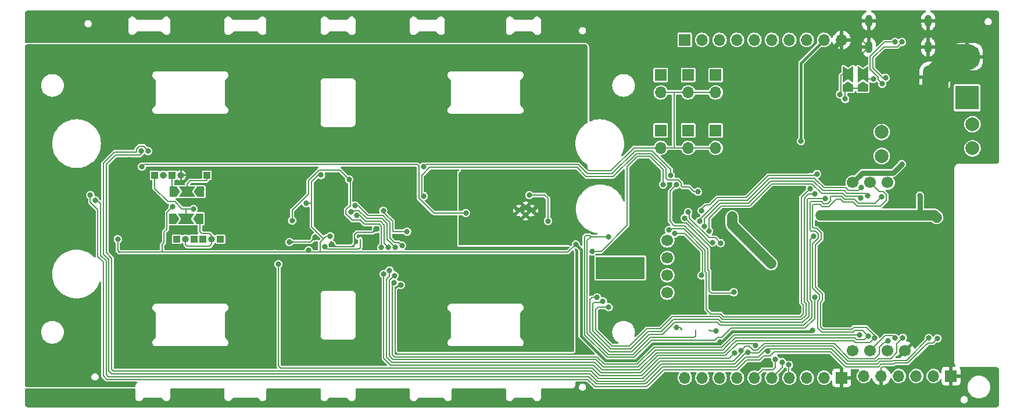
<source format=gbl>
G04 #@! TF.GenerationSoftware,KiCad,Pcbnew,(6.0.1-0)*
G04 #@! TF.CreationDate,2022-03-11T15:24:17+09:00*
G04 #@! TF.ProjectId,qLAMP-main,714c414d-502d-46d6-9169-6e2e6b696361,rev?*
G04 #@! TF.SameCoordinates,Original*
G04 #@! TF.FileFunction,Copper,L2,Bot*
G04 #@! TF.FilePolarity,Positive*
%FSLAX46Y46*%
G04 Gerber Fmt 4.6, Leading zero omitted, Abs format (unit mm)*
G04 Created by KiCad (PCBNEW (6.0.1-0)) date 2022-03-11 15:24:17*
%MOMM*%
%LPD*%
G01*
G04 APERTURE LIST*
G04 Aperture macros list*
%AMRoundRect*
0 Rectangle with rounded corners*
0 $1 Rounding radius*
0 $2 $3 $4 $5 $6 $7 $8 $9 X,Y pos of 4 corners*
0 Add a 4 corners polygon primitive as box body*
4,1,4,$2,$3,$4,$5,$6,$7,$8,$9,$2,$3,0*
0 Add four circle primitives for the rounded corners*
1,1,$1+$1,$2,$3*
1,1,$1+$1,$4,$5*
1,1,$1+$1,$6,$7*
1,1,$1+$1,$8,$9*
0 Add four rect primitives between the rounded corners*
20,1,$1+$1,$2,$3,$4,$5,0*
20,1,$1+$1,$4,$5,$6,$7,0*
20,1,$1+$1,$6,$7,$8,$9,0*
20,1,$1+$1,$8,$9,$2,$3,0*%
%AMFreePoly0*
4,1,6,1.000000,0.000000,0.500000,-0.750000,-0.500000,-0.750000,-0.500000,0.750000,0.500000,0.750000,1.000000,0.000000,1.000000,0.000000,$1*%
%AMFreePoly1*
4,1,7,0.700000,0.000000,1.200000,-0.750000,-1.200000,-0.750000,-0.700000,0.000000,-1.200000,0.750000,1.200000,0.750000,0.700000,0.000000,0.700000,0.000000,$1*%
G04 Aperture macros list end*
G04 #@! TA.AperFunction,ComponentPad*
%ADD10C,2.000000*%
G04 #@! TD*
G04 #@! TA.AperFunction,ComponentPad*
%ADD11C,0.600000*%
G04 #@! TD*
G04 #@! TA.AperFunction,SMDPad,CuDef*
%ADD12R,7.100000X3.200000*%
G04 #@! TD*
G04 #@! TA.AperFunction,ComponentPad*
%ADD13R,1.700000X1.700000*%
G04 #@! TD*
G04 #@! TA.AperFunction,ComponentPad*
%ADD14O,1.700000X1.700000*%
G04 #@! TD*
G04 #@! TA.AperFunction,ComponentPad*
%ADD15R,3.500000X3.500000*%
G04 #@! TD*
G04 #@! TA.AperFunction,ComponentPad*
%ADD16RoundRect,0.750000X-1.000000X0.750000X-1.000000X-0.750000X1.000000X-0.750000X1.000000X0.750000X0*%
G04 #@! TD*
G04 #@! TA.AperFunction,ComponentPad*
%ADD17RoundRect,0.875000X-0.875000X0.875000X-0.875000X-0.875000X0.875000X-0.875000X0.875000X0.875000X0*%
G04 #@! TD*
G04 #@! TA.AperFunction,ComponentPad*
%ADD18C,1.700000*%
G04 #@! TD*
G04 #@! TA.AperFunction,ComponentPad*
%ADD19O,1.000000X1.800000*%
G04 #@! TD*
G04 #@! TA.AperFunction,ComponentPad*
%ADD20R,1.000000X1.000000*%
G04 #@! TD*
G04 #@! TA.AperFunction,SMDPad,CuDef*
%ADD21FreePoly0,180.000000*%
G04 #@! TD*
G04 #@! TA.AperFunction,SMDPad,CuDef*
%ADD22FreePoly1,180.000000*%
G04 #@! TD*
G04 #@! TA.AperFunction,SMDPad,CuDef*
%ADD23FreePoly0,0.000000*%
G04 #@! TD*
G04 #@! TA.AperFunction,SMDPad,CuDef*
%ADD24FreePoly1,0.000000*%
G04 #@! TD*
G04 #@! TA.AperFunction,ComponentPad*
%ADD25O,1.000000X1.000000*%
G04 #@! TD*
G04 #@! TA.AperFunction,SMDPad,CuDef*
%ADD26FreePoly0,90.000000*%
G04 #@! TD*
G04 #@! TA.AperFunction,SMDPad,CuDef*
%ADD27FreePoly1,90.000000*%
G04 #@! TD*
G04 #@! TA.AperFunction,SMDPad,CuDef*
%ADD28FreePoly0,270.000000*%
G04 #@! TD*
G04 #@! TA.AperFunction,ViaPad*
%ADD29C,0.800000*%
G04 #@! TD*
G04 #@! TA.AperFunction,Conductor*
%ADD30C,0.210820*%
G04 #@! TD*
G04 #@! TA.AperFunction,Conductor*
%ADD31C,0.762000*%
G04 #@! TD*
G04 #@! TA.AperFunction,Conductor*
%ADD32C,0.381000*%
G04 #@! TD*
G04 #@! TA.AperFunction,Conductor*
%ADD33C,1.524000*%
G04 #@! TD*
G04 #@! TA.AperFunction,Conductor*
%ADD34C,0.203200*%
G04 #@! TD*
G04 #@! TA.AperFunction,Conductor*
%ADD35C,3.810000*%
G04 #@! TD*
G04 APERTURE END LIST*
D10*
X205069999Y-89680009D03*
X205069999Y-93180009D03*
D11*
X140966001Y-102270000D03*
X139966000Y-101770001D03*
X139966000Y-102870000D03*
X138965999Y-102270000D03*
D10*
X191850000Y-90800000D03*
X191850000Y-94300000D03*
D11*
X155706000Y-111930000D03*
X150506000Y-110630000D03*
X151806000Y-109330000D03*
X150506000Y-111930000D03*
X153106000Y-110630000D03*
X155706000Y-109330000D03*
X151806000Y-111930000D03*
X154406000Y-111930000D03*
X154406000Y-109330000D03*
X153106000Y-109330000D03*
X151806000Y-110630000D03*
X157006000Y-111930000D03*
X153106000Y-111930000D03*
X154406000Y-110630000D03*
X155706000Y-110630000D03*
X157006000Y-110630000D03*
X150506000Y-109330000D03*
D12*
X153756000Y-110630000D03*
D11*
X157006000Y-109330000D03*
D13*
X167646956Y-90579052D03*
D14*
X167646956Y-93119052D03*
D13*
X159646956Y-90579052D03*
D14*
X159646956Y-93119052D03*
D13*
X167646956Y-82479052D03*
D14*
X167646956Y-85019052D03*
D13*
X163646956Y-82479052D03*
D14*
X163646956Y-85019052D03*
D13*
X159646956Y-82479052D03*
D14*
X159646956Y-85019052D03*
D13*
X163646956Y-90579052D03*
D14*
X163646956Y-93119052D03*
D15*
X204295792Y-85809800D03*
D16*
X204295792Y-79809800D03*
D17*
X199595792Y-82809800D03*
D18*
X187611003Y-98175006D03*
X190151003Y-98175006D03*
X192691003Y-98175006D03*
X195231003Y-98175006D03*
X187611003Y-122675006D03*
X190151003Y-122675006D03*
X192691003Y-122675006D03*
X195231003Y-122675006D03*
X160611003Y-106615006D03*
X160611003Y-109155006D03*
X160611003Y-111695006D03*
X160611003Y-114235006D03*
D19*
X198608282Y-78419792D03*
X198608282Y-74619792D03*
X189968282Y-78419792D03*
X189968282Y-74619792D03*
D13*
X186001000Y-126628000D03*
D14*
X183461000Y-126628000D03*
X180921000Y-126628000D03*
X178381000Y-126628000D03*
X175841000Y-126628000D03*
X173301000Y-126628000D03*
X170761000Y-126628000D03*
X168221000Y-126628000D03*
X165681000Y-126628000D03*
X163141000Y-126628000D03*
D13*
X201946000Y-126380000D03*
D14*
X199406000Y-126380000D03*
X196866000Y-126380000D03*
X194326000Y-126380000D03*
X191786000Y-126380000D03*
X189246002Y-126380011D03*
D13*
X163141000Y-77372000D03*
D14*
X165681000Y-77372000D03*
X168221000Y-77372000D03*
X170761000Y-77372000D03*
X173301000Y-77372000D03*
X175841000Y-77372000D03*
X178381000Y-77372000D03*
X180921000Y-77372000D03*
X183461000Y-77372000D03*
X186001000Y-77372000D03*
D20*
X89155998Y-106419994D03*
X95505998Y-106419994D03*
D21*
X92616000Y-99500000D03*
D22*
X90616000Y-99500000D03*
D23*
X88616000Y-99500000D03*
D20*
X93536000Y-97110005D03*
D23*
X88526000Y-103440000D03*
D24*
X90526000Y-103440000D03*
D21*
X92526000Y-103440000D03*
D20*
X85916000Y-97110005D03*
D25*
X87186000Y-97110005D03*
D26*
X186957487Y-84390005D03*
D27*
X186957487Y-82390005D03*
D28*
X186957487Y-80390005D03*
D20*
X91695998Y-106419994D03*
D25*
X90425998Y-106419994D03*
D20*
X92965998Y-106419994D03*
D25*
X94235998Y-106419994D03*
D20*
X88456000Y-97110005D03*
D25*
X89726000Y-97110005D03*
D26*
X189100003Y-84390005D03*
D27*
X189100003Y-82390005D03*
D28*
X189100003Y-80390005D03*
D29*
X102380000Y-103090000D03*
X107350000Y-98840000D03*
X108260000Y-96620000D03*
X104190000Y-96660000D03*
X101720000Y-100230000D03*
X99840000Y-96540000D03*
X97390000Y-99040000D03*
X95460000Y-96570000D03*
X95860000Y-101080000D03*
X95440000Y-103380000D03*
X97840000Y-105880000D03*
X99900000Y-104730000D03*
X96850000Y-107460000D03*
X100060000Y-107370000D03*
X103170000Y-105450000D03*
X106480000Y-104970000D03*
X107410000Y-102450000D03*
X108000871Y-101178919D03*
X110165985Y-97071890D03*
X105950000Y-103710000D03*
X105550000Y-106831890D03*
X97840000Y-103650000D03*
X170410197Y-123033136D03*
X103966000Y-110050000D03*
X161976046Y-119259954D03*
X167696000Y-119850000D03*
X152072890Y-106070678D03*
X182086000Y-114870000D03*
X67990000Y-106980000D03*
X121430009Y-100130000D03*
X68800000Y-102190000D03*
X145580000Y-111170000D03*
X145146000Y-94840000D03*
X116870000Y-80760000D03*
X89580000Y-115080000D03*
X84780000Y-96730000D03*
X139150000Y-114760000D03*
X142310000Y-92500000D03*
X112510000Y-79180000D03*
X118250000Y-88500000D03*
X98310000Y-114680000D03*
X114206000Y-109030000D03*
X128020000Y-85120000D03*
X133130000Y-92620000D03*
X100146000Y-109030000D03*
X85720000Y-91040000D03*
X140570000Y-122060000D03*
X68070000Y-97080000D03*
X94410000Y-104740000D03*
X126480000Y-96960000D03*
X100870000Y-85450000D03*
X76790000Y-107980000D03*
X125540000Y-115080000D03*
X93730000Y-101840000D03*
X103330000Y-90090000D03*
X97850000Y-79290000D03*
X137160000Y-92700000D03*
X104890000Y-121730000D03*
X113450000Y-82100000D03*
X102840000Y-114780000D03*
X90610000Y-79070000D03*
X130740000Y-112850000D03*
X124890000Y-117140000D03*
X109710000Y-92840000D03*
X81730000Y-85640000D03*
X69890000Y-115290000D03*
X97390000Y-118430000D03*
X136086000Y-94840000D03*
X118460000Y-115800000D03*
X105940000Y-86910000D03*
X115690000Y-92260000D03*
X72920000Y-82170000D03*
X139200000Y-109860000D03*
X84470000Y-79070000D03*
X147450000Y-89590000D03*
X77500000Y-121640000D03*
X128800000Y-106390000D03*
X109260000Y-114530000D03*
X124489997Y-101840005D03*
X118146000Y-109030000D03*
X121820000Y-122420000D03*
X109400000Y-89660000D03*
X70410000Y-100050000D03*
X121500011Y-98289999D03*
X84990000Y-81990000D03*
X109066000Y-94840000D03*
X140060000Y-85160000D03*
X75170000Y-100540000D03*
X125350000Y-89020000D03*
X80570000Y-119780000D03*
X73040000Y-121920000D03*
X78700000Y-91140000D03*
X146680000Y-94060000D03*
X98170000Y-121910000D03*
X91116000Y-109030000D03*
X124190000Y-80550000D03*
X128180000Y-122340000D03*
X103030000Y-118590000D03*
X142920000Y-120540000D03*
X127166000Y-94840000D03*
X134040000Y-80470000D03*
X87716000Y-107610000D03*
X145156000Y-109040000D03*
X128860000Y-96770000D03*
X72920000Y-117790000D03*
X89440000Y-88970000D03*
X109500010Y-102350011D03*
X118176000Y-94840000D03*
X109106000Y-109030000D03*
X74940000Y-106920000D03*
X124260000Y-107480000D03*
X114290000Y-90880000D03*
X123510000Y-103420000D03*
X76630000Y-84070000D03*
X91511430Y-104954024D03*
X77200000Y-125040000D03*
X119630012Y-100079988D03*
X82176000Y-109030000D03*
X84900000Y-88560000D03*
X124490000Y-92260000D03*
X80580000Y-124830000D03*
X145010000Y-118510000D03*
X112920000Y-113080000D03*
X115740002Y-100410010D03*
X142630000Y-115810000D03*
X84740000Y-117130000D03*
X138740000Y-90220000D03*
X93750000Y-124880000D03*
X79280000Y-87580000D03*
X71090000Y-79020000D03*
X110080000Y-121830000D03*
X110970009Y-102299999D03*
X104290000Y-82130000D03*
X136216000Y-109030000D03*
X104980000Y-114850000D03*
X97670000Y-82240000D03*
X145280000Y-122260000D03*
X109290000Y-84670000D03*
X121740000Y-90980000D03*
X127860000Y-92660000D03*
X134210000Y-114610000D03*
X100230000Y-118450000D03*
X103080000Y-121880000D03*
X91126000Y-94840000D03*
X110030006Y-101059996D03*
X68160000Y-123400000D03*
X98020000Y-88880000D03*
X77640000Y-117600000D03*
X87010000Y-124890000D03*
X67820000Y-81360000D03*
X107320000Y-118450000D03*
X113466000Y-94841020D03*
X127076000Y-109030000D03*
X82166000Y-94860000D03*
X81060000Y-121650000D03*
X69850000Y-88760000D03*
X142910000Y-89280000D03*
X137400000Y-111950000D03*
X134060000Y-89300000D03*
X130780000Y-91010000D03*
X118660000Y-92760000D03*
X68200000Y-126670000D03*
X77600000Y-79070000D03*
X113310010Y-101000001D03*
X106520000Y-92430000D03*
X94610000Y-90950000D03*
X145420000Y-114590000D03*
X84500000Y-107090000D03*
X102740000Y-124800000D03*
X97270000Y-92510000D03*
X83040000Y-92200000D03*
X104640000Y-79050000D03*
X122880000Y-85220000D03*
X115920000Y-124330000D03*
X141630000Y-112140000D03*
X144660000Y-84600000D03*
X118420000Y-84200000D03*
X91720000Y-92620000D03*
X72150000Y-86250000D03*
X140100000Y-118340000D03*
X121890000Y-119020000D03*
X71020000Y-103890000D03*
X118280000Y-121140000D03*
X100126000Y-94840000D03*
X112820000Y-93570000D03*
X139810000Y-92140000D03*
X88410000Y-92340000D03*
X117620000Y-107610000D03*
X75650000Y-126920000D03*
X147360000Y-79570000D03*
X91610000Y-96800000D03*
X72330000Y-125320000D03*
X126890000Y-101290000D03*
X128010000Y-118720000D03*
X80940000Y-115460000D03*
X84720000Y-120530000D03*
X121990000Y-115520000D03*
X81450000Y-107330000D03*
X78230000Y-94390000D03*
X100420000Y-92860000D03*
X159993887Y-98440263D03*
X80550117Y-106436953D03*
X168275911Y-121410065D03*
X199850000Y-103260000D03*
X194771240Y-95481696D03*
X197401788Y-100058212D03*
X140504484Y-99989896D03*
X111504969Y-106011081D03*
X88566000Y-101672300D03*
X181726000Y-119687126D03*
X175730000Y-110010000D03*
X182950000Y-102930000D03*
X108366000Y-108046300D03*
X143226000Y-103770000D03*
X170060000Y-103170000D03*
X147281000Y-107175000D03*
X149686000Y-108210000D03*
X125117879Y-95843700D03*
X161116000Y-97110000D03*
X91586000Y-102020000D03*
X131256000Y-102610000D03*
X84082483Y-95843700D03*
X165074299Y-99502624D03*
X125117890Y-100130000D03*
X181390000Y-99071859D03*
X160824505Y-105113727D03*
X199966000Y-120890000D03*
X76556000Y-100002890D03*
X175277030Y-122757506D03*
X77286000Y-100780000D03*
X198696000Y-120850000D03*
X194916000Y-120790000D03*
X172323445Y-122914030D03*
X84998252Y-93590068D03*
X165620000Y-102260000D03*
X182397167Y-96910231D03*
X119980274Y-107613769D03*
X115356981Y-102955791D03*
X120147289Y-110980171D03*
X190816000Y-120808775D03*
X83996000Y-93560000D03*
X192752408Y-121223602D03*
X171348522Y-122679645D03*
X114495297Y-102443043D03*
X189846156Y-120528649D03*
X120982977Y-107613769D03*
X120855399Y-111735233D03*
X191794614Y-100238254D03*
X170286000Y-114170000D03*
X118936000Y-107613769D03*
X114243165Y-97709947D03*
X161909850Y-98514392D03*
X173430144Y-121930426D03*
X119296000Y-111510000D03*
X186520000Y-85980000D03*
X165591000Y-111715000D03*
X161703039Y-105597039D03*
X163127980Y-103341890D03*
X167198065Y-106911149D03*
X163652516Y-102487329D03*
X168376000Y-106987300D03*
X191907567Y-83775288D03*
X193785589Y-77672020D03*
X192418792Y-82874441D03*
X194788292Y-77672020D03*
X139650000Y-76900000D03*
X173460000Y-74550000D03*
X130960000Y-98860000D03*
X189750000Y-115660000D03*
X203264246Y-77155754D03*
X187110000Y-78820000D03*
X136170000Y-129140000D03*
X190645000Y-76645000D03*
X184900000Y-96570000D03*
X119170000Y-76970000D03*
X174368280Y-112388280D03*
X171290000Y-92050000D03*
X132810000Y-98340000D03*
X89240000Y-129180000D03*
X138630000Y-106620000D03*
X165580000Y-114900000D03*
X185830000Y-106110000D03*
X109040000Y-75130000D03*
X112530000Y-130180000D03*
X165690000Y-93990000D03*
X197255680Y-75164320D03*
X174720000Y-78710000D03*
X162150000Y-95790000D03*
X200160000Y-116730000D03*
X159990000Y-117710000D03*
X151130000Y-119210000D03*
X173700000Y-130070000D03*
X111706000Y-107200229D03*
X94960000Y-129180000D03*
X122010000Y-129370000D03*
X169670000Y-128000000D03*
X131000000Y-105570000D03*
X187210000Y-76000000D03*
X195650000Y-116020000D03*
X207730000Y-94430000D03*
X144796000Y-102370000D03*
X116040000Y-75320000D03*
X192380000Y-106250000D03*
X108620000Y-129180000D03*
X168640000Y-102860000D03*
X129270000Y-75240000D03*
X121777458Y-113101644D03*
X112720000Y-77080000D03*
X171550000Y-99280000D03*
X162430000Y-89180000D03*
X99270000Y-73930000D03*
X159910000Y-74130000D03*
X150976000Y-117055903D03*
X81920000Y-128810000D03*
X182200000Y-73960000D03*
X207620000Y-85140000D03*
X78930000Y-76670000D03*
X155650000Y-78820000D03*
X146650000Y-99470000D03*
X185650000Y-116710000D03*
X116080000Y-129510000D03*
X109307240Y-106147026D03*
X136450000Y-102280000D03*
X183670000Y-128890000D03*
X154630000Y-90270000D03*
X144786000Y-105470000D03*
X153290000Y-117630000D03*
X165950000Y-79920000D03*
X175400000Y-81050000D03*
X159340000Y-86880000D03*
X130070000Y-129100000D03*
X189210000Y-106710000D03*
X176000000Y-84440000D03*
X153750000Y-98370000D03*
X142980000Y-75220000D03*
X149360000Y-129070000D03*
X199569007Y-91540479D03*
X166020000Y-73970000D03*
X201272812Y-75164320D03*
X161711760Y-103178161D03*
X179760000Y-78480000D03*
X171500000Y-117030000D03*
X95190000Y-75220000D03*
X136040000Y-75290000D03*
X168710000Y-105100000D03*
X170020000Y-81440000D03*
X67970000Y-129910000D03*
X77160000Y-129950000D03*
X89480000Y-75320000D03*
X143020000Y-128900000D03*
X178000000Y-114770000D03*
X81290000Y-74260000D03*
X139660000Y-130330000D03*
X170760000Y-112120000D03*
X178300000Y-106550000D03*
X99220000Y-76860000D03*
X197310000Y-94222302D03*
X125790000Y-76960000D03*
X161470000Y-126390000D03*
X184810000Y-82180000D03*
X146480000Y-97420000D03*
X72780000Y-129020000D03*
X70210000Y-76950000D03*
X176630000Y-117010000D03*
X154230000Y-87360000D03*
X205280000Y-74370000D03*
X194315680Y-75164320D03*
X167331000Y-107905000D03*
X145620000Y-106360000D03*
X196680000Y-106320000D03*
X198630000Y-109520000D03*
X166500000Y-100750000D03*
X181910000Y-83110000D03*
X68190000Y-74220000D03*
X135420000Y-98360000D03*
X167640000Y-96510000D03*
X185620000Y-111260000D03*
X178320000Y-75380000D03*
X183405000Y-82610000D03*
X167080000Y-130220000D03*
X185010000Y-86980000D03*
X122110000Y-75350000D03*
X201270000Y-100420000D03*
X153970000Y-75090000D03*
X170430000Y-79030000D03*
X207620000Y-77900000D03*
X85490000Y-130200000D03*
X160770000Y-80280000D03*
X201580200Y-78419800D03*
X207250000Y-87950000D03*
X186292776Y-92541689D03*
X181710000Y-127980000D03*
X165630000Y-90770000D03*
X184830000Y-76290000D03*
X201256000Y-120710000D03*
X192730000Y-114880000D03*
X177910000Y-99433879D03*
X118206710Y-104939290D03*
X159150000Y-129970000D03*
X103640000Y-129370000D03*
X169960000Y-99610000D03*
X149170429Y-122816188D03*
X150650000Y-84190000D03*
X149390000Y-77070000D03*
X148140000Y-98370000D03*
X191375680Y-75164320D03*
X177590000Y-94910000D03*
X200090000Y-105960000D03*
X186260000Y-114700000D03*
X178980000Y-80860000D03*
X165780000Y-82220000D03*
X85010000Y-77060000D03*
X179200000Y-130080000D03*
X158071539Y-115504461D03*
X179650000Y-116370000D03*
X143290000Y-106660000D03*
X133430000Y-102310000D03*
X198200000Y-112640000D03*
X187890000Y-73600000D03*
X159250000Y-127890000D03*
X164340000Y-128070000D03*
X181050000Y-86980000D03*
X188250000Y-112610000D03*
X173080000Y-115090000D03*
X98980000Y-130270000D03*
X125670000Y-73810000D03*
X201607796Y-80797796D03*
X182240000Y-76270000D03*
X166830000Y-99140000D03*
X171270000Y-95810000D03*
X139570000Y-73730000D03*
X113020000Y-73770000D03*
X167130000Y-88810000D03*
X161600000Y-82810000D03*
X85110000Y-73730000D03*
X74750000Y-74360000D03*
X205210000Y-82920000D03*
X171680000Y-109540000D03*
X173300000Y-82640000D03*
X103290000Y-75170000D03*
X179000000Y-109880000D03*
X159575348Y-103109481D03*
X192940000Y-112710000D03*
X126370000Y-130270000D03*
X176940000Y-127970000D03*
X187510000Y-109590000D03*
X120831190Y-112770000D03*
X115116000Y-101539560D03*
X121950124Y-107349120D03*
X188576000Y-120395236D03*
X88523790Y-103777677D03*
X92776006Y-99135012D03*
X110722231Y-107540000D03*
X122686000Y-105340000D03*
X119232007Y-102274492D03*
X180080000Y-92135000D03*
X190610000Y-83070000D03*
X185773649Y-85310393D03*
X181916000Y-105970000D03*
X150386000Y-114930000D03*
X183660000Y-100530000D03*
X151220145Y-115486430D03*
X152071519Y-116347793D03*
X182134985Y-99815015D03*
X178326000Y-124761769D03*
X177335297Y-124348229D03*
X176342290Y-123934689D03*
X193770000Y-120840000D03*
X165289153Y-103822068D03*
X188875521Y-98890087D03*
X189760000Y-100041237D03*
X165998171Y-104531085D03*
X188760000Y-100454777D03*
X166707189Y-105240103D03*
D30*
X114243165Y-97709947D02*
X112896987Y-96363769D01*
X105950000Y-102228355D02*
X105950000Y-103710000D01*
X112896987Y-96363769D02*
X109872671Y-96363769D01*
X108360000Y-99818355D02*
X105950000Y-102228355D01*
X109872671Y-96363769D02*
X108360000Y-97876440D01*
X108360000Y-97876440D02*
X108360000Y-99818355D01*
X108000871Y-101178919D02*
X108742697Y-101178919D01*
X108742697Y-101178919D02*
X108791889Y-101228111D01*
X109768110Y-97071890D02*
X110165985Y-97071890D01*
X109370000Y-97470000D02*
X109768110Y-97071890D01*
X108791889Y-101228111D02*
X108791889Y-98048111D01*
X108791889Y-104630240D02*
X108791889Y-101228111D01*
X105550000Y-106831890D02*
X108622376Y-106831890D01*
X108622376Y-106831890D02*
X109307240Y-106147026D01*
X96750000Y-104740000D02*
X94410000Y-104740000D01*
X97840000Y-103650000D02*
X96750000Y-104740000D01*
X149667332Y-125235840D02*
X104321840Y-125235840D01*
X103966000Y-124880000D02*
X103966000Y-110050000D01*
X169627614Y-123815719D02*
X170410197Y-123033136D01*
X150737064Y-126305572D02*
X149667332Y-125235840D01*
X166866000Y-119850000D02*
X166696000Y-119680000D01*
X167696000Y-119850000D02*
X166866000Y-119850000D01*
X162696000Y-119520000D02*
X162435954Y-119259954D01*
X162435954Y-119259954D02*
X161976046Y-119259954D01*
X162696000Y-119680000D02*
X162696000Y-119520000D01*
X159379618Y-123815719D02*
X159325668Y-123869668D01*
X159325668Y-123869668D02*
X159379617Y-123815719D01*
X104321840Y-125235840D02*
X103966000Y-124880000D01*
X159325668Y-123869668D02*
X156889764Y-126305572D01*
X159379617Y-123815719D02*
X169627614Y-123815719D01*
X156889764Y-126305572D02*
X150737064Y-126305572D01*
X162563371Y-119547371D02*
X162696000Y-119680000D01*
X148525290Y-120344122D02*
X148525290Y-106074710D01*
X152072890Y-106070678D02*
X149465337Y-106070678D01*
X148600584Y-120419416D02*
X148525290Y-120344122D01*
X182086000Y-117997976D02*
X182086000Y-114870000D01*
X158271037Y-121164300D02*
X167520241Y-121164300D01*
X164696000Y-120580000D02*
X164696000Y-119680000D01*
X155781180Y-123654156D02*
X158271037Y-121164300D01*
X148600584Y-120419416D02*
X151835323Y-123654156D01*
X164525240Y-120750760D02*
X164696000Y-120580000D01*
X151835323Y-123654156D02*
X155781180Y-123654156D01*
X169879082Y-119397976D02*
X180686000Y-119397976D01*
X148525290Y-106074710D02*
X148690000Y-105910000D01*
X158099744Y-120750760D02*
X164525240Y-120750760D01*
X167520241Y-121164300D02*
X167984541Y-120700000D01*
X148690000Y-105910000D02*
X149304659Y-105910000D01*
X149465337Y-106070678D02*
X148938830Y-106597185D01*
X155609885Y-123240617D02*
X158099744Y-120750760D01*
X148525290Y-120344123D02*
X148600584Y-120419416D01*
X168577057Y-120700000D02*
X169879082Y-119397976D01*
X180686000Y-119397976D02*
X182086000Y-117997976D01*
X148938830Y-120172830D02*
X152006617Y-123240617D01*
X149304659Y-105910000D02*
X149465337Y-106070678D01*
X148938830Y-106597185D02*
X148938830Y-120172830D01*
X167984541Y-120700000D02*
X168577057Y-120700000D01*
X152006617Y-123240617D02*
X155609885Y-123240617D01*
D31*
X91126000Y-94860000D02*
X100126000Y-94860000D01*
D30*
X92854119Y-109018119D02*
X92866000Y-109030000D01*
X110970009Y-102299999D02*
X109550022Y-102299999D01*
X149120000Y-96450000D02*
X152400000Y-96450000D01*
X119630012Y-100079988D02*
X121379997Y-100079988D01*
X163646956Y-93119052D02*
X167646956Y-93119052D01*
X121430009Y-98360001D02*
X121500011Y-98289999D01*
D31*
X100146000Y-109030000D02*
X109106000Y-109030000D01*
D30*
X159646956Y-93060956D02*
X159705052Y-93119052D01*
D31*
X80526000Y-94860000D02*
X82166000Y-94860000D01*
X79566406Y-108134982D02*
X79566406Y-95819594D01*
X82176000Y-109030000D02*
X80461423Y-109029999D01*
D30*
X87716000Y-107610000D02*
X87716000Y-105543750D01*
X124489997Y-101840005D02*
X124489997Y-102440003D01*
X112270007Y-101000001D02*
X110970009Y-102299999D01*
X121430009Y-100130000D02*
X121430009Y-98360001D01*
D31*
X127166000Y-94860000D02*
X136086000Y-94860000D01*
D30*
X163646956Y-85019052D02*
X161640948Y-85019052D01*
X161580948Y-93119052D02*
X161580948Y-85079052D01*
X87997877Y-105261873D02*
X91203581Y-105261873D01*
D31*
X136216000Y-109030000D02*
X145146000Y-109030000D01*
D30*
X116070024Y-100079988D02*
X115740002Y-100410010D01*
D31*
X109106000Y-109030000D02*
X114206000Y-109030000D01*
D30*
X109500010Y-101589992D02*
X110030006Y-101059996D01*
D31*
X118176000Y-94860000D02*
X127166000Y-94860000D01*
D30*
X109500010Y-102350011D02*
X109500010Y-101589992D01*
X161640948Y-85019052D02*
X159646956Y-85019052D01*
D31*
X79566406Y-95819594D02*
X80526000Y-94860000D01*
X145146000Y-94860000D02*
X145156000Y-94850000D01*
D30*
X124489997Y-101840005D02*
X123140014Y-101840005D01*
D31*
X109066000Y-94860000D02*
X118176000Y-94860000D01*
X118146000Y-109030000D02*
X127076000Y-109030000D01*
X80461423Y-109029999D02*
X79566406Y-108134982D01*
X90656000Y-109030000D02*
X91116000Y-109030000D01*
D30*
X123140014Y-101840005D02*
X121430009Y-100130000D01*
D31*
X82166000Y-94860000D02*
X91126000Y-94860000D01*
X92866000Y-109030000D02*
X100146000Y-109030000D01*
X127076000Y-109030000D02*
X136216000Y-109030000D01*
D30*
X145146000Y-94840000D02*
X147510000Y-94840000D01*
X119630012Y-100079988D02*
X116070024Y-100079988D01*
X109550022Y-102299999D02*
X109500010Y-102350011D01*
D31*
X136086000Y-94860000D02*
X145146000Y-94860000D01*
X145146000Y-109030000D02*
X145156000Y-109040000D01*
D30*
X91203581Y-105261873D02*
X91511430Y-104954024D01*
D31*
X91116000Y-109030000D02*
X92866000Y-109030000D01*
X100126000Y-94860000D02*
X109066000Y-94860000D01*
D30*
X161580948Y-93119052D02*
X163646956Y-93119052D01*
X152400000Y-96450000D02*
X155730948Y-93119052D01*
X167646956Y-85019052D02*
X163646956Y-85019052D01*
X124489997Y-102440003D02*
X123510000Y-103420000D01*
X159646956Y-93119052D02*
X161580948Y-93119052D01*
X87716000Y-105543750D02*
X87997877Y-105261873D01*
X113310010Y-101000001D02*
X112270007Y-101000001D01*
D31*
X114206000Y-109030000D02*
X118146000Y-109030000D01*
D30*
X147510000Y-94840000D02*
X149120000Y-96450000D01*
X155730948Y-93119052D02*
X159646956Y-93119052D01*
X161580948Y-85079052D02*
X161640948Y-85019052D01*
X121379997Y-100079988D02*
X121430009Y-100130000D01*
X90537877Y-108911877D02*
X90656000Y-109030000D01*
D31*
X82176000Y-109030000D02*
X90656000Y-109030000D01*
D32*
X151628784Y-124152786D02*
X155987720Y-124152786D01*
D30*
X142755896Y-99989896D02*
X143226000Y-100460000D01*
X110490000Y-106410000D02*
X110490000Y-106328351D01*
D31*
X193536001Y-96741295D02*
X194698648Y-95578648D01*
D30*
X110057879Y-108321879D02*
X146134121Y-108321879D01*
X87302460Y-105372457D02*
X87302460Y-106920000D01*
X110490000Y-106328351D02*
X108791889Y-104630240D01*
X80765861Y-108321879D02*
X86954121Y-108321879D01*
X110490000Y-106410000D02*
X110888919Y-106011081D01*
X103462000Y-108257758D02*
X103397879Y-108321879D01*
D31*
X194698648Y-95578648D02*
X194771240Y-95506056D01*
D33*
X197030000Y-102930000D02*
X198190000Y-102930000D01*
D30*
X88566000Y-101672300D02*
X87717870Y-102520430D01*
X110014121Y-108278121D02*
X110014121Y-106885879D01*
X140504484Y-99989896D02*
X142755896Y-99989896D01*
X87717870Y-104957046D02*
X87302460Y-105372457D01*
D32*
X181516520Y-119896606D02*
X181726000Y-119687126D01*
D31*
X197401788Y-100058212D02*
X197401788Y-102558212D01*
D30*
X86954121Y-108321879D02*
X103397879Y-108321879D01*
D32*
X147281000Y-107175000D02*
X148026660Y-107920660D01*
D31*
X197401788Y-102558212D02*
X197030000Y-102930000D01*
D30*
X110888919Y-106011081D02*
X111504969Y-106011081D01*
X156244830Y-94359672D02*
X158050004Y-94359672D01*
X80550117Y-108144117D02*
X80746870Y-108340870D01*
X108336000Y-108076300D02*
X108366000Y-108046300D01*
X80550117Y-106436953D02*
X80550117Y-108144117D01*
X108791889Y-98048111D02*
X109370000Y-97470000D01*
X87007879Y-108268121D02*
X86954121Y-108321879D01*
X87007879Y-107214581D02*
X87007879Y-108268121D01*
D33*
X170060000Y-103170000D02*
X170060000Y-104340000D01*
D30*
X154756000Y-104440000D02*
X154756000Y-95848502D01*
X143226000Y-100460000D02*
X143226000Y-103770000D01*
X159994339Y-96304007D02*
X159994339Y-98439811D01*
X110014121Y-108278121D02*
X110057879Y-108321879D01*
D32*
X168319296Y-121662930D02*
X168754113Y-121228113D01*
D30*
X80746870Y-108340870D02*
X80765861Y-108321879D01*
D32*
X168754113Y-121228113D02*
X170085621Y-119896606D01*
D33*
X199000000Y-102930000D02*
X199520000Y-102930000D01*
D32*
X158477576Y-121662930D02*
X168319296Y-121662930D01*
X148026660Y-107920660D02*
X148026660Y-120550663D01*
X180126000Y-119896606D02*
X181516520Y-119896606D01*
D31*
X189044714Y-96741295D02*
X193536001Y-96741295D01*
D33*
X182950000Y-102930000D02*
X197030000Y-102930000D01*
D32*
X170085621Y-119896606D02*
X180126000Y-119896606D01*
D30*
X168275911Y-121410065D02*
X168275911Y-121619545D01*
X150986000Y-108210000D02*
X154756000Y-104440000D01*
X87302460Y-106920000D02*
X87007879Y-107214581D01*
D33*
X199520000Y-102930000D02*
X199850000Y-103260000D01*
D32*
X155987720Y-124152786D02*
X158477576Y-121662930D01*
D30*
X149686000Y-108210000D02*
X150986000Y-108210000D01*
X87717870Y-102520430D02*
X87717870Y-104957046D01*
X154756000Y-95848502D02*
X156244830Y-94359672D01*
X159994339Y-98439811D02*
X159993887Y-98440263D01*
X108336000Y-108340870D02*
X108336000Y-108076300D01*
D33*
X170060000Y-104340000D02*
X175730000Y-110010000D01*
D30*
X168275911Y-121619545D02*
X168319296Y-121662930D01*
X103397879Y-108321879D02*
X110057879Y-108321879D01*
D33*
X198190000Y-102930000D02*
X199000000Y-102930000D01*
D31*
X187611003Y-98175006D02*
X189044714Y-96741295D01*
X194771240Y-95506056D02*
X194771240Y-95481696D01*
D30*
X110014121Y-106885879D02*
X110490000Y-106410000D01*
X146134121Y-108321879D02*
X147281000Y-107175000D01*
X158050004Y-94359672D02*
X159994339Y-96304007D01*
D32*
X148026660Y-120550663D02*
X151628784Y-124152786D01*
D30*
X125117879Y-95843700D02*
X125412449Y-95549130D01*
X147634296Y-95549130D02*
X148948705Y-96863539D01*
X155902242Y-93532592D02*
X158392592Y-93532592D01*
X152571295Y-96863539D02*
X155902242Y-93532592D01*
X161116000Y-96256000D02*
X161116000Y-97110000D01*
X125412449Y-95549130D02*
X147634296Y-95549130D01*
X148948705Y-96863539D02*
X152571295Y-96863539D01*
X158392592Y-93532592D02*
X161116000Y-96256000D01*
X85916000Y-99030000D02*
X85916000Y-97110005D01*
X88856000Y-100950000D02*
X87836000Y-100950000D01*
X90456000Y-102020000D02*
X89926000Y-102020000D01*
X89926000Y-102020000D02*
X88856000Y-100950000D01*
X90526000Y-103440000D02*
X90526000Y-102090000D01*
X87836000Y-100950000D02*
X85916000Y-99030000D01*
X90526000Y-102090000D02*
X90456000Y-102020000D01*
X90456000Y-102020000D02*
X90666000Y-102020000D01*
X91586000Y-102020000D02*
X90666000Y-102020000D01*
X124409769Y-95748904D02*
X124209995Y-95549130D01*
X84377053Y-95549130D02*
X84082483Y-95843700D01*
X131256000Y-102610000D02*
X126596455Y-102610000D01*
X124209995Y-95549130D02*
X108386870Y-95549130D01*
X108386870Y-95549130D02*
X84377053Y-95549130D01*
X108386870Y-95549130D02*
X108436000Y-95549130D01*
X126596455Y-102610000D02*
X124409769Y-100423314D01*
X124409769Y-100423314D02*
X124409769Y-95748904D01*
X160407879Y-96132713D02*
X160407879Y-97572121D01*
X162808973Y-98808973D02*
X163808973Y-98808973D01*
X125117890Y-100130000D02*
X124823309Y-99835419D01*
X161604686Y-97818121D02*
X161616536Y-97806271D01*
X161616536Y-97806271D02*
X162203164Y-97806271D01*
X124823309Y-97139705D02*
X126000344Y-95962670D01*
X148777410Y-97277078D02*
X152742590Y-97277078D01*
X124823309Y-99835419D02*
X124823309Y-97139705D01*
X162617971Y-98617971D02*
X162808973Y-98808973D01*
X158221298Y-93946132D02*
X160407879Y-96132713D01*
X160407879Y-97572121D02*
X160653879Y-97818121D01*
X152742590Y-97277078D02*
X156073536Y-93946132D01*
X147463002Y-95962670D02*
X148777410Y-97277078D01*
X156073536Y-93946132D02*
X158221298Y-93946132D01*
X162203164Y-97806271D02*
X162617971Y-98221078D01*
X126000344Y-95962670D02*
X147463002Y-95962670D01*
X164502624Y-99502624D02*
X165074299Y-99502624D01*
X162617971Y-98221078D02*
X162617971Y-98617971D01*
X160653879Y-97818121D02*
X161604686Y-97818121D01*
X163808973Y-98808973D02*
X164502624Y-99502624D01*
X168820653Y-117743817D02*
X180000823Y-117743817D01*
X166299121Y-111303121D02*
X166299121Y-116673121D01*
X180000823Y-117743817D02*
X180431840Y-117312800D01*
X180431840Y-117312800D02*
X180431840Y-116230000D01*
X167796000Y-117311213D02*
X168388049Y-117311213D01*
X166131000Y-111135000D02*
X166299121Y-111303121D01*
X168388049Y-117311213D02*
X168820653Y-117743817D01*
X163002672Y-104888918D02*
X166131000Y-108017247D01*
X180137260Y-102899072D02*
X180137260Y-100324599D01*
X166131000Y-108017247D02*
X166131000Y-111135000D01*
X166937213Y-117311213D02*
X167796000Y-117311213D01*
X180137260Y-115736093D02*
X180137260Y-102899072D01*
X166299121Y-116673121D02*
X166937213Y-117311213D01*
X160824505Y-105113727D02*
X161049314Y-104888918D01*
X180431840Y-116230000D02*
X180431840Y-116030674D01*
X161049314Y-104888918D02*
X163002672Y-104888918D01*
X180431840Y-116030674D02*
X180137260Y-115736093D01*
X180137260Y-100324599D02*
X181390000Y-99071859D01*
X174063253Y-124053254D02*
X174496254Y-123620253D01*
X184417974Y-122876476D02*
X186146000Y-124604502D01*
X150059235Y-127967079D02*
X157567594Y-127967078D01*
X172146000Y-124053254D02*
X173043594Y-124053254D01*
X76556000Y-101051435D02*
X77636656Y-102132091D01*
X160064793Y-125469879D02*
X170729375Y-125469879D01*
X198572713Y-121558121D02*
X199297879Y-121558121D01*
X186615244Y-125073745D02*
X191368357Y-125073744D01*
X158052081Y-127482588D02*
X158800336Y-126734336D01*
X157567594Y-127967078D02*
X157567594Y-127967075D01*
X78436000Y-126330000D02*
X78996000Y-126890000D01*
X174496254Y-123620253D02*
X174650880Y-123465627D01*
X77636656Y-102132091D02*
X77636656Y-108934307D01*
X170729375Y-125469879D02*
X172146000Y-124053254D01*
X157567594Y-127967075D02*
X158052081Y-127482588D01*
X78436000Y-109733651D02*
X78436000Y-126330000D01*
X195625958Y-124504876D02*
X198118417Y-122012417D01*
X191368357Y-125073744D02*
X191781895Y-124660206D01*
X148982156Y-126890000D02*
X150059235Y-127967079D01*
X173043594Y-124053254D02*
X174063253Y-124053254D01*
X191781895Y-124660206D02*
X193486000Y-124660205D01*
X176159495Y-122876476D02*
X184417974Y-122876476D01*
X186146000Y-124604502D02*
X186615244Y-125073745D01*
X77636656Y-108934307D02*
X78436000Y-109733651D01*
X193513304Y-124660205D02*
X193668632Y-124504877D01*
X195625956Y-124504877D02*
X195625958Y-124504876D01*
X78996000Y-126890000D02*
X148982156Y-126890000D01*
X175570344Y-123465627D02*
X176159495Y-122876476D01*
X198118417Y-122012417D02*
X198572713Y-121558121D01*
X158800336Y-126734336D02*
X160064793Y-125469879D01*
X193668632Y-124504877D02*
X195625956Y-124504877D01*
X174650880Y-123465627D02*
X175570344Y-123465627D01*
X193486000Y-124660205D02*
X193513304Y-124660205D01*
X199297879Y-121558121D02*
X199966000Y-120890000D01*
X76556000Y-100002890D02*
X76556000Y-101051435D01*
X173909522Y-123622151D02*
X175068737Y-122462936D01*
X78050196Y-108763014D02*
X78849540Y-109562358D01*
X79167294Y-126476460D02*
X149153450Y-126476460D01*
X193497338Y-124091337D02*
X195454663Y-124091337D01*
X175068737Y-122462936D02*
X184589268Y-122462936D01*
X195454663Y-124091337D02*
X198696000Y-120850000D01*
X158647919Y-126301919D02*
X159893500Y-125056339D01*
X78849540Y-126158706D02*
X79167294Y-126476460D01*
X191197062Y-124660205D02*
X191610600Y-124246667D01*
X157396296Y-127553539D02*
X157638542Y-127311293D01*
X157638542Y-127311293D02*
X158647919Y-126301919D01*
X78050196Y-101274196D02*
X78050196Y-108763014D01*
X78849540Y-109562358D02*
X78849540Y-126158706D01*
X159893500Y-125056339D02*
X170558081Y-125056339D01*
X175277030Y-122757506D02*
X175277030Y-122671229D01*
X184589268Y-122462936D02*
X186786537Y-124660205D01*
X186786537Y-124660205D02*
X191197062Y-124660205D01*
X77556000Y-100780000D02*
X78050196Y-101274196D01*
X175277030Y-122671229D02*
X175068737Y-122462936D01*
X150230531Y-127553540D02*
X157396296Y-127553539D01*
X171992269Y-123622151D02*
X173909522Y-123622151D01*
X149153450Y-126476460D02*
X150230531Y-127553540D01*
X191610600Y-124246667D02*
X193342009Y-124246666D01*
X170558081Y-125056339D02*
X171992269Y-123622151D01*
X193342009Y-124246666D02*
X193497338Y-124091337D01*
X77286000Y-100780000D02*
X77556000Y-100780000D01*
X79263080Y-111510000D02*
X79263080Y-125660000D01*
X87616000Y-126062920D02*
X149324744Y-126062920D01*
X83287879Y-93266686D02*
X83287879Y-93650000D01*
X79666000Y-126062920D02*
X87616000Y-126062920D01*
X184760562Y-122049396D02*
X186957832Y-124246666D01*
X79263080Y-109391065D02*
X79263080Y-111510000D01*
X149324744Y-126062920D02*
X150401824Y-127140000D01*
X174897443Y-122049396D02*
X184760562Y-122049396D01*
X194072882Y-122930959D02*
X194072882Y-121633118D01*
X170386787Y-124642799D02*
X172115556Y-122914030D01*
X79263080Y-125660000D02*
X79666000Y-126062920D01*
X172323445Y-122914030D02*
X172820030Y-122914030D01*
X78463736Y-108591721D02*
X79263080Y-109391065D01*
X173894753Y-123052086D02*
X174897443Y-122049396D01*
X159722207Y-124642799D02*
X170386787Y-124642799D01*
X80088252Y-93738339D02*
X78463736Y-95362855D01*
X191025767Y-124246666D02*
X191439306Y-123833127D01*
X172115556Y-122914030D02*
X172323445Y-122914030D01*
X83199540Y-93738339D02*
X80088252Y-93738339D01*
X193170714Y-123833127D02*
X194072882Y-122930959D01*
X194072882Y-121633118D02*
X194916000Y-120790000D01*
X78463736Y-95362855D02*
X78463736Y-108591721D01*
X84289314Y-92851879D02*
X83702686Y-92851879D01*
X84998252Y-93590068D02*
X84998252Y-93560817D01*
X83287879Y-93650000D02*
X83199540Y-93738339D01*
X87616000Y-126062920D02*
X87556000Y-126062920D01*
X83702686Y-92851879D02*
X83287879Y-93266686D01*
X150401824Y-127140000D02*
X157225002Y-127140000D01*
X186957832Y-124246666D02*
X191025767Y-124246666D01*
X157225002Y-127140000D02*
X159722207Y-124642799D01*
X172958087Y-123052087D02*
X173894753Y-123052086D01*
X172820030Y-122914030D02*
X172958087Y-123052087D01*
X84998252Y-93560817D02*
X84289314Y-92851879D01*
X191439306Y-123833127D02*
X193170714Y-123833127D01*
X172080000Y-100350130D02*
X167909870Y-100350130D01*
X165620000Y-102044807D02*
X165620000Y-102260000D01*
X166801879Y-101458121D02*
X166206686Y-101458121D01*
X167909870Y-100350130D02*
X166801879Y-101458121D01*
X182177763Y-97123129D02*
X175307001Y-97123129D01*
X182184269Y-97123129D02*
X182397167Y-96910231D01*
X166206686Y-101458121D02*
X165620000Y-102044807D01*
X182177763Y-97123129D02*
X182184269Y-97123129D01*
X175307001Y-97123129D02*
X172080000Y-100350130D01*
X180826000Y-121222316D02*
X187726000Y-121222316D01*
X190816000Y-120497058D02*
X189592518Y-119273576D01*
X182008340Y-104848340D02*
X181791419Y-104631419D01*
X182204959Y-107267310D02*
X183037660Y-106434609D01*
X120147289Y-110980171D02*
X120147289Y-111832251D01*
X182860000Y-101357080D02*
X183154581Y-101651661D01*
X183037660Y-106434609D02*
X183037660Y-105505391D01*
X119369539Y-107003034D02*
X119980274Y-107613769D01*
X187706239Y-100987285D02*
X188295393Y-101576438D01*
X183037660Y-105505391D02*
X182380609Y-104848340D01*
X168868425Y-122988639D02*
X169691532Y-122165532D01*
X115356981Y-102955791D02*
X115773581Y-102955791D01*
X185840000Y-100573877D02*
X186253408Y-100987285D01*
X183207660Y-114397660D02*
X182204959Y-113394959D01*
X170016532Y-121840532D02*
X170634748Y-121222316D01*
X159037032Y-122988639D02*
X168868425Y-122988639D01*
X183154581Y-101651661D02*
X184124609Y-101651660D01*
X182913079Y-119198245D02*
X182913079Y-115641755D01*
X150009920Y-124408760D02*
X151079654Y-125478494D01*
X119709540Y-123623207D02*
X120495094Y-124408760D01*
X192502735Y-100737265D02*
X192502735Y-99944940D01*
X183207660Y-115347174D02*
X183207660Y-114397660D01*
X187726000Y-121222316D02*
X188020581Y-121516897D01*
X187773286Y-119273576D02*
X187478706Y-119568156D01*
X184124609Y-101651660D02*
X185202392Y-100573877D01*
X181791419Y-104631419D02*
X181791419Y-101498581D01*
X120495094Y-124408760D02*
X150009920Y-124408760D01*
X190107878Y-121516897D02*
X190816000Y-120808775D01*
X118828464Y-103817630D02*
X119369539Y-104358705D01*
X191663562Y-101576438D02*
X192502735Y-100737265D01*
X188295393Y-101576438D02*
X191663562Y-101576438D01*
X116635418Y-103817630D02*
X118828464Y-103817630D01*
X181791419Y-101498581D02*
X181932920Y-101357080D01*
X119937435Y-107613769D02*
X119980274Y-107613769D01*
X190816000Y-120808775D02*
X190816000Y-120497058D01*
X119369539Y-104358705D02*
X119369539Y-107003034D01*
X187478706Y-119568156D02*
X183282990Y-119568156D01*
X120147289Y-111832251D02*
X119709540Y-112270000D01*
X182204959Y-113394959D02*
X182204959Y-107267310D01*
X185202392Y-100573877D02*
X185840000Y-100573877D01*
X189592518Y-119273576D02*
X187773286Y-119273576D01*
X191506130Y-99530133D02*
X190151003Y-98175006D01*
X151079654Y-125478494D02*
X156547174Y-125478494D01*
X156547174Y-125478494D02*
X159037032Y-122988639D01*
X192502735Y-99944940D02*
X192087928Y-99530133D01*
X188020581Y-121516897D02*
X190107878Y-121516897D01*
X183282990Y-119568156D02*
X182913079Y-119198245D01*
X182913079Y-115641755D02*
X183207660Y-115347174D01*
X115773581Y-102955791D02*
X116635418Y-103817630D01*
X181932920Y-101357080D02*
X182860000Y-101357080D01*
X170634748Y-121222316D02*
X180826000Y-121222316D01*
X169691532Y-122165532D02*
X170016532Y-121840532D01*
X192087928Y-99530133D02*
X191506130Y-99530133D01*
X119709540Y-112270000D02*
X119709540Y-123623207D01*
X186253408Y-100987285D02*
X187706239Y-100987285D01*
X182380609Y-104848340D02*
X182008340Y-104848340D01*
X173136830Y-122638547D02*
X173723458Y-122638547D01*
X173723458Y-122638547D02*
X174726149Y-121635856D01*
X83996000Y-93560000D02*
X83996000Y-93970000D01*
X171978771Y-122049396D02*
X172547679Y-122049396D01*
X83757148Y-94170870D02*
X83738157Y-94151879D01*
X79676620Y-125430620D02*
X79895380Y-125649380D01*
X79895380Y-125649380D02*
X149496038Y-125649380D01*
X184931856Y-121635856D02*
X187129127Y-123833127D01*
X79676620Y-109219772D02*
X79676620Y-125430620D01*
X159550911Y-124229259D02*
X170215509Y-124229259D01*
X149496038Y-125649380D02*
X150566658Y-126720000D01*
X171348522Y-123096246D02*
X171348522Y-122679645D01*
X80259545Y-94151879D02*
X78877276Y-95534148D01*
X83996000Y-93970000D02*
X83795130Y-94170870D01*
X150566658Y-126720000D02*
X157060169Y-126720000D01*
X192459125Y-121516885D02*
X192752408Y-121223602D01*
X172547679Y-122049396D02*
X173136830Y-122638547D01*
X170215509Y-124229259D02*
X171348522Y-123096246D01*
X192211292Y-121516885D02*
X192459125Y-121516885D01*
X157060169Y-126720000D02*
X159550911Y-124229259D01*
X78877276Y-95534148D02*
X78877276Y-108420428D01*
X191518800Y-123168800D02*
X191518800Y-122209377D01*
X191518800Y-122209377D02*
X192211292Y-121516885D01*
X174726149Y-121635856D02*
X184931856Y-121635856D01*
X187129127Y-123833127D02*
X190854472Y-123833127D01*
X83738157Y-94151879D02*
X80259545Y-94151879D01*
X78877276Y-108420428D02*
X79676620Y-109219772D01*
X83776139Y-94151879D02*
X83757148Y-94170870D01*
X190854472Y-123833127D02*
X191518800Y-123168800D01*
X171348522Y-122679645D02*
X171978771Y-122049396D01*
X83795130Y-94170870D02*
X83776139Y-94151879D01*
X182209314Y-105261879D02*
X181531879Y-105261879D01*
X181377879Y-105107879D02*
X181377879Y-101092121D01*
X151250949Y-125064955D02*
X156375879Y-125064955D01*
X189271448Y-121103357D02*
X189846156Y-120528649D01*
X181377879Y-101092121D02*
X181526460Y-100943540D01*
X184489663Y-100160337D02*
X186018706Y-100160337D01*
X156375879Y-125064955D02*
X158865734Y-122575100D01*
X119784347Y-106415139D02*
X120982977Y-107613769D01*
X181791419Y-107096016D02*
X182624121Y-106263314D01*
X182624121Y-105676686D02*
X182209314Y-105261879D01*
X150181214Y-123995220D02*
X151250949Y-125064955D01*
X181791419Y-113573984D02*
X181791419Y-107096016D01*
X181531879Y-105261879D02*
X181377879Y-105107879D01*
X158865734Y-122575100D02*
X168697130Y-122575100D01*
X119520834Y-103925166D02*
X119783078Y-104187410D01*
X183953314Y-101238121D02*
X184368121Y-100823314D01*
X187877534Y-100573746D02*
X188466686Y-101162898D01*
X189846156Y-120528649D02*
X189004622Y-119687115D01*
X182794121Y-114576686D02*
X181791419Y-113573984D01*
X168697130Y-122575100D02*
X169344115Y-121928115D01*
X120855399Y-111735233D02*
X120830767Y-111735233D01*
X120123081Y-123451915D02*
X120666387Y-123995220D01*
X116806713Y-103404090D02*
X118999757Y-103404090D01*
X183072105Y-100943540D02*
X183366686Y-101238121D01*
X187650000Y-119981696D02*
X183111696Y-119981696D01*
X184368121Y-100823314D02*
X184368121Y-100281879D01*
X186432115Y-100573746D02*
X187877534Y-100573746D01*
X118999757Y-103404090D02*
X119520834Y-103925166D01*
X120123080Y-112442920D02*
X120123081Y-123451915D01*
X114690670Y-102247670D02*
X115650295Y-102247670D01*
X169344115Y-121928115D02*
X170463454Y-120808776D01*
X187944581Y-119687115D02*
X187650000Y-119981696D01*
X183111696Y-119981696D02*
X182499539Y-119369539D01*
X186018706Y-100160337D02*
X186432115Y-100573746D01*
X119783079Y-105622921D02*
X119783079Y-106415139D01*
X187904776Y-120808776D02*
X188199357Y-121103357D01*
X119783079Y-106415139D02*
X119784347Y-106415139D01*
X182499539Y-115470461D02*
X182794121Y-115175879D01*
X188466686Y-101162898D02*
X190869970Y-101162898D01*
X184368121Y-100281879D02*
X184489663Y-100160337D01*
X183366686Y-101238121D02*
X183953314Y-101238121D01*
X182624121Y-106263314D02*
X182624121Y-105676686D01*
X181526460Y-100943540D02*
X183072105Y-100943540D01*
X182499539Y-119369539D02*
X182499539Y-115470461D01*
X189004622Y-119687115D02*
X187944581Y-119687115D01*
X119783078Y-104187410D02*
X119783079Y-104187412D01*
X120666387Y-123995220D02*
X150181214Y-123995220D01*
X170463454Y-120808776D02*
X187904776Y-120808776D01*
X119783079Y-104187412D02*
X119783079Y-105622921D01*
X188199357Y-121103357D02*
X189271448Y-121103357D01*
X115650295Y-102247670D02*
X116806713Y-103404090D01*
X190869970Y-101162898D02*
X191794614Y-100238254D01*
X182794121Y-115175879D02*
X182794121Y-114576686D01*
X120830767Y-111735233D02*
X120123080Y-112442920D01*
X114495297Y-102443043D02*
X114690670Y-102247670D01*
X163162126Y-104463539D02*
X166544540Y-107845952D01*
X170806042Y-121635856D02*
X173135574Y-121635856D01*
X167016000Y-114270000D02*
X170186000Y-114270000D01*
X166544540Y-110938540D02*
X166712660Y-111106660D01*
X113787176Y-102149729D02*
X113787176Y-102736357D01*
X115896866Y-103663912D02*
X116464123Y-104231170D01*
X166712660Y-113966660D02*
X167016000Y-114270000D01*
X119296000Y-111510000D02*
X119296000Y-123794502D01*
X159208325Y-123402179D02*
X169039719Y-123402179D01*
X169039719Y-123402179D02*
X170806042Y-121635856D01*
X166544540Y-107845952D02*
X166544540Y-110938540D01*
X114407879Y-101529026D02*
X113787176Y-102149729D01*
X161003639Y-103845060D02*
X161622118Y-104463539D01*
X150908359Y-125892033D02*
X156718469Y-125892033D01*
X120323798Y-124822300D02*
X149838626Y-124822300D01*
X118956000Y-107593769D02*
X118936000Y-107613769D01*
X114714731Y-103663912D02*
X115896866Y-103663912D01*
X149838626Y-124822300D02*
X150908359Y-125892033D01*
X114243165Y-97709947D02*
X114407879Y-97874661D01*
X118657169Y-104231169D02*
X118956000Y-104530000D01*
X170186000Y-114270000D02*
X170286000Y-114170000D01*
X156718469Y-125892033D02*
X159208325Y-123402179D01*
X166712660Y-111106660D02*
X166712660Y-113966660D01*
X114407879Y-97874661D02*
X114407879Y-101529026D01*
X118956000Y-104530000D02*
X118956000Y-107593769D01*
X161909850Y-98514392D02*
X161003639Y-99420603D01*
X119296000Y-123794502D02*
X120323798Y-124822300D01*
X161003639Y-99420603D02*
X161003639Y-103845060D01*
X116464123Y-104231170D02*
X118657169Y-104231169D01*
X161622118Y-104463539D02*
X163162126Y-104463539D01*
X113787176Y-102736357D02*
X114714731Y-103663912D01*
X173135574Y-121635856D02*
X173430144Y-121930426D01*
X186520000Y-85980000D02*
X186520000Y-84827492D01*
X186520000Y-84827492D02*
X186957487Y-84390005D01*
X189100003Y-84390005D02*
X186957487Y-84390005D01*
X163125959Y-105597039D02*
X161703039Y-105597039D01*
X165717460Y-108188540D02*
X163125959Y-105597039D01*
X165717460Y-111588540D02*
X165591000Y-111715000D01*
X165717460Y-108188540D02*
X165717460Y-111588540D01*
X163127980Y-103341890D02*
X163222723Y-103341890D01*
X166178256Y-106310000D02*
X166779405Y-106911149D01*
X163222723Y-103341890D02*
X166178256Y-106297423D01*
X166178256Y-106297423D02*
X166178256Y-106310000D01*
X166779405Y-106911149D02*
X167198065Y-106911149D01*
X163652516Y-102487329D02*
X163836101Y-102670914D01*
X163836101Y-102670914D02*
X163836101Y-103370435D01*
X166663861Y-106203028D02*
X167591728Y-106203028D01*
X166663861Y-106198195D02*
X166663861Y-106203028D01*
X167591728Y-106203028D02*
X168376000Y-106987300D01*
X163836101Y-103370435D02*
X166663861Y-106198195D01*
X192258922Y-77672020D02*
X193785589Y-77672020D01*
X190158133Y-81616698D02*
X190158133Y-79772809D01*
X191318121Y-82776686D02*
X190158133Y-81616698D01*
X191318121Y-83185842D02*
X191907567Y-83775288D01*
X191318121Y-82776686D02*
X191318121Y-83185842D01*
X190158133Y-79772809D02*
X192258922Y-77672020D01*
X190571673Y-81445404D02*
X190571673Y-79944103D01*
X191731660Y-82605391D02*
X192000710Y-82874441D01*
X191731660Y-82605391D02*
X190571673Y-81445404D01*
X194080171Y-78380141D02*
X194788292Y-77672020D01*
X192000710Y-82874441D02*
X192418792Y-82874441D01*
X190571673Y-79944103D02*
X192135635Y-78380141D01*
X192135635Y-78380141D02*
X194080171Y-78380141D01*
X200687879Y-120141879D02*
X197764130Y-120141879D01*
X186957487Y-80390005D02*
X189100003Y-80390005D01*
X158071539Y-115504461D02*
X158071539Y-104613290D01*
D34*
X193683020Y-125069935D02*
X193838348Y-124914607D01*
D35*
X184900000Y-96570000D02*
X184900000Y-95436712D01*
D31*
X197315626Y-94227928D02*
X197310000Y-94222302D01*
D33*
X176266121Y-99433879D02*
X177910000Y-99433879D01*
D30*
X186957487Y-80390005D02*
X186957487Y-80442513D01*
X144786000Y-105470000D02*
X144786000Y-102380000D01*
X186001000Y-77372000D02*
X188920490Y-77372000D01*
D33*
X175793670Y-112388280D02*
X177520000Y-110661950D01*
D35*
X201607796Y-80797796D02*
X202595792Y-79809800D01*
D34*
X191786000Y-126380000D02*
X191786000Y-125235547D01*
D30*
X161417179Y-102883580D02*
X161711760Y-103178161D01*
D35*
X174150000Y-94910000D02*
X177590000Y-94910000D01*
D33*
X171550000Y-97510000D02*
X174150000Y-94910000D01*
D35*
X198117507Y-97227507D02*
X200210000Y-99320000D01*
D30*
X120950160Y-122880000D02*
X120950160Y-122894160D01*
D35*
X193555792Y-85734208D02*
X193495087Y-85734208D01*
D30*
X161417179Y-99591897D02*
X161417179Y-102883580D01*
D31*
X198117507Y-95704290D02*
X199593869Y-94227928D01*
D35*
X202595792Y-79809800D02*
X204295792Y-79809800D01*
D30*
X197764130Y-120141879D02*
X195231003Y-122675006D01*
D31*
X199593869Y-94227928D02*
X197315626Y-94227928D01*
D30*
X158176000Y-115608922D02*
X158071539Y-115504461D01*
D31*
X170020000Y-90780000D02*
X171290000Y-92050000D01*
D30*
X167188422Y-107905000D02*
X167331000Y-107905000D01*
D35*
X184900000Y-95436712D02*
X183859160Y-94395872D01*
D31*
X170020000Y-81440000D02*
X170020000Y-90780000D01*
D30*
X163637679Y-99222513D02*
X161786563Y-99222513D01*
X121500981Y-113101644D02*
X120950160Y-113652465D01*
X114731201Y-107494799D02*
X115067889Y-107158111D01*
X189100003Y-80390005D02*
X189100003Y-79288071D01*
X161711760Y-103853181D02*
X161908590Y-104050011D01*
D35*
X172598446Y-93358446D02*
X174150000Y-94910000D01*
X191537006Y-87692289D02*
X190562743Y-87692289D01*
D30*
X158071539Y-104613290D02*
X159575348Y-103109481D01*
D35*
X181357906Y-94395872D02*
X183859160Y-94395872D01*
D30*
X157510097Y-117055903D02*
X158176000Y-116390000D01*
D34*
X198742427Y-121967851D02*
X199998149Y-121967851D01*
D35*
X190562743Y-87692289D02*
X184896586Y-93358446D01*
D30*
X120950160Y-113652465D02*
X120950160Y-122880000D01*
D33*
X174285975Y-101414025D02*
X176266121Y-99433879D01*
D35*
X199595792Y-85734208D02*
X193555792Y-85734208D01*
D31*
X183405000Y-82610000D02*
X183405000Y-79968000D01*
D30*
X111706000Y-107200229D02*
X112000570Y-107494799D01*
X121777458Y-113101644D02*
X121500981Y-113101644D01*
D34*
X201946000Y-121400000D02*
X201256000Y-120710000D01*
X191786000Y-125235547D02*
X191951611Y-125069936D01*
D30*
X115067889Y-105728111D02*
X115366000Y-105430000D01*
X161711760Y-103178161D02*
X161711760Y-103853181D01*
D35*
X180843778Y-94910000D02*
X181357906Y-94395872D01*
D34*
X149170429Y-122816188D02*
X148818477Y-123168140D01*
D35*
X193495087Y-85734208D02*
X191537006Y-87692289D01*
X199595792Y-85734208D02*
X199595792Y-94227928D01*
D34*
X201946000Y-126380000D02*
X201946000Y-121400000D01*
D30*
X150976000Y-117055903D02*
X157510097Y-117055903D01*
D34*
X195795671Y-124914607D02*
X198742427Y-121967851D01*
X193838348Y-124914607D02*
X195795671Y-124914607D01*
D30*
X158176000Y-116390000D02*
X158176000Y-115608922D01*
X115366000Y-105430000D02*
X117496000Y-105430000D01*
X163346011Y-104050011D02*
X163346011Y-104062589D01*
D35*
X184896586Y-93358446D02*
X184896586Y-96706587D01*
X198117507Y-95704290D02*
X198117507Y-97227507D01*
X199595792Y-82809800D02*
X199595792Y-85734208D01*
D31*
X200210000Y-99360000D02*
X201270000Y-100420000D01*
D35*
X172598446Y-93358446D02*
X171290000Y-92050000D01*
X199595792Y-82809800D02*
X201607796Y-80797796D01*
X183859160Y-94395872D02*
X184896586Y-93358446D01*
D33*
X177520000Y-110661950D02*
X177520000Y-109358050D01*
X177520000Y-109358050D02*
X174285975Y-106124025D01*
X171550000Y-99280000D02*
X171550000Y-97510000D01*
D30*
X161786563Y-99222513D02*
X161417179Y-99591897D01*
D35*
X177590000Y-94910000D02*
X180843778Y-94910000D01*
D34*
X191951611Y-125069936D02*
X193683020Y-125069935D01*
X199998149Y-121967851D02*
X201256000Y-120710000D01*
D35*
X199595792Y-94227928D02*
X195648714Y-98175006D01*
D30*
X166500000Y-100750000D02*
X165165166Y-100750000D01*
X144786000Y-102380000D02*
X144796000Y-102370000D01*
X117496000Y-105430000D02*
X117716000Y-105430000D01*
X161908590Y-104050011D02*
X163346011Y-104050011D01*
D31*
X200210000Y-99320000D02*
X200210000Y-99360000D01*
D30*
X165165166Y-100750000D02*
X163637679Y-99222513D01*
X121224140Y-123168140D02*
X141056000Y-123168140D01*
D33*
X174285975Y-106124025D02*
X174285975Y-101414025D01*
D30*
X189100003Y-79288071D02*
X189968282Y-78419792D01*
D34*
X148818477Y-123168140D02*
X141056000Y-123168140D01*
D30*
X163346011Y-104062589D02*
X167188422Y-107905000D01*
D35*
X199595792Y-94227928D02*
X199593869Y-94227928D01*
D30*
X120950160Y-122894160D02*
X121224140Y-123168140D01*
D33*
X174368280Y-112388280D02*
X175793670Y-112388280D01*
D30*
X117716000Y-105430000D02*
X118206710Y-104939290D01*
X188920490Y-77372000D02*
X189968282Y-78419792D01*
D31*
X183405000Y-79968000D02*
X186001000Y-77372000D01*
D30*
X115067889Y-107158111D02*
X115067889Y-105728111D01*
X112000570Y-107494799D02*
X114731201Y-107494799D01*
X201256000Y-120710000D02*
X200687879Y-120141879D01*
X188576000Y-120395236D02*
X170292160Y-120395236D01*
X116978008Y-102990550D02*
X119171051Y-102990551D01*
X119171051Y-102990551D02*
X119693251Y-103512749D01*
X116478642Y-102491184D02*
X116978008Y-102990550D01*
X151422245Y-124651416D02*
X150352508Y-123581680D01*
X120196619Y-106242577D02*
X120859690Y-106905648D01*
X168525836Y-122161560D02*
X158694441Y-122161560D01*
X119693251Y-103512749D02*
X120196617Y-104016115D01*
X170292160Y-120395236D02*
X168525836Y-122161560D01*
X120196619Y-104016117D02*
X120196619Y-106242577D01*
X115116000Y-101539560D02*
X115527019Y-101539560D01*
X120536620Y-113064570D02*
X120831190Y-112770000D01*
X121176000Y-106905648D02*
X121506652Y-106905648D01*
X150352508Y-123581680D02*
X120837680Y-123581680D01*
X158694441Y-122161560D02*
X156204584Y-124651416D01*
X120196617Y-104016115D02*
X120196619Y-104016117D01*
X120536620Y-123280620D02*
X120536620Y-113064570D01*
X120837680Y-123581680D02*
X120536620Y-123280620D01*
X120859690Y-106905648D02*
X121176000Y-106905648D01*
X156204584Y-124651416D02*
X151422245Y-124651416D01*
X115527019Y-101539560D02*
X116478642Y-102491184D01*
X121506652Y-106905648D02*
X121950124Y-107349120D01*
X92616000Y-99500000D02*
X92616000Y-99295018D01*
X92616000Y-99295018D02*
X92776006Y-99135012D01*
X93897873Y-105611873D02*
X94235998Y-105949998D01*
X90425998Y-106419994D02*
X90425998Y-107199998D01*
X90425998Y-107199998D02*
X90666000Y-107440000D01*
X92526000Y-105340000D02*
X92797873Y-105611873D01*
X94235998Y-105949998D02*
X94235998Y-106419994D01*
X93946000Y-107440000D02*
X94235998Y-107150002D01*
X92797873Y-105611873D02*
X93897873Y-105611873D01*
X90666000Y-107440000D02*
X93946000Y-107440000D01*
X92526000Y-103440000D02*
X92526000Y-105340000D01*
X94235998Y-107150002D02*
X94235998Y-106419994D01*
X88456000Y-97110005D02*
X88456000Y-99340000D01*
X88456000Y-99340000D02*
X88616000Y-99500000D01*
X93536000Y-97820000D02*
X93536000Y-97110005D01*
X115627661Y-107908339D02*
X111090570Y-107908339D01*
X115876010Y-106419994D02*
X115876010Y-107658329D01*
X115876010Y-107659990D02*
X115627661Y-107908339D01*
X93437874Y-97918126D02*
X93536000Y-97820000D01*
X90616000Y-99500000D02*
X90616000Y-98400000D01*
X111090570Y-107908339D02*
X110722231Y-107540000D01*
X91097874Y-97918126D02*
X93437874Y-97918126D01*
X90616000Y-98400000D02*
X91097874Y-97918126D01*
X115876010Y-107658329D02*
X115876010Y-107659990D01*
X120610159Y-103844824D02*
X119565666Y-102800333D01*
X120746000Y-105340000D02*
X120610159Y-105204159D01*
X119565666Y-102800333D02*
X119232007Y-102466674D01*
X119232007Y-102466674D02*
X119232007Y-102274492D01*
X122686000Y-105340000D02*
X120746000Y-105340000D01*
X120610159Y-105204159D02*
X120610159Y-103844824D01*
D32*
X180080000Y-80753000D02*
X183461000Y-77372000D01*
X180080000Y-92135000D02*
X180080000Y-80753000D01*
D30*
X189100003Y-82390005D02*
X189779998Y-83070000D01*
X189779998Y-83070000D02*
X190610000Y-83070000D01*
X185899357Y-85049357D02*
X185899357Y-85184685D01*
X186059995Y-82390005D02*
X185899357Y-82550643D01*
X185899357Y-85184685D02*
X185773649Y-85310393D01*
X185899357Y-82550643D02*
X185899357Y-85049357D01*
X186957487Y-82390005D02*
X186059995Y-82390005D01*
X149656000Y-114930000D02*
X149352370Y-115233630D01*
X159887344Y-120337221D02*
X161672732Y-118551833D01*
X149352370Y-119976370D02*
X152203078Y-122827078D01*
X181377879Y-106508121D02*
X181916000Y-105970000D01*
X181672460Y-117160000D02*
X181672460Y-115516460D01*
X149352370Y-115233630D02*
X149352370Y-119976370D01*
X180514705Y-118984437D02*
X181672460Y-117826682D01*
X155438590Y-122827078D02*
X157928447Y-120337221D01*
X157928447Y-120337221D02*
X159887344Y-120337221D01*
X181377879Y-115221879D02*
X181377879Y-106508121D01*
X168306770Y-118984436D02*
X170050377Y-118984437D01*
X152203078Y-122827078D02*
X155438590Y-122827078D01*
X161672732Y-118551833D02*
X167874167Y-118551833D01*
X181672460Y-115516460D02*
X181377879Y-115221879D01*
X170050377Y-118984437D02*
X180514705Y-118984437D01*
X167874167Y-118551833D02*
X168306770Y-118984436D01*
X181672460Y-117826682D02*
X181672460Y-117160000D01*
X150386000Y-114930000D02*
X149656000Y-114930000D01*
X155267295Y-122413539D02*
X157757154Y-119923681D01*
X168045462Y-118138294D02*
X168478065Y-118570897D01*
X161501437Y-118138294D02*
X161501439Y-118138293D01*
X149944121Y-115638121D02*
X149765910Y-115816332D01*
X161501439Y-118138293D02*
X167876000Y-118138293D01*
X157757154Y-119923681D02*
X159716050Y-119923681D01*
X151220145Y-115486430D02*
X151068454Y-115638121D01*
X167876000Y-118138293D02*
X168045462Y-118138294D01*
X151068454Y-115638121D02*
X149944121Y-115638121D01*
X181101527Y-100530000D02*
X183660000Y-100530000D01*
X181258920Y-115687754D02*
X180964339Y-115393172D01*
X152378155Y-122413539D02*
X155267295Y-122413539D01*
X161422866Y-118216865D02*
X161501437Y-118138294D01*
X180343411Y-118570897D02*
X181258920Y-117655388D01*
X168478065Y-118570897D02*
X180343411Y-118570897D01*
X181258920Y-115840000D02*
X181258920Y-115687754D01*
X180964339Y-115393172D02*
X180964339Y-103241661D01*
X180964339Y-103241661D02*
X180964339Y-100667188D01*
X149765910Y-115816332D02*
X149765911Y-119801295D01*
X181258920Y-117655388D02*
X181258920Y-115840000D01*
X159716050Y-119923681D02*
X161422866Y-118216865D01*
X180964339Y-100667188D02*
X181101527Y-100530000D01*
X149765911Y-119801295D02*
X152378155Y-122413539D01*
X160410449Y-118644448D02*
X161334897Y-117720000D01*
X168649359Y-118157357D02*
X179916000Y-118157357D01*
X167836000Y-117724753D02*
X168216757Y-117724755D01*
X181231678Y-99815015D02*
X182134985Y-99815015D01*
X181026693Y-100020000D02*
X181231678Y-99815015D01*
X150538207Y-116347793D02*
X150179450Y-116706550D01*
X155096000Y-122000000D02*
X157456000Y-119640000D01*
X157585858Y-119510142D02*
X159544755Y-119510142D01*
X180550800Y-103070366D02*
X180550800Y-100495893D01*
X150179450Y-116706550D02*
X150179450Y-119630000D01*
X180550800Y-100495893D02*
X181026693Y-100020000D01*
X179916000Y-118157357D02*
X180172117Y-118157357D01*
X180845380Y-117484094D02*
X180845380Y-115859380D01*
X168216757Y-117724755D02*
X168629001Y-118136999D01*
X150179450Y-119630000D02*
X152549450Y-122000000D01*
X180172117Y-118157357D02*
X180845380Y-117484094D01*
X159544755Y-119510142D02*
X160410449Y-118644448D01*
X152549450Y-122000000D02*
X155096000Y-122000000D01*
X161339650Y-117724753D02*
X167836000Y-117724753D01*
X161334897Y-117720000D02*
X161339650Y-117724753D01*
X180550800Y-115564800D02*
X180550800Y-103070366D01*
X157456000Y-119640000D02*
X157585858Y-119510142D01*
X180845380Y-115859380D02*
X180550800Y-115564800D01*
X152071519Y-116347793D02*
X150538207Y-116347793D01*
X168629001Y-118136999D02*
X168649359Y-118157357D01*
X178326000Y-124761769D02*
X178326000Y-126573000D01*
X178326000Y-126573000D02*
X178381000Y-126628000D01*
X177335297Y-124348229D02*
X177335297Y-125133703D01*
X177335297Y-125133703D02*
X175841000Y-126628000D01*
X174459121Y-125469879D02*
X173301000Y-126628000D01*
X176342290Y-123934689D02*
X176342290Y-125163710D01*
X176036121Y-125469879D02*
X174459121Y-125469879D01*
X176342290Y-125163710D02*
X176036121Y-125469879D01*
X190151003Y-122675006D02*
X192310528Y-120515481D01*
X193445481Y-120515481D02*
X193770000Y-120840000D01*
X192310528Y-120515481D02*
X193445481Y-120515481D01*
X183410773Y-98919717D02*
X186550283Y-98919717D01*
X186963693Y-99333127D02*
X186963704Y-99333116D01*
X182415265Y-97924209D02*
X183410773Y-98919717D01*
X186963693Y-99333127D02*
X188432481Y-99333127D01*
X182415265Y-97924209D02*
X182027725Y-97536669D01*
X165289153Y-103592282D02*
X165289153Y-103822068D01*
X168117765Y-100763670D02*
X165289153Y-103592282D01*
X172251294Y-100763670D02*
X168117765Y-100763670D01*
X182027725Y-97536669D02*
X175478295Y-97536669D01*
X175478295Y-97536669D02*
X172251294Y-100763670D01*
X188432481Y-99333127D02*
X188875521Y-98890087D01*
X186550283Y-98919717D02*
X186963693Y-99333127D01*
X168289059Y-101177210D02*
X165998171Y-103468098D01*
X172422588Y-101177210D02*
X168289059Y-101177210D01*
X181439830Y-97950209D02*
X175649589Y-97950209D01*
X186378989Y-99333257D02*
X186792400Y-99746667D01*
X165998171Y-103468098D02*
X165998171Y-104531085D01*
X181439830Y-97950209D02*
X181856431Y-97950209D01*
X181856431Y-97950209D02*
X183239480Y-99333257D01*
X175649589Y-97950209D02*
X172422588Y-101177210D01*
X186792400Y-99746667D02*
X189465430Y-99746667D01*
X183239480Y-99333257D02*
X186378989Y-99333257D01*
X189465430Y-99746667D02*
X189760000Y-100041237D01*
X175820883Y-98363749D02*
X172593882Y-101590750D01*
X168460353Y-101590750D02*
X166707189Y-103343914D01*
X186190000Y-99746797D02*
X186603410Y-100160207D01*
X186603410Y-100160207D02*
X188410000Y-100160207D01*
X180851950Y-98363749D02*
X181685137Y-98363749D01*
X183068185Y-99746796D02*
X183068187Y-99746797D01*
X188410000Y-100160207D02*
X188465430Y-100160207D01*
X172593882Y-101590750D02*
X168460353Y-101590750D01*
X188465430Y-100160207D02*
X188760000Y-100454777D01*
X180851950Y-98363749D02*
X175820883Y-98363749D01*
X181685137Y-98363749D02*
X183068185Y-99746796D01*
X166707189Y-103343914D02*
X166707189Y-105240103D01*
X183068187Y-99746797D02*
X186190000Y-99746797D01*
G04 #@! TA.AperFunction,Conductor*
G36*
X189585222Y-73070002D02*
G01*
X189631715Y-73123658D01*
X189641819Y-73193932D01*
X189612325Y-73258512D01*
X189575476Y-73287662D01*
X189419128Y-73369399D01*
X189408867Y-73376113D01*
X189264409Y-73492260D01*
X189255650Y-73500838D01*
X189136504Y-73642831D01*
X189129574Y-73652951D01*
X189040280Y-73815377D01*
X189035448Y-73826650D01*
X188979402Y-74003330D01*
X188976852Y-74015324D01*
X188960675Y-74159553D01*
X188960282Y-74166577D01*
X188960282Y-74347677D01*
X188964757Y-74362916D01*
X188966147Y-74364121D01*
X188973830Y-74365792D01*
X190958167Y-74365792D01*
X190973406Y-74361317D01*
X190974611Y-74359927D01*
X190976282Y-74352244D01*
X190976282Y-74173135D01*
X190975981Y-74166987D01*
X190962470Y-74029189D01*
X190960087Y-74017154D01*
X190906515Y-73839716D01*
X190901841Y-73828376D01*
X190814822Y-73664715D01*
X190808033Y-73654498D01*
X190690885Y-73510859D01*
X190682241Y-73502155D01*
X190539426Y-73384008D01*
X190529255Y-73377148D01*
X190362227Y-73286836D01*
X190311818Y-73236841D01*
X190296441Y-73167530D01*
X190320977Y-73100908D01*
X190377637Y-73058127D01*
X190422156Y-73050000D01*
X198157101Y-73050000D01*
X198225222Y-73070002D01*
X198271715Y-73123658D01*
X198281819Y-73193932D01*
X198252325Y-73258512D01*
X198215476Y-73287662D01*
X198059128Y-73369399D01*
X198048867Y-73376113D01*
X197904409Y-73492260D01*
X197895650Y-73500838D01*
X197776504Y-73642831D01*
X197769574Y-73652951D01*
X197680280Y-73815377D01*
X197675448Y-73826650D01*
X197619402Y-74003330D01*
X197616852Y-74015324D01*
X197600675Y-74159553D01*
X197600282Y-74166577D01*
X197600282Y-74347677D01*
X197604757Y-74362916D01*
X197606147Y-74364121D01*
X197613830Y-74365792D01*
X199598167Y-74365792D01*
X199613406Y-74361317D01*
X199614611Y-74359927D01*
X199616282Y-74352244D01*
X199616282Y-74173135D01*
X199615981Y-74166987D01*
X199602470Y-74029189D01*
X199600087Y-74017154D01*
X199546515Y-73839716D01*
X199541841Y-73828376D01*
X199454822Y-73664715D01*
X199448033Y-73654498D01*
X199330885Y-73510859D01*
X199322241Y-73502155D01*
X199179426Y-73384008D01*
X199169255Y-73377148D01*
X199002227Y-73286836D01*
X198951818Y-73236841D01*
X198936441Y-73167530D01*
X198960977Y-73100908D01*
X199017637Y-73058127D01*
X199062156Y-73050000D01*
X208490053Y-73050000D01*
X208490053Y-73051551D01*
X208492745Y-73051115D01*
X208500000Y-73054120D01*
X208507548Y-73050994D01*
X208531292Y-73054120D01*
X208600022Y-73063169D01*
X208631793Y-73071682D01*
X208709674Y-73103941D01*
X208738160Y-73120388D01*
X208805037Y-73171705D01*
X208828295Y-73194963D01*
X208879612Y-73261840D01*
X208896059Y-73290326D01*
X208928318Y-73368207D01*
X208936831Y-73399977D01*
X208948592Y-73489304D01*
X208948640Y-73493336D01*
X208945880Y-73500000D01*
X208948803Y-73507058D01*
X208948948Y-73519217D01*
X208948760Y-73520965D01*
X208950000Y-73529588D01*
X208950000Y-94990053D01*
X208948449Y-94990053D01*
X208948885Y-94992745D01*
X208945880Y-95000000D01*
X208949006Y-95007548D01*
X208948852Y-95008719D01*
X208936831Y-95100022D01*
X208928318Y-95131793D01*
X208896059Y-95209674D01*
X208879612Y-95238160D01*
X208828295Y-95305037D01*
X208805037Y-95328295D01*
X208738160Y-95379612D01*
X208709674Y-95396059D01*
X208631793Y-95428318D01*
X208600023Y-95436831D01*
X208585625Y-95438727D01*
X208510692Y-95448592D01*
X208506664Y-95448640D01*
X208500000Y-95445880D01*
X208492942Y-95448803D01*
X208480783Y-95448948D01*
X208479035Y-95448760D01*
X208470412Y-95450000D01*
X203009947Y-95450000D01*
X203009947Y-95448452D01*
X203007261Y-95448887D01*
X203000000Y-95445880D01*
X202997877Y-95446759D01*
X202876839Y-95460397D01*
X202759854Y-95501332D01*
X202753862Y-95505097D01*
X202708941Y-95533323D01*
X202654911Y-95567272D01*
X202567272Y-95654911D01*
X202501332Y-95759854D01*
X202460397Y-95876839D01*
X202446759Y-95997877D01*
X202445880Y-96000000D01*
X202449956Y-96009842D01*
X202448761Y-96020976D01*
X202450000Y-96029591D01*
X202450000Y-124490053D01*
X202448452Y-124490053D01*
X202448887Y-124492739D01*
X202445880Y-124500000D01*
X202446759Y-124502123D01*
X202460397Y-124623161D01*
X202501332Y-124740146D01*
X202505097Y-124746138D01*
X202557140Y-124828964D01*
X202576446Y-124897285D01*
X202555751Y-124965198D01*
X202501623Y-125011142D01*
X202450453Y-125022000D01*
X202218115Y-125022000D01*
X202202876Y-125026475D01*
X202201671Y-125027865D01*
X202200000Y-125035548D01*
X202200000Y-126107885D01*
X202204475Y-126123124D01*
X202205865Y-126124329D01*
X202213548Y-126126000D01*
X203285884Y-126126000D01*
X203301123Y-126121525D01*
X203302328Y-126120135D01*
X203303999Y-126112452D01*
X203303999Y-125485331D01*
X203303629Y-125478510D01*
X203298105Y-125427648D01*
X203294479Y-125412396D01*
X203249324Y-125291946D01*
X203240786Y-125276352D01*
X203222209Y-125251564D01*
X203197362Y-125185058D01*
X203212415Y-125115675D01*
X203262590Y-125065446D01*
X203323036Y-125050000D01*
X208490053Y-125050000D01*
X208490053Y-125051551D01*
X208492745Y-125051115D01*
X208500000Y-125054120D01*
X208507548Y-125050994D01*
X208531292Y-125054120D01*
X208600022Y-125063169D01*
X208631793Y-125071682D01*
X208709674Y-125103941D01*
X208738160Y-125120388D01*
X208805037Y-125171705D01*
X208828295Y-125194963D01*
X208879612Y-125261840D01*
X208896059Y-125290326D01*
X208928318Y-125368207D01*
X208936831Y-125399977D01*
X208948069Y-125485331D01*
X208948592Y-125489304D01*
X208948640Y-125493336D01*
X208945880Y-125500000D01*
X208948803Y-125507058D01*
X208948948Y-125519217D01*
X208948760Y-125520965D01*
X208950000Y-125529588D01*
X208950000Y-130490053D01*
X208948449Y-130490053D01*
X208948885Y-130492745D01*
X208945880Y-130500000D01*
X208949006Y-130507548D01*
X208948852Y-130508719D01*
X208936831Y-130600022D01*
X208928318Y-130631793D01*
X208896059Y-130709674D01*
X208879612Y-130738160D01*
X208828295Y-130805037D01*
X208805037Y-130828295D01*
X208738160Y-130879612D01*
X208709674Y-130896059D01*
X208631793Y-130928318D01*
X208600023Y-130936831D01*
X208585625Y-130938727D01*
X208510692Y-130948592D01*
X208506664Y-130948640D01*
X208500000Y-130945880D01*
X208492942Y-130948803D01*
X208480783Y-130948948D01*
X208479035Y-130948760D01*
X208470412Y-130950000D01*
X67509947Y-130950000D01*
X67509947Y-130948449D01*
X67507255Y-130948885D01*
X67500000Y-130945880D01*
X67492452Y-130949006D01*
X67451436Y-130943606D01*
X67399978Y-130936831D01*
X67368207Y-130928318D01*
X67290326Y-130896059D01*
X67261840Y-130879612D01*
X67194963Y-130828295D01*
X67171705Y-130805037D01*
X67120388Y-130738160D01*
X67103941Y-130709674D01*
X67071682Y-130631793D01*
X67063169Y-130600023D01*
X67051408Y-130510696D01*
X67051360Y-130506664D01*
X67054120Y-130500000D01*
X67051197Y-130492942D01*
X67051052Y-130480783D01*
X67051240Y-130479035D01*
X67050000Y-130470412D01*
X67050000Y-128304871D01*
X67070002Y-128236750D01*
X67123658Y-128190257D01*
X67193932Y-128180153D01*
X67211494Y-128183973D01*
X67248942Y-128194969D01*
X67253382Y-128195607D01*
X67253385Y-128195608D01*
X67301744Y-128202561D01*
X67301747Y-128202561D01*
X67306190Y-128203200D01*
X82972296Y-128203200D01*
X82972296Y-128204015D01*
X83038013Y-128220575D01*
X83086550Y-128272389D01*
X83100050Y-128329132D01*
X83100050Y-129488304D01*
X83098502Y-129488304D01*
X83098937Y-129490990D01*
X83095930Y-129498251D01*
X83096456Y-129499522D01*
X83111606Y-129627520D01*
X83114177Y-129634489D01*
X83141544Y-129708668D01*
X83156661Y-129749645D01*
X83228980Y-129857878D01*
X83324568Y-129946239D01*
X83331054Y-129949872D01*
X83331055Y-129949872D01*
X83431656Y-130006211D01*
X83438141Y-130009843D01*
X83563425Y-130045176D01*
X83570845Y-130045468D01*
X83570848Y-130045468D01*
X83647120Y-130048465D01*
X83693496Y-130050287D01*
X83700785Y-130048837D01*
X83700787Y-130048837D01*
X83741466Y-130040745D01*
X83821166Y-130024892D01*
X83939380Y-129970395D01*
X84040600Y-129890600D01*
X84041872Y-129890073D01*
X84045948Y-129880232D01*
X84054664Y-129873207D01*
X84059878Y-129866242D01*
X84183451Y-129742669D01*
X84340963Y-129585156D01*
X84403276Y-129551131D01*
X84430059Y-129548251D01*
X86870042Y-129548251D01*
X86938163Y-129568253D01*
X86959137Y-129585156D01*
X87254107Y-129880126D01*
X87253013Y-129881220D01*
X87255219Y-129882811D01*
X87258228Y-129890074D01*
X87259500Y-129890601D01*
X87360720Y-129970396D01*
X87478934Y-130024893D01*
X87559146Y-130040848D01*
X87599314Y-130048838D01*
X87599316Y-130048838D01*
X87606605Y-130050288D01*
X87647553Y-130048679D01*
X87729255Y-130045469D01*
X87729258Y-130045468D01*
X87736676Y-130045177D01*
X87743822Y-130043162D01*
X87743826Y-130043161D01*
X87819631Y-130021781D01*
X87861960Y-130009843D01*
X87868444Y-130006212D01*
X87868446Y-130006211D01*
X87969046Y-129949872D01*
X87969047Y-129949872D01*
X87975533Y-129946239D01*
X88071121Y-129857878D01*
X88143440Y-129749645D01*
X88178318Y-129655102D01*
X88185922Y-129634492D01*
X88185923Y-129634489D01*
X88188494Y-129627519D01*
X88203644Y-129499521D01*
X88204170Y-129498250D01*
X88200092Y-129488404D01*
X88201287Y-129477256D01*
X88200050Y-129468654D01*
X88200050Y-128329075D01*
X88220052Y-128260954D01*
X88273708Y-128214461D01*
X88327804Y-128204694D01*
X88327804Y-128203200D01*
X95972296Y-128203200D01*
X95972296Y-128204015D01*
X96038013Y-128220575D01*
X96086550Y-128272389D01*
X96100050Y-128329132D01*
X96100050Y-129488304D01*
X96098502Y-129488304D01*
X96098937Y-129490990D01*
X96095930Y-129498251D01*
X96096456Y-129499522D01*
X96111606Y-129627520D01*
X96114177Y-129634489D01*
X96141544Y-129708668D01*
X96156661Y-129749645D01*
X96228980Y-129857878D01*
X96324568Y-129946239D01*
X96331054Y-129949872D01*
X96331055Y-129949872D01*
X96431656Y-130006211D01*
X96438141Y-130009843D01*
X96563425Y-130045176D01*
X96570845Y-130045468D01*
X96570848Y-130045468D01*
X96647120Y-130048465D01*
X96693496Y-130050287D01*
X96700785Y-130048837D01*
X96700787Y-130048837D01*
X96741466Y-130040745D01*
X96821166Y-130024892D01*
X96939380Y-129970395D01*
X97040600Y-129890600D01*
X97041872Y-129890073D01*
X97045948Y-129880232D01*
X97054664Y-129873207D01*
X97059878Y-129866242D01*
X97183451Y-129742669D01*
X97340963Y-129585156D01*
X97403276Y-129551131D01*
X97430059Y-129548251D01*
X100870042Y-129548251D01*
X100938163Y-129568253D01*
X100959137Y-129585156D01*
X101254107Y-129880126D01*
X101253013Y-129881220D01*
X101255219Y-129882811D01*
X101258228Y-129890074D01*
X101259500Y-129890601D01*
X101360720Y-129970396D01*
X101478934Y-130024893D01*
X101559146Y-130040848D01*
X101599314Y-130048838D01*
X101599316Y-130048838D01*
X101606605Y-130050288D01*
X101647553Y-130048679D01*
X101729255Y-130045469D01*
X101729258Y-130045468D01*
X101736676Y-130045177D01*
X101743822Y-130043162D01*
X101743826Y-130043161D01*
X101819631Y-130021781D01*
X101861960Y-130009843D01*
X101868444Y-130006212D01*
X101868446Y-130006211D01*
X101969046Y-129949872D01*
X101969047Y-129949872D01*
X101975533Y-129946239D01*
X102071121Y-129857878D01*
X102143440Y-129749645D01*
X102178318Y-129655102D01*
X102185922Y-129634492D01*
X102185923Y-129634489D01*
X102188494Y-129627519D01*
X102203644Y-129499521D01*
X102204170Y-129498250D01*
X102200092Y-129488404D01*
X102201287Y-129477256D01*
X102200050Y-129468654D01*
X102200050Y-128329075D01*
X102220052Y-128260954D01*
X102273708Y-128214461D01*
X102327804Y-128204694D01*
X102327804Y-128203200D01*
X109972296Y-128203200D01*
X109972296Y-128204015D01*
X110038013Y-128220575D01*
X110086550Y-128272389D01*
X110100050Y-128329132D01*
X110100050Y-129488304D01*
X110098502Y-129488304D01*
X110098937Y-129490990D01*
X110095930Y-129498251D01*
X110096456Y-129499522D01*
X110111606Y-129627520D01*
X110114177Y-129634489D01*
X110141544Y-129708668D01*
X110156661Y-129749645D01*
X110228980Y-129857878D01*
X110324568Y-129946239D01*
X110331054Y-129949872D01*
X110331055Y-129949872D01*
X110431656Y-130006211D01*
X110438141Y-130009843D01*
X110563425Y-130045176D01*
X110570845Y-130045468D01*
X110570848Y-130045468D01*
X110647120Y-130048465D01*
X110693496Y-130050287D01*
X110700785Y-130048837D01*
X110700787Y-130048837D01*
X110741466Y-130040745D01*
X110821166Y-130024892D01*
X110939380Y-129970395D01*
X111040600Y-129890600D01*
X111041872Y-129890073D01*
X111045948Y-129880232D01*
X111054664Y-129873207D01*
X111059878Y-129866242D01*
X111183451Y-129742669D01*
X111340963Y-129585156D01*
X111403276Y-129551131D01*
X111430059Y-129548251D01*
X113870042Y-129548251D01*
X113938163Y-129568253D01*
X113959137Y-129585156D01*
X114254107Y-129880126D01*
X114253013Y-129881220D01*
X114255219Y-129882811D01*
X114258228Y-129890074D01*
X114259500Y-129890601D01*
X114360720Y-129970396D01*
X114478934Y-130024893D01*
X114559146Y-130040848D01*
X114599314Y-130048838D01*
X114599316Y-130048838D01*
X114606605Y-130050288D01*
X114647553Y-130048679D01*
X114729255Y-130045469D01*
X114729258Y-130045468D01*
X114736676Y-130045177D01*
X114743822Y-130043162D01*
X114743826Y-130043161D01*
X114819631Y-130021781D01*
X114861960Y-130009843D01*
X114868444Y-130006212D01*
X114868446Y-130006211D01*
X114969046Y-129949872D01*
X114969047Y-129949872D01*
X114975533Y-129946239D01*
X115071121Y-129857878D01*
X115143440Y-129749645D01*
X115178318Y-129655102D01*
X115185922Y-129634492D01*
X115185923Y-129634489D01*
X115188494Y-129627519D01*
X115203644Y-129499521D01*
X115204170Y-129498250D01*
X115200092Y-129488404D01*
X115201287Y-129477256D01*
X115200050Y-129468654D01*
X115200050Y-128329075D01*
X115220052Y-128260954D01*
X115273708Y-128214461D01*
X115327804Y-128204694D01*
X115327804Y-128203200D01*
X122972296Y-128203200D01*
X122972296Y-128204015D01*
X123038013Y-128220575D01*
X123086550Y-128272389D01*
X123100050Y-128329132D01*
X123100050Y-129488304D01*
X123098502Y-129488304D01*
X123098937Y-129490990D01*
X123095930Y-129498251D01*
X123096456Y-129499522D01*
X123111606Y-129627520D01*
X123114177Y-129634489D01*
X123141544Y-129708668D01*
X123156661Y-129749645D01*
X123228980Y-129857878D01*
X123324568Y-129946239D01*
X123331054Y-129949872D01*
X123331055Y-129949872D01*
X123431656Y-130006211D01*
X123438141Y-130009843D01*
X123563425Y-130045176D01*
X123570845Y-130045468D01*
X123570848Y-130045468D01*
X123647120Y-130048465D01*
X123693496Y-130050287D01*
X123700785Y-130048837D01*
X123700787Y-130048837D01*
X123741466Y-130040745D01*
X123821166Y-130024892D01*
X123939380Y-129970395D01*
X124040600Y-129890600D01*
X124041872Y-129890073D01*
X124045948Y-129880232D01*
X124054664Y-129873207D01*
X124059878Y-129866242D01*
X124183451Y-129742669D01*
X124340963Y-129585156D01*
X124403276Y-129551131D01*
X124430059Y-129548251D01*
X127870042Y-129548251D01*
X127938163Y-129568253D01*
X127959137Y-129585156D01*
X128254107Y-129880126D01*
X128253013Y-129881220D01*
X128255219Y-129882811D01*
X128258228Y-129890074D01*
X128259500Y-129890601D01*
X128360720Y-129970396D01*
X128478934Y-130024893D01*
X128559146Y-130040848D01*
X128599314Y-130048838D01*
X128599316Y-130048838D01*
X128606605Y-130050288D01*
X128647553Y-130048679D01*
X128729255Y-130045469D01*
X128729258Y-130045468D01*
X128736676Y-130045177D01*
X128743822Y-130043162D01*
X128743826Y-130043161D01*
X128819631Y-130021781D01*
X128861960Y-130009843D01*
X128868444Y-130006212D01*
X128868446Y-130006211D01*
X128969046Y-129949872D01*
X128969047Y-129949872D01*
X128975533Y-129946239D01*
X129071121Y-129857878D01*
X129143440Y-129749645D01*
X129178318Y-129655102D01*
X129185922Y-129634492D01*
X129185923Y-129634489D01*
X129188494Y-129627519D01*
X129203644Y-129499521D01*
X129204170Y-129498250D01*
X129200092Y-129488404D01*
X129201287Y-129477256D01*
X129200050Y-129468654D01*
X129200050Y-128329075D01*
X129220052Y-128260954D01*
X129273708Y-128214461D01*
X129327804Y-128204694D01*
X129327804Y-128203200D01*
X136972296Y-128203200D01*
X136972296Y-128204015D01*
X137038013Y-128220575D01*
X137086550Y-128272389D01*
X137100050Y-128329132D01*
X137100050Y-129488304D01*
X137098502Y-129488304D01*
X137098937Y-129490990D01*
X137095930Y-129498251D01*
X137096456Y-129499522D01*
X137111606Y-129627520D01*
X137114177Y-129634489D01*
X137141544Y-129708668D01*
X137156661Y-129749645D01*
X137228980Y-129857878D01*
X137324568Y-129946239D01*
X137331054Y-129949872D01*
X137331055Y-129949872D01*
X137431656Y-130006211D01*
X137438141Y-130009843D01*
X137563425Y-130045176D01*
X137570845Y-130045468D01*
X137570848Y-130045468D01*
X137647120Y-130048465D01*
X137693496Y-130050287D01*
X137700785Y-130048837D01*
X137700787Y-130048837D01*
X137741466Y-130040745D01*
X137821166Y-130024892D01*
X137939380Y-129970395D01*
X138040600Y-129890600D01*
X138041872Y-129890073D01*
X138045948Y-129880232D01*
X138054664Y-129873207D01*
X138059878Y-129866242D01*
X138183451Y-129742669D01*
X138340963Y-129585156D01*
X138403276Y-129551131D01*
X138430059Y-129548251D01*
X140870042Y-129548251D01*
X140938163Y-129568253D01*
X140959137Y-129585156D01*
X141254107Y-129880126D01*
X141253013Y-129881220D01*
X141255219Y-129882811D01*
X141258228Y-129890074D01*
X141259500Y-129890601D01*
X141360720Y-129970396D01*
X141478934Y-130024893D01*
X141559146Y-130040848D01*
X141599314Y-130048838D01*
X141599316Y-130048838D01*
X141606605Y-130050288D01*
X141647553Y-130048679D01*
X141729255Y-130045469D01*
X141729258Y-130045468D01*
X141736676Y-130045177D01*
X141743822Y-130043162D01*
X141743826Y-130043161D01*
X141819631Y-130021781D01*
X141861960Y-130009843D01*
X141868444Y-130006212D01*
X141868446Y-130006211D01*
X141969046Y-129949872D01*
X141969047Y-129949872D01*
X141975533Y-129946239D01*
X142071121Y-129857878D01*
X142083067Y-129840000D01*
X203330470Y-129840000D01*
X203331548Y-129848188D01*
X203344935Y-129949872D01*
X203348513Y-129977052D01*
X203351672Y-129984678D01*
X203376853Y-130045469D01*
X203401414Y-130104765D01*
X203485566Y-130214434D01*
X203595235Y-130298586D01*
X203602861Y-130301745D01*
X203602863Y-130301746D01*
X203677594Y-130332700D01*
X203722948Y-130351487D01*
X203731132Y-130352564D01*
X203731134Y-130352565D01*
X203851812Y-130368452D01*
X203860000Y-130369530D01*
X203868188Y-130368452D01*
X203988866Y-130352565D01*
X203988868Y-130352564D01*
X203997052Y-130351487D01*
X204042406Y-130332700D01*
X204117137Y-130301746D01*
X204117139Y-130301745D01*
X204124765Y-130298586D01*
X204234434Y-130214434D01*
X204318586Y-130104765D01*
X204343148Y-130045469D01*
X204368328Y-129984678D01*
X204371487Y-129977052D01*
X204375066Y-129949872D01*
X204388452Y-129848188D01*
X204389530Y-129840000D01*
X204385503Y-129809413D01*
X204372565Y-129711134D01*
X204372564Y-129711132D01*
X204371487Y-129702948D01*
X204343130Y-129634489D01*
X204321746Y-129582863D01*
X204321745Y-129582861D01*
X204318586Y-129575235D01*
X204257381Y-129495472D01*
X204239457Y-129472112D01*
X204234434Y-129465566D01*
X204124765Y-129381414D01*
X204117139Y-129378255D01*
X204117137Y-129378254D01*
X204042406Y-129347300D01*
X203997052Y-129328513D01*
X203988868Y-129327436D01*
X203988866Y-129327435D01*
X203868188Y-129311548D01*
X203860000Y-129310470D01*
X203851812Y-129311548D01*
X203731134Y-129327435D01*
X203731132Y-129327436D01*
X203722948Y-129328513D01*
X203677594Y-129347300D01*
X203602863Y-129378254D01*
X203602861Y-129378255D01*
X203595235Y-129381414D01*
X203485566Y-129465566D01*
X203480543Y-129472112D01*
X203462619Y-129495472D01*
X203401414Y-129575235D01*
X203398255Y-129582861D01*
X203398254Y-129582863D01*
X203376870Y-129634489D01*
X203348513Y-129702948D01*
X203347436Y-129711132D01*
X203347435Y-129711134D01*
X203334497Y-129809413D01*
X203330470Y-129840000D01*
X142083067Y-129840000D01*
X142143440Y-129749645D01*
X142178318Y-129655102D01*
X142185922Y-129634492D01*
X142185923Y-129634489D01*
X142188494Y-129627519D01*
X142203644Y-129499521D01*
X142204170Y-129498250D01*
X142200092Y-129488404D01*
X142201287Y-129477256D01*
X142200050Y-129468654D01*
X142200050Y-128329075D01*
X142220052Y-128260954D01*
X142273708Y-128214461D01*
X142327804Y-128204694D01*
X142327804Y-128203200D01*
X146693810Y-128203200D01*
X146707011Y-128202492D01*
X146713834Y-128202127D01*
X146713842Y-128202126D01*
X146715528Y-128202036D01*
X146742311Y-128199157D01*
X146817979Y-128175464D01*
X146823411Y-128172498D01*
X146823413Y-128172497D01*
X146876339Y-128143596D01*
X146880291Y-128141438D01*
X146926589Y-128106779D01*
X147033368Y-128000000D01*
X147706470Y-128000000D01*
X147707548Y-128008188D01*
X147722441Y-128121311D01*
X147724513Y-128137052D01*
X147729500Y-128149091D01*
X147773195Y-128254579D01*
X147777414Y-128264765D01*
X147861566Y-128374434D01*
X147971235Y-128458586D01*
X147978861Y-128461745D01*
X147978863Y-128461746D01*
X148020460Y-128478976D01*
X148098948Y-128511487D01*
X148107132Y-128512564D01*
X148107134Y-128512565D01*
X148227812Y-128528452D01*
X148236000Y-128529530D01*
X148244188Y-128528452D01*
X148364866Y-128512565D01*
X148364868Y-128512564D01*
X148373052Y-128511487D01*
X148451540Y-128478976D01*
X148493137Y-128461746D01*
X148493139Y-128461745D01*
X148500765Y-128458586D01*
X148610434Y-128374434D01*
X148694586Y-128264765D01*
X148698806Y-128254579D01*
X148742500Y-128149091D01*
X148747487Y-128137052D01*
X148749560Y-128121311D01*
X148764452Y-128008188D01*
X148765530Y-128000000D01*
X148756025Y-127927799D01*
X148748565Y-127871134D01*
X148748564Y-127871132D01*
X148747487Y-127862948D01*
X148703820Y-127757527D01*
X148697746Y-127742863D01*
X148697745Y-127742861D01*
X148694586Y-127735235D01*
X148610434Y-127625566D01*
X148596851Y-127615143D01*
X148574826Y-127598243D01*
X148500765Y-127541414D01*
X148493139Y-127538255D01*
X148493137Y-127538254D01*
X148401836Y-127500436D01*
X148373052Y-127488513D01*
X148364868Y-127487436D01*
X148364866Y-127487435D01*
X148244188Y-127471548D01*
X148236000Y-127470470D01*
X148227812Y-127471548D01*
X148107134Y-127487435D01*
X148107132Y-127487436D01*
X148098948Y-127488513D01*
X148070164Y-127500436D01*
X147978863Y-127538254D01*
X147978861Y-127538255D01*
X147971235Y-127541414D01*
X147897174Y-127598243D01*
X147875150Y-127615143D01*
X147861566Y-127625566D01*
X147777414Y-127735235D01*
X147774255Y-127742861D01*
X147774254Y-127742863D01*
X147768180Y-127757527D01*
X147724513Y-127862948D01*
X147723436Y-127871132D01*
X147723435Y-127871134D01*
X147715975Y-127927799D01*
X147706470Y-128000000D01*
X147033368Y-128000000D01*
X147106779Y-127926589D01*
X147121311Y-127910412D01*
X147138214Y-127889438D01*
X147160788Y-127846285D01*
X147172098Y-127824664D01*
X147172099Y-127824662D01*
X147174967Y-127819179D01*
X147194969Y-127751058D01*
X147195608Y-127746615D01*
X147202561Y-127698256D01*
X147202561Y-127698253D01*
X147203200Y-127693810D01*
X147203200Y-127325110D01*
X147223202Y-127256989D01*
X147276858Y-127210496D01*
X147329200Y-127199110D01*
X148801927Y-127199110D01*
X148870048Y-127219112D01*
X148891022Y-127236014D01*
X149802460Y-128147451D01*
X149804393Y-128149690D01*
X149806778Y-128154570D01*
X149815305Y-128162480D01*
X149815308Y-128162484D01*
X149843771Y-128188887D01*
X149847176Y-128192167D01*
X149860989Y-128205980D01*
X149865041Y-128208759D01*
X149867927Y-128211294D01*
X149891200Y-128232883D01*
X149902003Y-128237193D01*
X149905170Y-128239195D01*
X149918812Y-128246479D01*
X149922240Y-128247998D01*
X149931833Y-128254579D01*
X149943150Y-128257265D01*
X149943155Y-128257267D01*
X149956769Y-128260498D01*
X149974356Y-128266060D01*
X149998155Y-128275554D01*
X150004631Y-128276189D01*
X150008148Y-128276189D01*
X150008460Y-128276226D01*
X150010782Y-128276339D01*
X150010774Y-128276496D01*
X150024280Y-128278077D01*
X150032554Y-128278482D01*
X150043874Y-128281168D01*
X150055403Y-128279599D01*
X150055404Y-128279599D01*
X150072000Y-128277340D01*
X150088992Y-128276189D01*
X155772581Y-128276188D01*
X157513284Y-128276188D01*
X157516332Y-128276337D01*
X157521656Y-128278165D01*
X157529423Y-128277873D01*
X157536908Y-128280041D01*
X157575969Y-128276658D01*
X157586840Y-128276188D01*
X157596341Y-128276188D01*
X157601187Y-128275285D01*
X157605083Y-128275033D01*
X157636727Y-128273845D01*
X157643867Y-128270777D01*
X157651631Y-128270105D01*
X157662083Y-128264996D01*
X157665785Y-128263969D01*
X157669366Y-128262587D01*
X157680800Y-128260458D01*
X157702623Y-128247006D01*
X157719000Y-128238500D01*
X157734357Y-128231902D01*
X157734363Y-128231899D01*
X157742529Y-128228390D01*
X157747557Y-128224260D01*
X157749602Y-128222215D01*
X157755085Y-128219535D01*
X157762999Y-128211004D01*
X157766084Y-128208712D01*
X157768922Y-128206139D01*
X157778826Y-128200034D01*
X157796016Y-128177428D01*
X157807217Y-128164600D01*
X157971817Y-128000000D01*
X204344898Y-128000000D01*
X204365275Y-128258915D01*
X204366429Y-128263722D01*
X204366430Y-128263728D01*
X204391437Y-128367888D01*
X204425904Y-128511455D01*
X204525293Y-128751401D01*
X204660994Y-128972845D01*
X204829666Y-129170334D01*
X205027155Y-129339006D01*
X205248599Y-129474707D01*
X205253169Y-129476600D01*
X205253173Y-129476602D01*
X205475479Y-129568684D01*
X205488545Y-129574096D01*
X205534614Y-129585156D01*
X205736272Y-129633570D01*
X205736278Y-129633571D01*
X205741085Y-129634725D01*
X206000000Y-129655102D01*
X206258915Y-129634725D01*
X206263722Y-129633571D01*
X206263728Y-129633570D01*
X206465386Y-129585156D01*
X206511455Y-129574096D01*
X206524521Y-129568684D01*
X206746827Y-129476602D01*
X206746831Y-129476600D01*
X206751401Y-129474707D01*
X206972845Y-129339006D01*
X207170334Y-129170334D01*
X207339006Y-128972845D01*
X207474707Y-128751401D01*
X207574096Y-128511455D01*
X207608563Y-128367888D01*
X207633570Y-128263728D01*
X207633571Y-128263722D01*
X207634725Y-128258915D01*
X207655102Y-128000000D01*
X207634725Y-127741085D01*
X207632911Y-127733525D01*
X207576229Y-127497431D01*
X207574096Y-127488545D01*
X207566609Y-127470470D01*
X207476602Y-127253173D01*
X207476600Y-127253169D01*
X207474707Y-127248599D01*
X207339006Y-127027155D01*
X207170334Y-126829666D01*
X207158002Y-126819133D01*
X207126555Y-126792275D01*
X206972845Y-126660994D01*
X206751401Y-126525293D01*
X206746831Y-126523400D01*
X206746827Y-126523398D01*
X206516028Y-126427798D01*
X206516026Y-126427797D01*
X206511455Y-126425904D01*
X206424622Y-126405057D01*
X206263728Y-126366430D01*
X206263722Y-126366429D01*
X206258915Y-126365275D01*
X206000000Y-126344898D01*
X205741085Y-126365275D01*
X205736278Y-126366429D01*
X205736272Y-126366430D01*
X205575378Y-126405057D01*
X205488545Y-126425904D01*
X205483974Y-126427797D01*
X205483972Y-126427798D01*
X205253173Y-126523398D01*
X205253169Y-126523400D01*
X205248599Y-126525293D01*
X205027155Y-126660994D01*
X204873445Y-126792275D01*
X204841999Y-126819133D01*
X204829666Y-126829666D01*
X204660994Y-127027155D01*
X204525293Y-127248599D01*
X204523400Y-127253169D01*
X204523398Y-127253173D01*
X204433391Y-127470470D01*
X204425904Y-127488545D01*
X204423771Y-127497431D01*
X204367090Y-127733525D01*
X204365275Y-127741085D01*
X204344898Y-128000000D01*
X157971817Y-128000000D01*
X158290984Y-127680833D01*
X158980285Y-126991534D01*
X158980294Y-126991525D01*
X158980299Y-126991521D01*
X160155926Y-125815894D01*
X160218238Y-125781868D01*
X160245021Y-125778989D01*
X162207630Y-125778989D01*
X162275751Y-125798991D01*
X162322244Y-125852647D01*
X162332348Y-125922921D01*
X162304152Y-125985980D01*
X162267371Y-126029814D01*
X162264408Y-126035203D01*
X162264405Y-126035208D01*
X162173999Y-126199658D01*
X162167821Y-126210895D01*
X162105339Y-126407864D01*
X162104653Y-126413981D01*
X162104652Y-126413985D01*
X162098472Y-126469083D01*
X162082305Y-126613217D01*
X162084292Y-126636876D01*
X162099080Y-126812994D01*
X162099081Y-126812999D01*
X162099596Y-126819133D01*
X162113731Y-126868427D01*
X162151114Y-126998794D01*
X162156555Y-127017770D01*
X162251010Y-127201560D01*
X162254835Y-127206386D01*
X162254837Y-127206389D01*
X162340226Y-127314123D01*
X162379364Y-127363503D01*
X162384057Y-127367497D01*
X162384058Y-127367498D01*
X162524985Y-127487435D01*
X162536730Y-127497431D01*
X162717111Y-127598243D01*
X162913639Y-127662099D01*
X163118826Y-127686566D01*
X163124961Y-127686094D01*
X163124963Y-127686094D01*
X163318715Y-127671185D01*
X163318718Y-127671184D01*
X163324858Y-127670712D01*
X163523887Y-127615143D01*
X163708332Y-127521973D01*
X163735899Y-127500436D01*
X163866307Y-127398550D01*
X163866308Y-127398549D01*
X163871168Y-127394752D01*
X164006191Y-127238325D01*
X164108260Y-127058652D01*
X164173486Y-126862575D01*
X164199385Y-126657563D01*
X164199798Y-126628000D01*
X164179633Y-126422345D01*
X164164244Y-126371372D01*
X164121688Y-126230422D01*
X164119907Y-126224523D01*
X164060318Y-126112452D01*
X164025789Y-126047512D01*
X164025787Y-126047509D01*
X164022895Y-126042070D01*
X164019005Y-126037300D01*
X164019002Y-126037296D01*
X163976044Y-125984625D01*
X163948490Y-125919193D01*
X163960685Y-125849252D01*
X164008758Y-125797007D01*
X164073687Y-125778989D01*
X164747630Y-125778989D01*
X164815751Y-125798991D01*
X164862244Y-125852647D01*
X164872348Y-125922921D01*
X164844152Y-125985980D01*
X164807371Y-126029814D01*
X164804408Y-126035203D01*
X164804405Y-126035208D01*
X164713999Y-126199658D01*
X164707821Y-126210895D01*
X164645339Y-126407864D01*
X164644653Y-126413981D01*
X164644652Y-126413985D01*
X164638472Y-126469083D01*
X164622305Y-126613217D01*
X164624292Y-126636876D01*
X164639080Y-126812994D01*
X164639081Y-126812999D01*
X164639596Y-126819133D01*
X164653731Y-126868427D01*
X164691114Y-126998794D01*
X164696555Y-127017770D01*
X164791010Y-127201560D01*
X164794835Y-127206386D01*
X164794837Y-127206389D01*
X164880226Y-127314123D01*
X164919364Y-127363503D01*
X164924057Y-127367497D01*
X164924058Y-127367498D01*
X165064985Y-127487435D01*
X165076730Y-127497431D01*
X165257111Y-127598243D01*
X165453639Y-127662099D01*
X165658826Y-127686566D01*
X165664961Y-127686094D01*
X165664963Y-127686094D01*
X165858715Y-127671185D01*
X165858718Y-127671184D01*
X165864858Y-127670712D01*
X166063887Y-127615143D01*
X166248332Y-127521973D01*
X166275899Y-127500436D01*
X166406307Y-127398550D01*
X166406308Y-127398549D01*
X166411168Y-127394752D01*
X166546191Y-127238325D01*
X166648260Y-127058652D01*
X166713486Y-126862575D01*
X166739385Y-126657563D01*
X166739798Y-126628000D01*
X166719633Y-126422345D01*
X166704244Y-126371372D01*
X166661688Y-126230422D01*
X166659907Y-126224523D01*
X166600318Y-126112452D01*
X166565789Y-126047512D01*
X166565787Y-126047509D01*
X166562895Y-126042070D01*
X166559005Y-126037300D01*
X166559002Y-126037296D01*
X166516044Y-125984625D01*
X166488490Y-125919193D01*
X166500685Y-125849252D01*
X166548758Y-125797007D01*
X166613687Y-125778989D01*
X167287630Y-125778989D01*
X167355751Y-125798991D01*
X167402244Y-125852647D01*
X167412348Y-125922921D01*
X167384152Y-125985980D01*
X167347371Y-126029814D01*
X167344408Y-126035203D01*
X167344405Y-126035208D01*
X167253999Y-126199658D01*
X167247821Y-126210895D01*
X167185339Y-126407864D01*
X167184653Y-126413981D01*
X167184652Y-126413985D01*
X167178472Y-126469083D01*
X167162305Y-126613217D01*
X167164292Y-126636876D01*
X167179080Y-126812994D01*
X167179081Y-126812999D01*
X167179596Y-126819133D01*
X167193731Y-126868427D01*
X167231114Y-126998794D01*
X167236555Y-127017770D01*
X167331010Y-127201560D01*
X167334835Y-127206386D01*
X167334837Y-127206389D01*
X167420226Y-127314123D01*
X167459364Y-127363503D01*
X167464057Y-127367497D01*
X167464058Y-127367498D01*
X167604985Y-127487435D01*
X167616730Y-127497431D01*
X167797111Y-127598243D01*
X167993639Y-127662099D01*
X168198826Y-127686566D01*
X168204961Y-127686094D01*
X168204963Y-127686094D01*
X168398715Y-127671185D01*
X168398718Y-127671184D01*
X168404858Y-127670712D01*
X168603887Y-127615143D01*
X168788332Y-127521973D01*
X168815899Y-127500436D01*
X168946307Y-127398550D01*
X168946308Y-127398549D01*
X168951168Y-127394752D01*
X169086191Y-127238325D01*
X169188260Y-127058652D01*
X169253486Y-126862575D01*
X169279385Y-126657563D01*
X169279798Y-126628000D01*
X169259633Y-126422345D01*
X169244244Y-126371372D01*
X169201688Y-126230422D01*
X169199907Y-126224523D01*
X169140318Y-126112452D01*
X169105789Y-126047512D01*
X169105787Y-126047509D01*
X169102895Y-126042070D01*
X169099005Y-126037300D01*
X169099002Y-126037296D01*
X169056044Y-125984625D01*
X169028490Y-125919193D01*
X169040685Y-125849252D01*
X169088758Y-125797007D01*
X169153687Y-125778989D01*
X169827630Y-125778989D01*
X169895751Y-125798991D01*
X169942244Y-125852647D01*
X169952348Y-125922921D01*
X169924152Y-125985980D01*
X169887371Y-126029814D01*
X169884408Y-126035203D01*
X169884405Y-126035208D01*
X169793999Y-126199658D01*
X169787821Y-126210895D01*
X169725339Y-126407864D01*
X169724653Y-126413981D01*
X169724652Y-126413985D01*
X169718472Y-126469083D01*
X169702305Y-126613217D01*
X169704292Y-126636876D01*
X169719080Y-126812994D01*
X169719081Y-126812999D01*
X169719596Y-126819133D01*
X169733731Y-126868427D01*
X169771114Y-126998794D01*
X169776555Y-127017770D01*
X169871010Y-127201560D01*
X169874835Y-127206386D01*
X169874837Y-127206389D01*
X169960226Y-127314123D01*
X169999364Y-127363503D01*
X170004057Y-127367497D01*
X170004058Y-127367498D01*
X170144985Y-127487435D01*
X170156730Y-127497431D01*
X170337111Y-127598243D01*
X170533639Y-127662099D01*
X170738826Y-127686566D01*
X170744961Y-127686094D01*
X170744963Y-127686094D01*
X170938715Y-127671185D01*
X170938718Y-127671184D01*
X170944858Y-127670712D01*
X171143887Y-127615143D01*
X171328332Y-127521973D01*
X171355899Y-127500436D01*
X171486307Y-127398550D01*
X171486308Y-127398549D01*
X171491168Y-127394752D01*
X171626191Y-127238325D01*
X171728260Y-127058652D01*
X171793486Y-126862575D01*
X171819385Y-126657563D01*
X171819798Y-126628000D01*
X171799633Y-126422345D01*
X171784244Y-126371372D01*
X171741688Y-126230422D01*
X171739907Y-126224523D01*
X171680318Y-126112452D01*
X171645789Y-126047512D01*
X171645787Y-126047509D01*
X171642895Y-126042070D01*
X171639005Y-126037300D01*
X171639002Y-126037296D01*
X171516187Y-125886710D01*
X171516184Y-125886707D01*
X171512292Y-125881935D01*
X171507543Y-125878006D01*
X171357822Y-125754146D01*
X171357819Y-125754144D01*
X171353072Y-125750217D01*
X171198732Y-125666765D01*
X171148324Y-125616771D01*
X171132947Y-125547460D01*
X171157483Y-125480838D01*
X171169567Y-125466835D01*
X172237133Y-124399269D01*
X172299445Y-124365243D01*
X172326228Y-124362364D01*
X174009234Y-124362364D01*
X174012177Y-124362580D01*
X174017315Y-124364344D01*
X174028939Y-124363908D01*
X174028941Y-124363908D01*
X174067685Y-124362453D01*
X174072412Y-124362364D01*
X174092000Y-124362364D01*
X174096826Y-124361465D01*
X174100693Y-124361214D01*
X174120759Y-124360461D01*
X174120762Y-124360460D01*
X174132386Y-124360024D01*
X174143075Y-124355431D01*
X174146729Y-124354608D01*
X174161520Y-124350115D01*
X174165021Y-124348764D01*
X174176459Y-124346634D01*
X174186364Y-124340529D01*
X174186368Y-124340527D01*
X174198269Y-124333191D01*
X174214643Y-124324685D01*
X174238188Y-124314569D01*
X174243216Y-124310439D01*
X174245703Y-124307952D01*
X174245946Y-124307760D01*
X174247666Y-124306200D01*
X174247772Y-124306317D01*
X174258444Y-124297880D01*
X174264582Y-124292314D01*
X174274485Y-124286210D01*
X174291668Y-124263613D01*
X174302863Y-124250792D01*
X174676212Y-123877442D01*
X174676217Y-123877438D01*
X174742014Y-123811641D01*
X174804325Y-123777617D01*
X174831108Y-123774737D01*
X175516325Y-123774737D01*
X175519268Y-123774953D01*
X175524406Y-123776717D01*
X175536030Y-123776281D01*
X175536032Y-123776281D01*
X175574776Y-123774826D01*
X175579503Y-123774737D01*
X175599091Y-123774737D01*
X175600667Y-123774444D01*
X175668994Y-123787834D01*
X175720223Y-123836988D01*
X175736745Y-123906035D01*
X175735829Y-123916090D01*
X175734459Y-123926498D01*
X175733381Y-123934689D01*
X175754129Y-124092286D01*
X175757288Y-124099913D01*
X175757289Y-124099916D01*
X175779666Y-124153938D01*
X175814959Y-124239143D01*
X175819986Y-124245694D01*
X175875528Y-124318078D01*
X175911726Y-124365253D01*
X175918276Y-124370279D01*
X175918279Y-124370282D01*
X175983884Y-124420622D01*
X176025751Y-124477960D01*
X176033180Y-124520584D01*
X176033180Y-124983482D01*
X176013178Y-125051603D01*
X175996275Y-125072578D01*
X175944987Y-125123865D01*
X175882674Y-125157890D01*
X175855892Y-125160769D01*
X174513140Y-125160769D01*
X174510197Y-125160553D01*
X174505059Y-125158789D01*
X174493435Y-125159225D01*
X174493433Y-125159225D01*
X174454689Y-125160680D01*
X174449962Y-125160769D01*
X174430374Y-125160769D01*
X174425548Y-125161668D01*
X174421681Y-125161919D01*
X174401615Y-125162672D01*
X174401612Y-125162673D01*
X174389988Y-125163109D01*
X174379299Y-125167702D01*
X174375645Y-125168525D01*
X174360854Y-125173018D01*
X174357353Y-125174369D01*
X174345915Y-125176499D01*
X174336010Y-125182604D01*
X174336006Y-125182606D01*
X174324105Y-125189942D01*
X174307731Y-125198448D01*
X174284186Y-125208564D01*
X174279158Y-125212695D01*
X174276672Y-125215181D01*
X174276422Y-125215378D01*
X174274707Y-125216934D01*
X174274602Y-125216818D01*
X174263931Y-125225253D01*
X174257794Y-125230817D01*
X174247889Y-125236923D01*
X174230705Y-125259521D01*
X174219504Y-125272349D01*
X173861192Y-125630661D01*
X173798880Y-125664687D01*
X173728065Y-125659622D01*
X173722477Y-125657083D01*
X173722406Y-125657253D01*
X173716720Y-125654863D01*
X173711301Y-125651933D01*
X173597710Y-125616771D01*
X173519788Y-125592650D01*
X173519785Y-125592649D01*
X173513901Y-125590828D01*
X173507776Y-125590184D01*
X173507775Y-125590184D01*
X173314520Y-125569872D01*
X173314519Y-125569872D01*
X173308392Y-125569228D01*
X173191574Y-125579859D01*
X173108742Y-125587397D01*
X173108741Y-125587397D01*
X173102601Y-125587956D01*
X172904367Y-125646300D01*
X172721241Y-125742036D01*
X172560198Y-125871518D01*
X172556239Y-125876236D01*
X172556238Y-125876237D01*
X172441968Y-126012418D01*
X172427371Y-126029814D01*
X172424408Y-126035203D01*
X172424405Y-126035208D01*
X172333999Y-126199658D01*
X172327821Y-126210895D01*
X172265339Y-126407864D01*
X172264653Y-126413981D01*
X172264652Y-126413985D01*
X172258472Y-126469083D01*
X172242305Y-126613217D01*
X172244292Y-126636876D01*
X172259080Y-126812994D01*
X172259081Y-126812999D01*
X172259596Y-126819133D01*
X172273731Y-126868427D01*
X172311114Y-126998794D01*
X172316555Y-127017770D01*
X172411010Y-127201560D01*
X172414835Y-127206386D01*
X172414837Y-127206389D01*
X172500226Y-127314123D01*
X172539364Y-127363503D01*
X172544057Y-127367497D01*
X172544058Y-127367498D01*
X172684985Y-127487435D01*
X172696730Y-127497431D01*
X172877111Y-127598243D01*
X173073639Y-127662099D01*
X173278826Y-127686566D01*
X173284961Y-127686094D01*
X173284963Y-127686094D01*
X173478715Y-127671185D01*
X173478718Y-127671184D01*
X173484858Y-127670712D01*
X173683887Y-127615143D01*
X173868332Y-127521973D01*
X173895899Y-127500436D01*
X174026307Y-127398550D01*
X174026308Y-127398549D01*
X174031168Y-127394752D01*
X174166191Y-127238325D01*
X174268260Y-127058652D01*
X174333486Y-126862575D01*
X174359385Y-126657563D01*
X174359798Y-126628000D01*
X174339633Y-126422345D01*
X174324169Y-126371124D01*
X174281688Y-126230423D01*
X174281688Y-126230422D01*
X174279907Y-126224523D01*
X174275676Y-126216565D01*
X174275375Y-126215105D01*
X174274665Y-126213382D01*
X174274992Y-126213247D01*
X174261355Y-126147029D01*
X174286903Y-126080788D01*
X174297832Y-126068316D01*
X174550254Y-125815894D01*
X174612566Y-125781868D01*
X174639349Y-125778989D01*
X174907630Y-125778989D01*
X174975751Y-125798991D01*
X175022244Y-125852647D01*
X175032348Y-125922921D01*
X175004152Y-125985980D01*
X174967371Y-126029814D01*
X174964408Y-126035203D01*
X174964405Y-126035208D01*
X174873999Y-126199658D01*
X174867821Y-126210895D01*
X174805339Y-126407864D01*
X174804653Y-126413981D01*
X174804652Y-126413985D01*
X174798472Y-126469083D01*
X174782305Y-126613217D01*
X174784292Y-126636876D01*
X174799080Y-126812994D01*
X174799081Y-126812999D01*
X174799596Y-126819133D01*
X174813731Y-126868427D01*
X174851114Y-126998794D01*
X174856555Y-127017770D01*
X174951010Y-127201560D01*
X174954835Y-127206386D01*
X174954837Y-127206389D01*
X175040226Y-127314123D01*
X175079364Y-127363503D01*
X175084057Y-127367497D01*
X175084058Y-127367498D01*
X175224985Y-127487435D01*
X175236730Y-127497431D01*
X175417111Y-127598243D01*
X175613639Y-127662099D01*
X175818826Y-127686566D01*
X175824961Y-127686094D01*
X175824963Y-127686094D01*
X176018715Y-127671185D01*
X176018718Y-127671184D01*
X176024858Y-127670712D01*
X176223887Y-127615143D01*
X176408332Y-127521973D01*
X176435899Y-127500436D01*
X176566307Y-127398550D01*
X176566308Y-127398549D01*
X176571168Y-127394752D01*
X176706191Y-127238325D01*
X176808260Y-127058652D01*
X176873486Y-126862575D01*
X176899385Y-126657563D01*
X176899798Y-126628000D01*
X176879633Y-126422345D01*
X176864169Y-126371124D01*
X176821688Y-126230423D01*
X176821688Y-126230422D01*
X176819907Y-126224523D01*
X176815676Y-126216565D01*
X176815375Y-126215105D01*
X176814665Y-126213382D01*
X176814992Y-126213247D01*
X176801355Y-126147029D01*
X176826903Y-126080788D01*
X176837832Y-126068316D01*
X177515673Y-125390475D01*
X177517909Y-125388545D01*
X177522788Y-125386160D01*
X177557104Y-125349167D01*
X177560360Y-125345788D01*
X177574198Y-125331950D01*
X177576975Y-125327902D01*
X177579519Y-125325005D01*
X177593187Y-125310270D01*
X177593188Y-125310268D01*
X177601101Y-125301738D01*
X177605412Y-125290934D01*
X177607413Y-125287768D01*
X177614702Y-125274116D01*
X177616217Y-125270697D01*
X177622797Y-125261105D01*
X177628712Y-125236180D01*
X177634275Y-125218589D01*
X177643772Y-125194783D01*
X177643794Y-125194564D01*
X177677168Y-125136846D01*
X177740295Y-125104356D01*
X177810965Y-125111152D01*
X177864019Y-125151391D01*
X177890405Y-125185778D01*
X177890409Y-125185782D01*
X177895436Y-125192333D01*
X177901986Y-125197359D01*
X177901989Y-125197362D01*
X177967594Y-125247702D01*
X178009461Y-125305040D01*
X178016890Y-125347664D01*
X178016890Y-125552989D01*
X177996888Y-125621110D01*
X177949265Y-125664651D01*
X177801241Y-125742036D01*
X177640198Y-125871518D01*
X177636239Y-125876236D01*
X177636238Y-125876237D01*
X177521968Y-126012418D01*
X177507371Y-126029814D01*
X177504408Y-126035203D01*
X177504405Y-126035208D01*
X177413999Y-126199658D01*
X177407821Y-126210895D01*
X177345339Y-126407864D01*
X177344653Y-126413981D01*
X177344652Y-126413985D01*
X177338472Y-126469083D01*
X177322305Y-126613217D01*
X177324292Y-126636876D01*
X177339080Y-126812994D01*
X177339081Y-126812999D01*
X177339596Y-126819133D01*
X177353731Y-126868427D01*
X177391114Y-126998794D01*
X177396555Y-127017770D01*
X177491010Y-127201560D01*
X177494835Y-127206386D01*
X177494837Y-127206389D01*
X177580226Y-127314123D01*
X177619364Y-127363503D01*
X177624057Y-127367497D01*
X177624058Y-127367498D01*
X177764985Y-127487435D01*
X177776730Y-127497431D01*
X177957111Y-127598243D01*
X178153639Y-127662099D01*
X178358826Y-127686566D01*
X178364961Y-127686094D01*
X178364963Y-127686094D01*
X178558715Y-127671185D01*
X178558718Y-127671184D01*
X178564858Y-127670712D01*
X178763887Y-127615143D01*
X178948332Y-127521973D01*
X178975899Y-127500436D01*
X179106307Y-127398550D01*
X179106308Y-127398549D01*
X179111168Y-127394752D01*
X179246191Y-127238325D01*
X179348260Y-127058652D01*
X179413486Y-126862575D01*
X179439385Y-126657563D01*
X179439798Y-126628000D01*
X179438348Y-126613217D01*
X179862305Y-126613217D01*
X179864292Y-126636876D01*
X179879080Y-126812994D01*
X179879081Y-126812999D01*
X179879596Y-126819133D01*
X179893731Y-126868427D01*
X179931114Y-126998794D01*
X179936555Y-127017770D01*
X180031010Y-127201560D01*
X180034835Y-127206386D01*
X180034837Y-127206389D01*
X180120226Y-127314123D01*
X180159364Y-127363503D01*
X180164057Y-127367497D01*
X180164058Y-127367498D01*
X180304985Y-127487435D01*
X180316730Y-127497431D01*
X180497111Y-127598243D01*
X180693639Y-127662099D01*
X180898826Y-127686566D01*
X180904961Y-127686094D01*
X180904963Y-127686094D01*
X181098715Y-127671185D01*
X181098718Y-127671184D01*
X181104858Y-127670712D01*
X181303887Y-127615143D01*
X181488332Y-127521973D01*
X181515899Y-127500436D01*
X181646307Y-127398550D01*
X181646308Y-127398549D01*
X181651168Y-127394752D01*
X181786191Y-127238325D01*
X181888260Y-127058652D01*
X181953486Y-126862575D01*
X181979385Y-126657563D01*
X181979798Y-126628000D01*
X181978348Y-126613217D01*
X182402305Y-126613217D01*
X182404292Y-126636876D01*
X182419080Y-126812994D01*
X182419081Y-126812999D01*
X182419596Y-126819133D01*
X182433731Y-126868427D01*
X182471114Y-126998794D01*
X182476555Y-127017770D01*
X182571010Y-127201560D01*
X182574835Y-127206386D01*
X182574837Y-127206389D01*
X182660226Y-127314123D01*
X182699364Y-127363503D01*
X182704057Y-127367497D01*
X182704058Y-127367498D01*
X182844985Y-127487435D01*
X182856730Y-127497431D01*
X183037111Y-127598243D01*
X183233639Y-127662099D01*
X183438826Y-127686566D01*
X183444961Y-127686094D01*
X183444963Y-127686094D01*
X183638715Y-127671185D01*
X183638718Y-127671184D01*
X183644858Y-127670712D01*
X183843887Y-127615143D01*
X184028332Y-127521973D01*
X184055899Y-127500436D01*
X184186307Y-127398550D01*
X184186308Y-127398549D01*
X184191168Y-127394752D01*
X184326191Y-127238325D01*
X184348469Y-127199110D01*
X184407445Y-127095293D01*
X184458484Y-127045942D01*
X184528102Y-127032020D01*
X184594196Y-127057946D01*
X184635781Y-127115490D01*
X184643001Y-127157530D01*
X184643001Y-127522669D01*
X184643371Y-127529490D01*
X184648895Y-127580352D01*
X184652521Y-127595604D01*
X184697676Y-127716054D01*
X184706214Y-127731649D01*
X184782715Y-127833724D01*
X184795276Y-127846285D01*
X184897351Y-127922786D01*
X184912946Y-127931324D01*
X185033394Y-127976478D01*
X185048649Y-127980105D01*
X185099514Y-127985631D01*
X185106328Y-127986000D01*
X185728885Y-127986000D01*
X185744124Y-127981525D01*
X185745329Y-127980135D01*
X185747000Y-127972452D01*
X185747000Y-127967884D01*
X186255000Y-127967884D01*
X186259475Y-127983123D01*
X186260865Y-127984328D01*
X186268548Y-127985999D01*
X186895669Y-127985999D01*
X186902490Y-127985629D01*
X186953352Y-127980105D01*
X186968604Y-127976479D01*
X187089054Y-127931324D01*
X187104649Y-127922786D01*
X187206724Y-127846285D01*
X187219285Y-127833724D01*
X187295786Y-127731649D01*
X187304324Y-127716054D01*
X187349478Y-127595606D01*
X187353105Y-127580351D01*
X187358631Y-127529486D01*
X187359000Y-127522672D01*
X187359000Y-126900115D01*
X187354525Y-126884876D01*
X187353135Y-126883671D01*
X187345452Y-126882000D01*
X186273115Y-126882000D01*
X186257876Y-126886475D01*
X186256671Y-126887865D01*
X186255000Y-126895548D01*
X186255000Y-127967884D01*
X185747000Y-127967884D01*
X185747000Y-125288116D01*
X185742525Y-125272877D01*
X185741135Y-125271672D01*
X185733452Y-125270001D01*
X185106331Y-125270001D01*
X185099510Y-125270371D01*
X185048648Y-125275895D01*
X185033396Y-125279521D01*
X184912946Y-125324676D01*
X184897351Y-125333214D01*
X184795276Y-125409715D01*
X184782715Y-125422276D01*
X184706214Y-125524351D01*
X184697676Y-125539946D01*
X184652522Y-125660394D01*
X184648895Y-125675649D01*
X184643369Y-125726514D01*
X184643000Y-125733328D01*
X184643000Y-126101129D01*
X184622998Y-126169250D01*
X184569342Y-126215743D01*
X184499068Y-126225847D01*
X184434488Y-126196353D01*
X184405752Y-126160287D01*
X184342895Y-126042070D01*
X184339005Y-126037300D01*
X184339002Y-126037296D01*
X184216187Y-125886710D01*
X184216184Y-125886707D01*
X184212292Y-125881935D01*
X184207543Y-125878006D01*
X184057822Y-125754146D01*
X184057819Y-125754144D01*
X184053072Y-125750217D01*
X183871301Y-125651933D01*
X183757710Y-125616771D01*
X183679788Y-125592650D01*
X183679785Y-125592649D01*
X183673901Y-125590828D01*
X183667776Y-125590184D01*
X183667775Y-125590184D01*
X183474520Y-125569872D01*
X183474519Y-125569872D01*
X183468392Y-125569228D01*
X183351574Y-125579859D01*
X183268742Y-125587397D01*
X183268741Y-125587397D01*
X183262601Y-125587956D01*
X183064367Y-125646300D01*
X182881241Y-125742036D01*
X182720198Y-125871518D01*
X182716239Y-125876236D01*
X182716238Y-125876237D01*
X182601968Y-126012418D01*
X182587371Y-126029814D01*
X182584408Y-126035203D01*
X182584405Y-126035208D01*
X182493999Y-126199658D01*
X182487821Y-126210895D01*
X182425339Y-126407864D01*
X182424653Y-126413981D01*
X182424652Y-126413985D01*
X182418472Y-126469083D01*
X182402305Y-126613217D01*
X181978348Y-126613217D01*
X181959633Y-126422345D01*
X181944244Y-126371372D01*
X181901688Y-126230422D01*
X181899907Y-126224523D01*
X181840318Y-126112452D01*
X181805789Y-126047512D01*
X181805787Y-126047509D01*
X181802895Y-126042070D01*
X181799005Y-126037300D01*
X181799002Y-126037296D01*
X181676187Y-125886710D01*
X181676184Y-125886707D01*
X181672292Y-125881935D01*
X181667543Y-125878006D01*
X181517822Y-125754146D01*
X181517819Y-125754144D01*
X181513072Y-125750217D01*
X181331301Y-125651933D01*
X181217710Y-125616771D01*
X181139788Y-125592650D01*
X181139785Y-125592649D01*
X181133901Y-125590828D01*
X181127776Y-125590184D01*
X181127775Y-125590184D01*
X180934520Y-125569872D01*
X180934519Y-125569872D01*
X180928392Y-125569228D01*
X180811574Y-125579859D01*
X180728742Y-125587397D01*
X180728741Y-125587397D01*
X180722601Y-125587956D01*
X180524367Y-125646300D01*
X180341241Y-125742036D01*
X180180198Y-125871518D01*
X180176239Y-125876236D01*
X180176238Y-125876237D01*
X180061968Y-126012418D01*
X180047371Y-126029814D01*
X180044408Y-126035203D01*
X180044405Y-126035208D01*
X179953999Y-126199658D01*
X179947821Y-126210895D01*
X179885339Y-126407864D01*
X179884653Y-126413981D01*
X179884652Y-126413985D01*
X179878472Y-126469083D01*
X179862305Y-126613217D01*
X179438348Y-126613217D01*
X179419633Y-126422345D01*
X179404244Y-126371372D01*
X179361688Y-126230422D01*
X179359907Y-126224523D01*
X179300318Y-126112452D01*
X179265789Y-126047512D01*
X179265787Y-126047509D01*
X179262895Y-126042070D01*
X179259005Y-126037300D01*
X179259002Y-126037296D01*
X179136187Y-125886710D01*
X179136184Y-125886707D01*
X179132292Y-125881935D01*
X179127543Y-125878006D01*
X178977822Y-125754146D01*
X178977819Y-125754144D01*
X178973072Y-125750217D01*
X178791301Y-125651933D01*
X178723850Y-125631054D01*
X178664692Y-125591803D01*
X178636144Y-125526799D01*
X178635110Y-125510689D01*
X178635110Y-125347664D01*
X178655112Y-125279543D01*
X178684406Y-125247702D01*
X178750011Y-125197362D01*
X178750014Y-125197359D01*
X178756564Y-125192333D01*
X178762147Y-125185058D01*
X178848304Y-125072774D01*
X178853331Y-125066223D01*
X178890264Y-124977059D01*
X178911001Y-124926996D01*
X178911002Y-124926993D01*
X178914161Y-124919366D01*
X178920586Y-124870567D01*
X178933831Y-124769957D01*
X178934909Y-124761769D01*
X178914161Y-124604172D01*
X178853331Y-124457315D01*
X178779013Y-124360461D01*
X178761591Y-124337756D01*
X178761590Y-124337755D01*
X178756564Y-124331205D01*
X178630455Y-124234438D01*
X178523881Y-124190294D01*
X178491227Y-124176768D01*
X178491224Y-124176767D01*
X178483597Y-124173608D01*
X178326000Y-124152860D01*
X178168403Y-124173608D01*
X178160776Y-124176767D01*
X178160773Y-124176768D01*
X178069719Y-124214484D01*
X177999129Y-124222073D01*
X177935642Y-124190294D01*
X177905092Y-124146293D01*
X177865788Y-124051405D01*
X177862628Y-124043775D01*
X177765861Y-123917665D01*
X177639752Y-123820898D01*
X177546391Y-123782227D01*
X177500524Y-123763228D01*
X177500521Y-123763227D01*
X177492894Y-123760068D01*
X177335297Y-123739320D01*
X177177700Y-123760068D01*
X177077048Y-123801759D01*
X177006461Y-123809348D01*
X176942974Y-123777569D01*
X176912423Y-123733568D01*
X176891863Y-123683932D01*
X176869621Y-123630235D01*
X176772854Y-123504125D01*
X176766304Y-123499099D01*
X176766301Y-123499096D01*
X176652206Y-123411548D01*
X176610339Y-123354210D01*
X176606117Y-123283339D01*
X176640881Y-123221436D01*
X176703594Y-123188155D01*
X176728910Y-123185586D01*
X184237746Y-123185586D01*
X184305867Y-123205588D01*
X184326841Y-123222491D01*
X185888816Y-124784465D01*
X186231075Y-125126724D01*
X186265100Y-125189036D01*
X186261174Y-125243934D01*
X186263507Y-125244441D01*
X186255000Y-125283548D01*
X186255000Y-126355885D01*
X186259475Y-126371124D01*
X186260865Y-126372329D01*
X186268548Y-126374000D01*
X187340884Y-126374000D01*
X187356123Y-126369525D01*
X187357328Y-126368135D01*
X187358999Y-126360452D01*
X187358999Y-125733331D01*
X187358629Y-125726510D01*
X187353105Y-125675648D01*
X187349478Y-125660394D01*
X187309250Y-125553084D01*
X187304067Y-125482277D01*
X187337988Y-125419908D01*
X187400243Y-125385779D01*
X187427232Y-125382855D01*
X188446741Y-125382855D01*
X188514862Y-125402857D01*
X188561355Y-125456513D01*
X188571459Y-125526787D01*
X188541965Y-125591367D01*
X188525694Y-125607051D01*
X188510001Y-125619668D01*
X188509996Y-125619673D01*
X188505200Y-125623529D01*
X188501241Y-125628247D01*
X188501240Y-125628248D01*
X188405760Y-125742036D01*
X188372373Y-125781825D01*
X188369410Y-125787214D01*
X188369407Y-125787219D01*
X188282184Y-125945878D01*
X188272823Y-125962906D01*
X188270960Y-125968779D01*
X188212208Y-126153991D01*
X188210341Y-126159875D01*
X188209656Y-126165985D01*
X188209654Y-126165996D01*
X188189587Y-126344898D01*
X188187307Y-126365228D01*
X188187823Y-126371372D01*
X188204082Y-126565005D01*
X188204083Y-126565010D01*
X188204598Y-126571144D01*
X188222622Y-126634000D01*
X188254745Y-126746024D01*
X188261557Y-126769781D01*
X188289718Y-126824576D01*
X188353191Y-126948081D01*
X188356012Y-126953571D01*
X188359837Y-126958397D01*
X188359839Y-126958400D01*
X188453985Y-127077183D01*
X188484366Y-127115514D01*
X188489059Y-127119508D01*
X188489060Y-127119509D01*
X188606561Y-127219509D01*
X188641732Y-127249442D01*
X188822113Y-127350254D01*
X189018641Y-127414110D01*
X189223828Y-127438577D01*
X189229963Y-127438105D01*
X189229965Y-127438105D01*
X189423717Y-127423196D01*
X189423720Y-127423195D01*
X189429860Y-127422723D01*
X189628889Y-127367154D01*
X189813334Y-127273984D01*
X189840901Y-127252447D01*
X189971309Y-127150561D01*
X189971310Y-127150560D01*
X189976170Y-127146763D01*
X190111193Y-126990336D01*
X190213262Y-126810663D01*
X190231844Y-126754804D01*
X190235860Y-126742732D01*
X190276342Y-126684407D01*
X190341930Y-126657228D01*
X190411800Y-126669823D01*
X190463770Y-126718193D01*
X190478335Y-126754804D01*
X190484564Y-126782444D01*
X190487645Y-126792275D01*
X190567770Y-126989603D01*
X190572413Y-126998794D01*
X190683694Y-127180388D01*
X190689777Y-127188699D01*
X190829213Y-127349667D01*
X190836580Y-127356883D01*
X191000434Y-127492916D01*
X191008881Y-127498831D01*
X191192756Y-127606279D01*
X191202042Y-127610729D01*
X191401001Y-127686703D01*
X191410899Y-127689579D01*
X191514250Y-127710606D01*
X191528299Y-127709410D01*
X191532000Y-127699065D01*
X191532000Y-126252000D01*
X191552002Y-126183879D01*
X191605658Y-126137386D01*
X191658000Y-126126000D01*
X191914000Y-126126000D01*
X191982121Y-126146002D01*
X192028614Y-126199658D01*
X192040000Y-126252000D01*
X192040000Y-127698517D01*
X192044064Y-127712359D01*
X192057478Y-127714393D01*
X192064184Y-127713534D01*
X192074262Y-127711392D01*
X192278255Y-127650191D01*
X192287842Y-127646433D01*
X192479095Y-127552739D01*
X192487945Y-127547464D01*
X192661328Y-127423792D01*
X192669200Y-127417139D01*
X192820052Y-127266812D01*
X192826730Y-127258965D01*
X192951003Y-127086020D01*
X192956313Y-127077183D01*
X193050670Y-126886267D01*
X193054466Y-126876680D01*
X193093879Y-126746956D01*
X193132820Y-126687591D01*
X193197674Y-126658704D01*
X193267851Y-126669465D01*
X193321069Y-126716458D01*
X193335557Y-126748853D01*
X193337264Y-126754804D01*
X193341555Y-126769770D01*
X193436010Y-126953560D01*
X193439835Y-126958386D01*
X193439837Y-126958389D01*
X193523555Y-127064015D01*
X193564364Y-127115503D01*
X193569057Y-127119497D01*
X193569058Y-127119498D01*
X193686572Y-127219509D01*
X193721730Y-127249431D01*
X193902111Y-127350243D01*
X194098639Y-127414099D01*
X194303826Y-127438566D01*
X194309961Y-127438094D01*
X194309963Y-127438094D01*
X194503715Y-127423185D01*
X194503718Y-127423184D01*
X194509858Y-127422712D01*
X194708887Y-127367143D01*
X194893332Y-127273973D01*
X194912542Y-127258965D01*
X195051307Y-127150550D01*
X195051308Y-127150549D01*
X195056168Y-127146752D01*
X195183881Y-126998794D01*
X195187167Y-126994987D01*
X195187167Y-126994986D01*
X195191191Y-126990325D01*
X195293260Y-126810652D01*
X195358486Y-126614575D01*
X195384385Y-126409563D01*
X195384798Y-126380000D01*
X195383348Y-126365217D01*
X195807305Y-126365217D01*
X195807821Y-126371361D01*
X195824080Y-126564994D01*
X195824081Y-126564999D01*
X195824596Y-126571133D01*
X195842623Y-126634000D01*
X195877264Y-126754804D01*
X195881555Y-126769770D01*
X195976010Y-126953560D01*
X195979835Y-126958386D01*
X195979837Y-126958389D01*
X196063555Y-127064015D01*
X196104364Y-127115503D01*
X196109057Y-127119497D01*
X196109058Y-127119498D01*
X196226572Y-127219509D01*
X196261730Y-127249431D01*
X196442111Y-127350243D01*
X196638639Y-127414099D01*
X196843826Y-127438566D01*
X196849961Y-127438094D01*
X196849963Y-127438094D01*
X197043715Y-127423185D01*
X197043718Y-127423184D01*
X197049858Y-127422712D01*
X197248887Y-127367143D01*
X197433332Y-127273973D01*
X197452542Y-127258965D01*
X197591307Y-127150550D01*
X197591308Y-127150549D01*
X197596168Y-127146752D01*
X197723881Y-126998794D01*
X197727167Y-126994987D01*
X197727167Y-126994986D01*
X197731191Y-126990325D01*
X197833260Y-126810652D01*
X197898486Y-126614575D01*
X197924385Y-126409563D01*
X197924798Y-126380000D01*
X197923348Y-126365217D01*
X198347305Y-126365217D01*
X198347821Y-126371361D01*
X198364080Y-126564994D01*
X198364081Y-126564999D01*
X198364596Y-126571133D01*
X198382623Y-126634000D01*
X198417264Y-126754804D01*
X198421555Y-126769770D01*
X198516010Y-126953560D01*
X198519835Y-126958386D01*
X198519837Y-126958389D01*
X198603555Y-127064015D01*
X198644364Y-127115503D01*
X198649057Y-127119497D01*
X198649058Y-127119498D01*
X198766572Y-127219509D01*
X198801730Y-127249431D01*
X198982111Y-127350243D01*
X199178639Y-127414099D01*
X199383826Y-127438566D01*
X199389961Y-127438094D01*
X199389963Y-127438094D01*
X199583715Y-127423185D01*
X199583718Y-127423184D01*
X199589858Y-127422712D01*
X199788887Y-127367143D01*
X199973332Y-127273973D01*
X199992542Y-127258965D01*
X200131307Y-127150550D01*
X200131308Y-127150549D01*
X200136168Y-127146752D01*
X200263881Y-126998794D01*
X200267167Y-126994987D01*
X200267167Y-126994986D01*
X200271191Y-126990325D01*
X200330305Y-126886267D01*
X200352445Y-126847293D01*
X200403484Y-126797942D01*
X200473102Y-126784020D01*
X200539196Y-126809946D01*
X200580781Y-126867490D01*
X200588001Y-126909530D01*
X200588001Y-127274669D01*
X200588371Y-127281490D01*
X200593895Y-127332352D01*
X200597521Y-127347604D01*
X200642676Y-127468054D01*
X200651214Y-127483649D01*
X200727715Y-127585724D01*
X200740276Y-127598285D01*
X200842351Y-127674786D01*
X200857946Y-127683324D01*
X200978394Y-127728478D01*
X200993649Y-127732105D01*
X201044514Y-127737631D01*
X201051328Y-127738000D01*
X201673885Y-127738000D01*
X201689124Y-127733525D01*
X201690329Y-127732135D01*
X201692000Y-127724452D01*
X201692000Y-127719884D01*
X202200000Y-127719884D01*
X202204475Y-127735123D01*
X202205865Y-127736328D01*
X202213548Y-127737999D01*
X202840669Y-127737999D01*
X202847490Y-127737629D01*
X202898352Y-127732105D01*
X202913604Y-127728479D01*
X203034054Y-127683324D01*
X203049649Y-127674786D01*
X203151724Y-127598285D01*
X203164285Y-127585724D01*
X203240786Y-127483649D01*
X203249324Y-127468054D01*
X203294478Y-127347606D01*
X203298105Y-127332351D01*
X203303631Y-127281486D01*
X203304000Y-127274672D01*
X203304000Y-126652115D01*
X203299525Y-126636876D01*
X203298135Y-126635671D01*
X203290452Y-126634000D01*
X202218115Y-126634000D01*
X202202876Y-126638475D01*
X202201671Y-126639865D01*
X202200000Y-126647548D01*
X202200000Y-127719884D01*
X201692000Y-127719884D01*
X201692000Y-125040116D01*
X201687525Y-125024877D01*
X201686135Y-125023672D01*
X201678452Y-125022001D01*
X201051331Y-125022001D01*
X201044510Y-125022371D01*
X200993648Y-125027895D01*
X200978396Y-125031521D01*
X200857946Y-125076676D01*
X200842351Y-125085214D01*
X200740276Y-125161715D01*
X200727715Y-125174276D01*
X200651214Y-125276351D01*
X200642676Y-125291946D01*
X200597522Y-125412394D01*
X200593895Y-125427649D01*
X200588369Y-125478514D01*
X200588000Y-125485328D01*
X200588000Y-125853129D01*
X200567998Y-125921250D01*
X200514342Y-125967743D01*
X200444068Y-125977847D01*
X200379488Y-125948353D01*
X200350752Y-125912287D01*
X200287895Y-125794070D01*
X200284005Y-125789300D01*
X200284002Y-125789296D01*
X200161187Y-125638710D01*
X200161184Y-125638707D01*
X200157292Y-125633935D01*
X200150418Y-125628248D01*
X200002822Y-125506146D01*
X200002819Y-125506144D01*
X199998072Y-125502217D01*
X199816301Y-125403933D01*
X199711096Y-125371367D01*
X199624788Y-125344650D01*
X199624785Y-125344649D01*
X199618901Y-125342828D01*
X199612776Y-125342184D01*
X199612775Y-125342184D01*
X199419520Y-125321872D01*
X199419519Y-125321872D01*
X199413392Y-125321228D01*
X199297827Y-125331745D01*
X199213742Y-125339397D01*
X199213741Y-125339397D01*
X199207601Y-125339956D01*
X199009367Y-125398300D01*
X198826241Y-125494036D01*
X198665198Y-125623518D01*
X198661239Y-125628236D01*
X198661238Y-125628237D01*
X198574389Y-125731739D01*
X198532371Y-125781814D01*
X198529408Y-125787203D01*
X198529405Y-125787208D01*
X198435788Y-125957498D01*
X198432821Y-125962895D01*
X198370339Y-126159864D01*
X198369653Y-126165981D01*
X198369652Y-126165985D01*
X198360004Y-126252000D01*
X198347305Y-126365217D01*
X197923348Y-126365217D01*
X197904633Y-126174345D01*
X197902113Y-126165996D01*
X197846688Y-125982422D01*
X197844907Y-125976523D01*
X197759499Y-125815894D01*
X197750789Y-125799512D01*
X197750787Y-125799509D01*
X197747895Y-125794070D01*
X197744005Y-125789300D01*
X197744002Y-125789296D01*
X197621187Y-125638710D01*
X197621184Y-125638707D01*
X197617292Y-125633935D01*
X197610418Y-125628248D01*
X197462822Y-125506146D01*
X197462819Y-125506144D01*
X197458072Y-125502217D01*
X197276301Y-125403933D01*
X197171096Y-125371367D01*
X197084788Y-125344650D01*
X197084785Y-125344649D01*
X197078901Y-125342828D01*
X197072776Y-125342184D01*
X197072775Y-125342184D01*
X196879520Y-125321872D01*
X196879519Y-125321872D01*
X196873392Y-125321228D01*
X196757827Y-125331745D01*
X196673742Y-125339397D01*
X196673741Y-125339397D01*
X196667601Y-125339956D01*
X196469367Y-125398300D01*
X196286241Y-125494036D01*
X196125198Y-125623518D01*
X196121239Y-125628236D01*
X196121238Y-125628237D01*
X196034389Y-125731739D01*
X195992371Y-125781814D01*
X195989408Y-125787203D01*
X195989405Y-125787208D01*
X195895788Y-125957498D01*
X195892821Y-125962895D01*
X195830339Y-126159864D01*
X195829653Y-126165981D01*
X195829652Y-126165985D01*
X195820004Y-126252000D01*
X195807305Y-126365217D01*
X195383348Y-126365217D01*
X195364633Y-126174345D01*
X195362113Y-126165996D01*
X195306688Y-125982422D01*
X195304907Y-125976523D01*
X195219499Y-125815894D01*
X195210789Y-125799512D01*
X195210787Y-125799509D01*
X195207895Y-125794070D01*
X195204005Y-125789300D01*
X195204002Y-125789296D01*
X195081187Y-125638710D01*
X195081184Y-125638707D01*
X195077292Y-125633935D01*
X195070418Y-125628248D01*
X194922822Y-125506146D01*
X194922819Y-125506144D01*
X194918072Y-125502217D01*
X194736301Y-125403933D01*
X194631096Y-125371367D01*
X194544788Y-125344650D01*
X194544785Y-125344649D01*
X194538901Y-125342828D01*
X194532776Y-125342184D01*
X194532775Y-125342184D01*
X194339520Y-125321872D01*
X194339519Y-125321872D01*
X194333392Y-125321228D01*
X194217827Y-125331745D01*
X194133742Y-125339397D01*
X194133741Y-125339397D01*
X194127601Y-125339956D01*
X193929367Y-125398300D01*
X193746241Y-125494036D01*
X193585198Y-125623518D01*
X193581239Y-125628236D01*
X193581238Y-125628237D01*
X193494389Y-125731739D01*
X193452371Y-125781814D01*
X193449408Y-125787203D01*
X193449405Y-125787208D01*
X193355788Y-125957498D01*
X193352821Y-125962895D01*
X193348078Y-125977847D01*
X193335584Y-126017233D01*
X193295920Y-126076117D01*
X193230718Y-126104209D01*
X193160678Y-126092591D01*
X193108039Y-126044951D01*
X193093278Y-126009829D01*
X193077215Y-125945878D01*
X193073894Y-125936124D01*
X192988972Y-125740814D01*
X192984105Y-125731739D01*
X192868426Y-125552926D01*
X192862136Y-125544757D01*
X192718806Y-125387240D01*
X192711273Y-125380215D01*
X192544139Y-125248222D01*
X192535556Y-125242520D01*
X192468721Y-125205625D01*
X192418750Y-125155192D01*
X192403978Y-125085750D01*
X192429094Y-125019344D01*
X192486125Y-124977059D01*
X192529614Y-124969316D01*
X193455826Y-124969315D01*
X193459285Y-124969315D01*
X193462228Y-124969531D01*
X193467366Y-124971295D01*
X193478990Y-124970859D01*
X193478992Y-124970859D01*
X193517736Y-124969404D01*
X193522463Y-124969315D01*
X193542051Y-124969315D01*
X193546877Y-124968416D01*
X193550744Y-124968165D01*
X193570810Y-124967412D01*
X193570813Y-124967411D01*
X193582437Y-124966975D01*
X193593126Y-124962382D01*
X193596780Y-124961559D01*
X193611571Y-124957066D01*
X193615072Y-124955715D01*
X193626510Y-124953585D01*
X193636415Y-124947480D01*
X193636419Y-124947478D01*
X193648320Y-124940142D01*
X193664694Y-124931636D01*
X193688239Y-124921520D01*
X193693267Y-124917390D01*
X193695754Y-124914903D01*
X193695997Y-124914711D01*
X193697717Y-124913151D01*
X193697823Y-124913268D01*
X193708495Y-124904831D01*
X193714634Y-124899265D01*
X193724536Y-124893161D01*
X193741717Y-124870567D01*
X193752918Y-124857739D01*
X193759765Y-124850892D01*
X193822077Y-124816866D01*
X193848860Y-124813987D01*
X195571906Y-124813987D01*
X195574669Y-124814129D01*
X195580020Y-124815966D01*
X195587417Y-124815688D01*
X195594532Y-124817767D01*
X195634124Y-124814432D01*
X195644698Y-124813987D01*
X195654703Y-124813987D01*
X195659535Y-124813087D01*
X195663417Y-124812835D01*
X195695091Y-124811646D01*
X195701895Y-124808723D01*
X195709279Y-124808101D01*
X195715355Y-124805773D01*
X195718095Y-124804403D01*
X195720930Y-124803155D01*
X195726338Y-124800922D01*
X195727725Y-124800387D01*
X195739162Y-124798257D01*
X195760973Y-124784812D01*
X195777347Y-124776307D01*
X195792719Y-124769703D01*
X195792721Y-124769702D01*
X195800893Y-124766191D01*
X195805921Y-124762061D01*
X195808409Y-124759573D01*
X195808652Y-124759381D01*
X195810371Y-124757822D01*
X195810477Y-124757939D01*
X195821141Y-124749508D01*
X195827285Y-124743937D01*
X195837188Y-124737833D01*
X195844229Y-124728574D01*
X195846802Y-124726241D01*
X195849138Y-124723677D01*
X195858416Y-124716656D01*
X195864544Y-124706767D01*
X195869385Y-124701453D01*
X195880289Y-124687693D01*
X198505117Y-122062865D01*
X198663845Y-121904136D01*
X198726157Y-121870110D01*
X198752940Y-121867231D01*
X199243860Y-121867231D01*
X199246803Y-121867447D01*
X199251941Y-121869211D01*
X199263565Y-121868775D01*
X199263567Y-121868775D01*
X199302311Y-121867320D01*
X199307038Y-121867231D01*
X199326626Y-121867231D01*
X199331452Y-121866332D01*
X199335319Y-121866081D01*
X199355385Y-121865328D01*
X199355388Y-121865327D01*
X199367012Y-121864891D01*
X199377701Y-121860298D01*
X199381355Y-121859475D01*
X199396146Y-121854982D01*
X199399647Y-121853631D01*
X199411085Y-121851501D01*
X199420990Y-121845396D01*
X199420994Y-121845394D01*
X199432895Y-121838058D01*
X199449269Y-121829552D01*
X199472814Y-121819436D01*
X199477842Y-121815306D01*
X199480329Y-121812819D01*
X199480572Y-121812627D01*
X199482292Y-121811067D01*
X199482398Y-121811184D01*
X199493070Y-121802747D01*
X199499209Y-121797181D01*
X199509111Y-121791077D01*
X199526292Y-121768483D01*
X199537493Y-121755655D01*
X199770284Y-121522864D01*
X199832596Y-121488838D01*
X199875824Y-121487037D01*
X199966000Y-121498909D01*
X199974188Y-121497831D01*
X200115409Y-121479239D01*
X200123597Y-121478161D01*
X200131224Y-121475002D01*
X200131227Y-121475001D01*
X200230550Y-121433860D01*
X200270455Y-121417331D01*
X200396564Y-121320564D01*
X200493331Y-121194454D01*
X200525492Y-121116810D01*
X200551001Y-121055227D01*
X200551002Y-121055224D01*
X200554161Y-121047597D01*
X200574909Y-120890000D01*
X200554161Y-120732403D01*
X200548029Y-120717597D01*
X200523697Y-120658857D01*
X200493331Y-120585546D01*
X200431005Y-120504321D01*
X200401591Y-120465987D01*
X200401590Y-120465986D01*
X200396564Y-120459436D01*
X200270455Y-120362669D01*
X200162486Y-120317947D01*
X200131227Y-120304999D01*
X200131224Y-120304998D01*
X200123597Y-120301839D01*
X199966000Y-120281091D01*
X199808403Y-120301839D01*
X199800776Y-120304998D01*
X199800773Y-120304999D01*
X199745974Y-120327698D01*
X199661546Y-120362669D01*
X199592055Y-120415991D01*
X199567281Y-120435001D01*
X199535436Y-120459436D01*
X199530413Y-120465982D01*
X199442438Y-120580634D01*
X199385100Y-120622501D01*
X199314229Y-120626723D01*
X199252326Y-120591959D01*
X199231228Y-120559976D01*
X199230620Y-120560327D01*
X199226492Y-120553176D01*
X199223331Y-120545546D01*
X199172250Y-120478976D01*
X199131591Y-120425987D01*
X199131590Y-120425986D01*
X199126564Y-120419436D01*
X199000455Y-120322669D01*
X198923516Y-120290800D01*
X198861227Y-120264999D01*
X198861224Y-120264998D01*
X198853597Y-120261839D01*
X198832565Y-120259070D01*
X198735536Y-120246296D01*
X198696000Y-120241091D01*
X198656464Y-120246296D01*
X198559436Y-120259070D01*
X198538403Y-120261839D01*
X198530776Y-120264998D01*
X198530773Y-120264999D01*
X198491924Y-120281091D01*
X198391546Y-120322669D01*
X198265436Y-120419436D01*
X198168669Y-120545546D01*
X198154814Y-120578995D01*
X198114453Y-120676436D01*
X198107839Y-120692403D01*
X198087091Y-120850000D01*
X198098539Y-120936951D01*
X198098963Y-120940174D01*
X198088024Y-121010323D01*
X198063136Y-121045716D01*
X196748785Y-122360067D01*
X196686473Y-122394093D01*
X196615658Y-122389028D01*
X196558822Y-122346481D01*
X196537486Y-122301668D01*
X196522217Y-122240881D01*
X196518897Y-122231130D01*
X196433975Y-122035820D01*
X196429108Y-122026745D01*
X196364066Y-121926203D01*
X196353380Y-121917001D01*
X196343815Y-121921404D01*
X194519897Y-123745322D01*
X194457585Y-123779348D01*
X194430802Y-123782227D01*
X193962952Y-123782227D01*
X193894831Y-123762225D01*
X193848338Y-123708569D01*
X193838234Y-123638295D01*
X193867728Y-123573715D01*
X193873857Y-123567132D01*
X193974799Y-123466190D01*
X194037111Y-123432164D01*
X194084492Y-123430980D01*
X194106284Y-123434591D01*
X194116696Y-123430103D01*
X195984392Y-121562407D01*
X195991413Y-121549550D01*
X195984614Y-121540219D01*
X195980557Y-121537524D01*
X195794120Y-121434605D01*
X195784708Y-121430375D01*
X195583962Y-121359286D01*
X195574001Y-121356655D01*
X195486067Y-121340992D01*
X195422509Y-121309354D01*
X195386146Y-121248376D01*
X195388522Y-121177420D01*
X195408199Y-121140241D01*
X195438302Y-121101010D01*
X195438307Y-121101002D01*
X195443331Y-121094454D01*
X195493703Y-120972845D01*
X195501001Y-120955227D01*
X195501002Y-120955224D01*
X195504161Y-120947597D01*
X195524909Y-120790000D01*
X195504161Y-120632403D01*
X195500071Y-120622527D01*
X195465470Y-120538995D01*
X195443331Y-120485546D01*
X195374034Y-120395236D01*
X195351591Y-120365987D01*
X195351590Y-120365986D01*
X195346564Y-120359436D01*
X195220455Y-120262669D01*
X195133267Y-120226555D01*
X195081227Y-120204999D01*
X195081224Y-120204998D01*
X195073597Y-120201839D01*
X194916000Y-120181091D01*
X194758403Y-120201839D01*
X194750776Y-120204998D01*
X194750773Y-120204999D01*
X194695290Y-120227981D01*
X194611546Y-120262669D01*
X194546384Y-120312669D01*
X194492539Y-120353986D01*
X194485436Y-120359436D01*
X194480413Y-120365982D01*
X194423780Y-120439788D01*
X194366442Y-120481655D01*
X194295571Y-120485877D01*
X194233668Y-120451113D01*
X194223855Y-120439788D01*
X194205595Y-120415991D01*
X194205590Y-120415986D01*
X194200564Y-120409436D01*
X194074455Y-120312669D01*
X193996946Y-120280564D01*
X193935227Y-120254999D01*
X193935224Y-120254998D01*
X193927597Y-120251839D01*
X193770000Y-120231091D01*
X193761812Y-120232169D01*
X193654503Y-120246296D01*
X193587012Y-120236571D01*
X193582474Y-120234560D01*
X193572883Y-120227981D01*
X193547958Y-120222066D01*
X193530367Y-120216503D01*
X193506561Y-120207006D01*
X193500085Y-120206371D01*
X193496564Y-120206371D01*
X193496249Y-120206334D01*
X193493934Y-120206221D01*
X193493942Y-120206064D01*
X193480445Y-120204485D01*
X193472165Y-120204080D01*
X193460842Y-120201393D01*
X193449313Y-120202962D01*
X193449312Y-120202962D01*
X193432721Y-120205220D01*
X193415730Y-120206371D01*
X192364553Y-120206371D01*
X192361606Y-120206155D01*
X192356466Y-120204390D01*
X192307694Y-120206221D01*
X192306069Y-120206282D01*
X192301342Y-120206371D01*
X192281781Y-120206371D01*
X192276955Y-120207270D01*
X192273103Y-120207520D01*
X192271574Y-120207577D01*
X192241395Y-120208710D01*
X192230706Y-120213302D01*
X192227055Y-120214125D01*
X192212252Y-120218623D01*
X192208760Y-120219971D01*
X192197322Y-120222101D01*
X192180989Y-120232169D01*
X192175510Y-120235546D01*
X192159137Y-120244051D01*
X192135594Y-120254166D01*
X192130565Y-120258296D01*
X192128078Y-120260783D01*
X192127842Y-120260970D01*
X192126109Y-120262541D01*
X192126003Y-120262424D01*
X192115337Y-120270855D01*
X192109198Y-120276421D01*
X192099296Y-120282525D01*
X192092256Y-120291784D01*
X192092254Y-120291785D01*
X192082115Y-120305119D01*
X192070914Y-120317947D01*
X191623629Y-120765232D01*
X191561317Y-120799258D01*
X191490502Y-120794193D01*
X191433666Y-120751646D01*
X191409612Y-120692583D01*
X191405239Y-120659366D01*
X191404161Y-120651178D01*
X191400762Y-120642970D01*
X191348180Y-120516028D01*
X191343331Y-120504321D01*
X191278197Y-120419436D01*
X191251591Y-120384762D01*
X191251590Y-120384761D01*
X191246564Y-120378211D01*
X191120455Y-120281444D01*
X191012121Y-120236571D01*
X191002054Y-120232401D01*
X190961177Y-120205087D01*
X189849290Y-119093200D01*
X189847360Y-119090964D01*
X189844975Y-119086085D01*
X189807982Y-119051769D01*
X189804603Y-119048513D01*
X189790765Y-119034675D01*
X189786717Y-119031898D01*
X189783820Y-119029354D01*
X189769085Y-119015686D01*
X189769083Y-119015685D01*
X189760553Y-119007772D01*
X189749749Y-119003461D01*
X189746583Y-119001460D01*
X189732931Y-118994171D01*
X189729512Y-118992656D01*
X189719920Y-118986076D01*
X189694995Y-118980161D01*
X189677404Y-118974598D01*
X189653598Y-118965101D01*
X189647122Y-118964466D01*
X189643601Y-118964466D01*
X189643286Y-118964429D01*
X189640971Y-118964316D01*
X189640979Y-118964159D01*
X189627482Y-118962580D01*
X189619202Y-118962175D01*
X189607879Y-118959488D01*
X189596350Y-118961057D01*
X189596349Y-118961057D01*
X189579758Y-118963315D01*
X189562767Y-118964466D01*
X187827305Y-118964466D01*
X187824362Y-118964250D01*
X187819224Y-118962486D01*
X187807600Y-118962922D01*
X187807598Y-118962922D01*
X187768854Y-118964377D01*
X187764127Y-118964466D01*
X187744539Y-118964466D01*
X187739713Y-118965365D01*
X187735846Y-118965616D01*
X187715780Y-118966369D01*
X187715777Y-118966370D01*
X187704153Y-118966806D01*
X187693464Y-118971399D01*
X187689810Y-118972222D01*
X187675019Y-118976715D01*
X187671518Y-118978066D01*
X187660080Y-118980196D01*
X187650175Y-118986301D01*
X187650171Y-118986303D01*
X187638270Y-118993639D01*
X187621896Y-119002145D01*
X187598351Y-119012261D01*
X187593323Y-119016391D01*
X187590836Y-119018878D01*
X187590593Y-119019070D01*
X187588873Y-119020630D01*
X187588767Y-119020513D01*
X187578095Y-119028950D01*
X187571956Y-119034516D01*
X187562054Y-119040620D01*
X187555014Y-119049879D01*
X187555012Y-119049880D01*
X187544873Y-119063214D01*
X187533672Y-119076042D01*
X187387573Y-119222141D01*
X187325261Y-119256167D01*
X187298478Y-119259046D01*
X183463218Y-119259046D01*
X183395097Y-119239044D01*
X183374123Y-119222141D01*
X183259094Y-119107112D01*
X183225068Y-119044800D01*
X183222189Y-119018017D01*
X183222189Y-115821983D01*
X183242191Y-115753862D01*
X183259094Y-115732888D01*
X183388036Y-115603946D01*
X183390272Y-115602016D01*
X183395151Y-115599631D01*
X183429467Y-115562638D01*
X183432723Y-115559259D01*
X183446561Y-115545421D01*
X183449338Y-115541373D01*
X183451882Y-115538476D01*
X183465552Y-115523739D01*
X183465554Y-115523736D01*
X183473464Y-115515209D01*
X183477775Y-115504403D01*
X183479774Y-115501241D01*
X183487059Y-115487598D01*
X183488578Y-115484170D01*
X183495159Y-115474577D01*
X183501076Y-115449645D01*
X183506640Y-115432053D01*
X183512839Y-115416515D01*
X183516135Y-115408254D01*
X183516770Y-115401778D01*
X183516770Y-115398258D01*
X183516807Y-115397944D01*
X183516920Y-115395627D01*
X183517077Y-115395635D01*
X183518656Y-115382143D01*
X183519061Y-115373857D01*
X183521748Y-115362536D01*
X183517921Y-115334414D01*
X183516770Y-115317424D01*
X183516770Y-114451679D01*
X183516986Y-114448736D01*
X183518750Y-114443598D01*
X183517214Y-114402669D01*
X183516859Y-114393228D01*
X183516770Y-114388501D01*
X183516770Y-114368913D01*
X183515871Y-114364087D01*
X183515620Y-114360220D01*
X183514867Y-114340154D01*
X183514866Y-114340151D01*
X183514430Y-114328527D01*
X183509837Y-114317838D01*
X183509014Y-114314184D01*
X183504521Y-114299393D01*
X183503170Y-114295892D01*
X183501040Y-114284454D01*
X183494935Y-114274549D01*
X183494933Y-114274545D01*
X183487597Y-114262644D01*
X183479089Y-114246267D01*
X183472486Y-114230897D01*
X183468975Y-114222725D01*
X183464844Y-114217697D01*
X183462358Y-114215211D01*
X183462161Y-114214961D01*
X183460605Y-114213246D01*
X183460721Y-114213141D01*
X183452286Y-114202470D01*
X183446722Y-114196333D01*
X183440616Y-114186428D01*
X183418023Y-114169247D01*
X183405193Y-114158046D01*
X182550973Y-113303825D01*
X182516948Y-113241513D01*
X182514069Y-113214730D01*
X182514069Y-107447538D01*
X182534071Y-107379417D01*
X182550974Y-107358443D01*
X183218036Y-106691381D01*
X183220272Y-106689451D01*
X183225151Y-106687066D01*
X183259467Y-106650073D01*
X183262723Y-106646694D01*
X183276561Y-106632856D01*
X183279338Y-106628808D01*
X183281882Y-106625911D01*
X183295550Y-106611176D01*
X183295551Y-106611174D01*
X183303464Y-106602644D01*
X183307775Y-106591840D01*
X183309776Y-106588674D01*
X183317065Y-106575022D01*
X183318580Y-106571603D01*
X183325160Y-106562011D01*
X183331075Y-106537086D01*
X183336638Y-106519495D01*
X183346135Y-106495689D01*
X183346770Y-106489213D01*
X183346770Y-106485692D01*
X183346807Y-106485377D01*
X183346920Y-106483062D01*
X183347077Y-106483070D01*
X183348656Y-106469573D01*
X183349061Y-106461293D01*
X183351748Y-106449970D01*
X183347921Y-106421849D01*
X183346770Y-106404858D01*
X183346770Y-105559410D01*
X183346986Y-105556467D01*
X183348750Y-105551329D01*
X183348223Y-105537271D01*
X183346859Y-105500959D01*
X183346770Y-105496232D01*
X183346770Y-105476644D01*
X183345871Y-105471818D01*
X183345620Y-105467951D01*
X183344867Y-105447885D01*
X183344866Y-105447882D01*
X183344430Y-105436258D01*
X183339837Y-105425569D01*
X183339014Y-105421915D01*
X183334521Y-105407124D01*
X183333170Y-105403623D01*
X183331040Y-105392185D01*
X183324935Y-105382280D01*
X183324933Y-105382276D01*
X183317597Y-105370375D01*
X183309089Y-105353998D01*
X183304470Y-105343245D01*
X183298975Y-105330456D01*
X183294844Y-105325428D01*
X183292358Y-105322942D01*
X183292161Y-105322692D01*
X183290605Y-105320977D01*
X183290721Y-105320872D01*
X183282286Y-105310201D01*
X183276722Y-105304064D01*
X183270616Y-105294159D01*
X183248023Y-105276978D01*
X183235193Y-105265777D01*
X182637379Y-104667962D01*
X182635452Y-104665729D01*
X182633066Y-104660849D01*
X182596073Y-104626533D01*
X182592694Y-104623277D01*
X182578856Y-104609439D01*
X182574808Y-104606662D01*
X182571911Y-104604118D01*
X182557176Y-104590450D01*
X182557174Y-104590449D01*
X182548644Y-104582536D01*
X182537840Y-104578225D01*
X182534674Y-104576224D01*
X182521022Y-104568935D01*
X182517603Y-104567420D01*
X182508011Y-104560840D01*
X182483086Y-104554925D01*
X182465495Y-104549362D01*
X182441689Y-104539865D01*
X182435213Y-104539230D01*
X182431692Y-104539230D01*
X182431377Y-104539193D01*
X182429062Y-104539080D01*
X182429070Y-104538923D01*
X182415573Y-104537344D01*
X182407293Y-104536939D01*
X182395970Y-104534252D01*
X182384441Y-104535821D01*
X182384440Y-104535821D01*
X182367849Y-104538079D01*
X182350858Y-104539230D01*
X182226529Y-104539230D01*
X182158408Y-104519228D01*
X182111915Y-104465572D01*
X182100529Y-104413230D01*
X182100529Y-103753392D01*
X182120531Y-103685271D01*
X182174187Y-103638778D01*
X182244461Y-103628674D01*
X182308862Y-103658012D01*
X182311349Y-103660159D01*
X182315738Y-103664800D01*
X182320968Y-103668462D01*
X182320969Y-103668463D01*
X182465979Y-103770000D01*
X182476444Y-103777328D01*
X182553674Y-103810748D01*
X182650635Y-103852707D01*
X182650637Y-103852708D01*
X182656496Y-103855243D01*
X182662746Y-103856549D01*
X182662747Y-103856549D01*
X182843791Y-103894372D01*
X182843795Y-103894372D01*
X182848536Y-103895363D01*
X182854967Y-103895700D01*
X199067804Y-103895700D01*
X199135925Y-103915702D01*
X199156899Y-103932605D01*
X199201814Y-103977520D01*
X199204289Y-103979538D01*
X199204295Y-103979544D01*
X199225028Y-103996453D01*
X199315659Y-104070369D01*
X199489521Y-104161262D01*
X199678107Y-104215338D01*
X199775911Y-104222864D01*
X199867356Y-104229901D01*
X199867359Y-104229901D01*
X199873715Y-104230390D01*
X200068355Y-104205801D01*
X200074393Y-104203745D01*
X200074395Y-104203745D01*
X200207877Y-104158304D01*
X200254075Y-104142577D01*
X200344541Y-104089501D01*
X200417786Y-104046529D01*
X200417789Y-104046527D01*
X200423289Y-104043300D01*
X200497035Y-103976899D01*
X200564338Y-103916299D01*
X200564341Y-103916296D01*
X200569083Y-103912026D01*
X200576058Y-103902566D01*
X200643751Y-103810748D01*
X200685504Y-103754116D01*
X200718689Y-103682297D01*
X200765118Y-103581816D01*
X200765119Y-103581814D01*
X200767795Y-103576022D01*
X200812595Y-103385019D01*
X200816304Y-103252227D01*
X200817895Y-103195292D01*
X200817895Y-103195289D01*
X200818073Y-103188909D01*
X200784006Y-102995703D01*
X200748522Y-102906082D01*
X200714136Y-102819232D01*
X200714134Y-102819227D01*
X200711784Y-102813293D01*
X200604360Y-102649131D01*
X200600051Y-102644345D01*
X200213916Y-102258210D01*
X200211463Y-102255688D01*
X200158647Y-102199836D01*
X200158642Y-102199832D01*
X200154262Y-102195200D01*
X200106706Y-102161900D01*
X200099343Y-102156332D01*
X200059286Y-102123663D01*
X200054341Y-102119630D01*
X200048686Y-102116674D01*
X200048682Y-102116671D01*
X200029976Y-102106892D01*
X200016079Y-102098443D01*
X200010838Y-102094773D01*
X199993556Y-102082672D01*
X199940267Y-102059612D01*
X199931929Y-102055635D01*
X199886133Y-102031693D01*
X199886134Y-102031693D01*
X199880479Y-102028737D01*
X199854044Y-102021157D01*
X199838735Y-102015676D01*
X199813504Y-102004757D01*
X199756675Y-101992885D01*
X199747712Y-101990667D01*
X199738261Y-101987957D01*
X199691893Y-101974661D01*
X199685533Y-101974172D01*
X199685529Y-101974171D01*
X199666862Y-101972735D01*
X199664479Y-101972552D01*
X199648378Y-101970260D01*
X199626207Y-101965628D01*
X199626208Y-101965628D01*
X199621464Y-101964637D01*
X199615033Y-101964300D01*
X199562081Y-101964300D01*
X199552415Y-101963929D01*
X199502644Y-101960099D01*
X199502640Y-101960099D01*
X199496284Y-101959610D01*
X199487102Y-101960770D01*
X199467027Y-101963306D01*
X199451235Y-101964300D01*
X198112488Y-101964300D01*
X198044367Y-101944298D01*
X197997874Y-101890642D01*
X197986488Y-101838300D01*
X197986488Y-100241149D01*
X197989766Y-100216251D01*
X197989949Y-100215809D01*
X197991180Y-100206464D01*
X198009120Y-100070194D01*
X198010697Y-100058212D01*
X197989949Y-99900615D01*
X197986310Y-99891828D01*
X197953915Y-99813621D01*
X197929119Y-99753758D01*
X197832352Y-99627648D01*
X197706243Y-99530881D01*
X197594474Y-99484585D01*
X197567015Y-99473211D01*
X197567012Y-99473210D01*
X197559385Y-99470051D01*
X197401788Y-99449303D01*
X197244191Y-99470051D01*
X197236564Y-99473210D01*
X197236561Y-99473211D01*
X197185320Y-99494436D01*
X197097334Y-99530881D01*
X197090783Y-99535908D01*
X196980132Y-99620813D01*
X196971224Y-99627648D01*
X196874457Y-99753758D01*
X196849661Y-99813621D01*
X196817267Y-99891828D01*
X196813627Y-99900615D01*
X196792879Y-100058212D01*
X196794456Y-100070194D01*
X196812397Y-100206464D01*
X196813627Y-100215809D01*
X196813810Y-100216251D01*
X196817088Y-100241149D01*
X196817088Y-101838300D01*
X196797086Y-101906421D01*
X196743430Y-101952914D01*
X196691088Y-101964300D01*
X192017039Y-101964300D01*
X191948918Y-101944298D01*
X191902425Y-101890642D01*
X191892321Y-101820368D01*
X191921815Y-101755788D01*
X191927943Y-101749205D01*
X192683107Y-100994040D01*
X192685346Y-100992107D01*
X192690226Y-100989722D01*
X192698136Y-100981195D01*
X192698140Y-100981192D01*
X192724543Y-100952729D01*
X192727823Y-100949324D01*
X192741636Y-100935511D01*
X192744415Y-100931459D01*
X192746950Y-100928573D01*
X192760629Y-100913827D01*
X192768539Y-100905300D01*
X192772849Y-100894497D01*
X192774851Y-100891330D01*
X192782133Y-100877691D01*
X192783652Y-100874263D01*
X192790235Y-100864667D01*
X192796150Y-100839742D01*
X192801713Y-100822151D01*
X192811210Y-100798345D01*
X192811845Y-100791869D01*
X192811845Y-100788348D01*
X192811882Y-100788033D01*
X192811995Y-100785718D01*
X192812152Y-100785726D01*
X192813731Y-100772229D01*
X192814136Y-100763949D01*
X192816823Y-100752626D01*
X192812996Y-100724505D01*
X192811845Y-100707514D01*
X192811845Y-99998959D01*
X192812061Y-99996016D01*
X192813825Y-99990878D01*
X192813140Y-99972612D01*
X192811934Y-99940496D01*
X192811845Y-99935770D01*
X192811845Y-99916193D01*
X192810946Y-99911365D01*
X192810696Y-99907514D01*
X192810437Y-99900615D01*
X192809506Y-99875807D01*
X192804913Y-99865115D01*
X192804090Y-99861465D01*
X192799593Y-99846664D01*
X192798245Y-99843172D01*
X192796115Y-99831734D01*
X192782670Y-99809922D01*
X192774163Y-99793545D01*
X192772694Y-99790124D01*
X192764050Y-99770006D01*
X192759920Y-99764977D01*
X192757433Y-99762490D01*
X192757246Y-99762254D01*
X192755675Y-99760521D01*
X192755792Y-99760415D01*
X192747361Y-99749749D01*
X192741795Y-99743610D01*
X192735691Y-99733708D01*
X192726432Y-99726668D01*
X192726431Y-99726666D01*
X192713097Y-99716527D01*
X192700269Y-99705326D01*
X192426195Y-99431252D01*
X192392169Y-99368940D01*
X192397110Y-99299859D01*
X194470980Y-99299859D01*
X194476261Y-99306913D01*
X194637759Y-99401285D01*
X194647045Y-99405735D01*
X194846004Y-99481709D01*
X194855902Y-99484585D01*
X195064598Y-99527044D01*
X195074826Y-99528263D01*
X195287653Y-99536068D01*
X195297939Y-99535601D01*
X195509188Y-99508540D01*
X195519265Y-99506398D01*
X195723258Y-99445197D01*
X195732845Y-99441439D01*
X195924101Y-99347744D01*
X195932947Y-99342471D01*
X195980250Y-99308729D01*
X195988651Y-99298029D01*
X195981663Y-99284876D01*
X195243815Y-98547028D01*
X195229871Y-98539414D01*
X195228038Y-98539545D01*
X195221423Y-98543796D01*
X194477740Y-99287479D01*
X194470980Y-99299859D01*
X192397110Y-99299859D01*
X192397234Y-99298125D01*
X192439781Y-99241289D01*
X192506301Y-99216478D01*
X192530209Y-99217043D01*
X192611240Y-99226705D01*
X192668829Y-99233572D01*
X192674964Y-99233100D01*
X192674966Y-99233100D01*
X192868718Y-99218191D01*
X192868721Y-99218190D01*
X192874861Y-99217718D01*
X193073890Y-99162149D01*
X193258335Y-99068979D01*
X193269137Y-99060540D01*
X193416310Y-98945556D01*
X193416311Y-98945555D01*
X193421171Y-98941758D01*
X193556194Y-98785331D01*
X193566378Y-98767405D01*
X193599122Y-98709764D01*
X193658263Y-98605658D01*
X193680861Y-98537726D01*
X193721341Y-98479404D01*
X193786929Y-98452224D01*
X193856799Y-98464818D01*
X193908769Y-98513188D01*
X193923335Y-98549797D01*
X193929569Y-98577457D01*
X193932648Y-98587281D01*
X194012773Y-98784609D01*
X194017416Y-98793800D01*
X194097463Y-98924426D01*
X194107919Y-98933886D01*
X194116697Y-98930102D01*
X194858981Y-98187818D01*
X194865359Y-98176138D01*
X195595411Y-98176138D01*
X195595542Y-98177971D01*
X195599793Y-98184586D01*
X196341477Y-98926270D01*
X196353487Y-98932829D01*
X196365226Y-98923861D01*
X196396007Y-98881025D01*
X196401318Y-98872186D01*
X196495673Y-98681273D01*
X196499472Y-98671678D01*
X196561379Y-98467921D01*
X196563558Y-98457840D01*
X196591593Y-98244893D01*
X196592112Y-98238218D01*
X196593575Y-98178370D01*
X196593381Y-98171652D01*
X196575784Y-97957610D01*
X196574099Y-97947430D01*
X196522217Y-97740881D01*
X196518897Y-97731130D01*
X196433975Y-97535820D01*
X196429108Y-97526744D01*
X196364066Y-97426203D01*
X196353380Y-97417001D01*
X196343815Y-97421404D01*
X195603025Y-98162194D01*
X195595411Y-98176138D01*
X194865359Y-98176138D01*
X194866595Y-98173874D01*
X194866464Y-98172041D01*
X194862213Y-98165426D01*
X194120852Y-97424065D01*
X194109316Y-97417765D01*
X194097034Y-97427388D01*
X194049092Y-97497668D01*
X194044007Y-97506619D01*
X193954341Y-97699789D01*
X193950778Y-97709476D01*
X193923615Y-97807421D01*
X193886136Y-97867719D01*
X193822007Y-97898182D01*
X193751589Y-97889139D01*
X193697239Y-97843460D01*
X193681576Y-97810168D01*
X193671690Y-97777426D01*
X193669910Y-97771529D01*
X193591604Y-97624257D01*
X193575792Y-97594518D01*
X193575790Y-97594515D01*
X193572898Y-97589076D01*
X193569008Y-97584306D01*
X193569005Y-97584302D01*
X193528772Y-97534972D01*
X193522061Y-97526743D01*
X193494507Y-97461312D01*
X193506702Y-97391371D01*
X193554775Y-97339126D01*
X193603257Y-97322186D01*
X193680450Y-97312023D01*
X193688638Y-97310945D01*
X193804452Y-97262973D01*
X193830874Y-97252029D01*
X193884100Y-97211187D01*
X193953014Y-97158308D01*
X193958040Y-97151758D01*
X193958044Y-97151754D01*
X193971524Y-97134186D01*
X193982392Y-97121794D01*
X194052753Y-97051433D01*
X194472226Y-97051433D01*
X194478971Y-97063764D01*
X195218191Y-97802984D01*
X195232135Y-97810598D01*
X195233968Y-97810467D01*
X195240583Y-97806216D01*
X195984392Y-97062407D01*
X195991413Y-97049550D01*
X195984614Y-97040219D01*
X195980557Y-97037524D01*
X195794120Y-96934605D01*
X195784708Y-96930375D01*
X195583962Y-96859286D01*
X195573992Y-96856652D01*
X195364330Y-96819307D01*
X195354076Y-96818337D01*
X195141119Y-96815734D01*
X195130835Y-96816454D01*
X194920324Y-96848667D01*
X194910296Y-96851056D01*
X194707871Y-96917218D01*
X194698362Y-96921215D01*
X194509469Y-97019546D01*
X194500737Y-97025045D01*
X194480680Y-97040105D01*
X194472226Y-97051433D01*
X194052753Y-97051433D01*
X195139188Y-95964998D01*
X195139192Y-95964996D01*
X195139191Y-95964995D01*
X195151752Y-95952435D01*
X195164135Y-95941576D01*
X195188253Y-95923069D01*
X195188765Y-95922402D01*
X195190008Y-95921311D01*
X195201804Y-95912260D01*
X195298571Y-95786150D01*
X195354720Y-95650595D01*
X195356241Y-95646923D01*
X195356242Y-95646920D01*
X195359401Y-95639293D01*
X195380149Y-95481696D01*
X195359401Y-95324099D01*
X195351506Y-95305037D01*
X195312691Y-95211331D01*
X195298571Y-95177242D01*
X195201804Y-95051132D01*
X195075695Y-94954365D01*
X194966521Y-94909144D01*
X194936467Y-94896695D01*
X194936464Y-94896694D01*
X194928837Y-94893535D01*
X194771240Y-94872787D01*
X194613643Y-94893535D01*
X194606016Y-94896694D01*
X194606013Y-94896695D01*
X194575959Y-94909144D01*
X194466786Y-94954365D01*
X194340676Y-95051132D01*
X194243909Y-95177242D01*
X194240749Y-95184872D01*
X194232813Y-95204030D01*
X194205499Y-95244907D01*
X193330716Y-96119690D01*
X193268404Y-96153716D01*
X193241621Y-96156595D01*
X189091300Y-96156595D01*
X189074853Y-96155517D01*
X189052902Y-96152627D01*
X189044714Y-96151549D01*
X188892077Y-96171645D01*
X188749842Y-96230561D01*
X188675555Y-96287563D01*
X188627701Y-96324282D01*
X188622678Y-96330828D01*
X188609197Y-96348397D01*
X188598330Y-96360788D01*
X188214115Y-96745004D01*
X187864031Y-97095088D01*
X187801718Y-97129113D01*
X187761765Y-97131303D01*
X187636986Y-97118188D01*
X187624523Y-97116878D01*
X187624522Y-97116878D01*
X187618395Y-97116234D01*
X187493072Y-97127639D01*
X187418745Y-97134403D01*
X187418744Y-97134403D01*
X187412604Y-97134962D01*
X187214370Y-97193306D01*
X187031244Y-97289042D01*
X186870201Y-97418524D01*
X186866242Y-97423242D01*
X186866241Y-97423243D01*
X186741332Y-97572103D01*
X186737374Y-97576820D01*
X186734411Y-97582209D01*
X186734408Y-97582214D01*
X186677735Y-97685303D01*
X186637824Y-97757901D01*
X186575342Y-97954870D01*
X186574656Y-97960987D01*
X186574655Y-97960991D01*
X186552995Y-98154098D01*
X186552308Y-98160223D01*
X186552824Y-98166367D01*
X186569083Y-98360000D01*
X186569084Y-98360005D01*
X186569599Y-98366139D01*
X186592250Y-98445128D01*
X186593611Y-98449876D01*
X186593161Y-98520871D01*
X186554399Y-98580352D01*
X186489633Y-98609436D01*
X186472492Y-98610607D01*
X183591001Y-98610607D01*
X183522880Y-98590605D01*
X183501906Y-98573702D01*
X182613512Y-97685308D01*
X182613509Y-97685306D01*
X182597476Y-97669273D01*
X182563450Y-97606961D01*
X182568515Y-97536146D01*
X182611062Y-97479310D01*
X182638353Y-97463769D01*
X182664425Y-97452969D01*
X182701622Y-97437562D01*
X182827731Y-97340795D01*
X182839088Y-97325995D01*
X182883897Y-97267597D01*
X182924498Y-97214685D01*
X182967860Y-97110000D01*
X182982168Y-97075458D01*
X182982169Y-97075455D01*
X182985328Y-97067828D01*
X183006076Y-96910231D01*
X182985328Y-96752634D01*
X182978537Y-96736237D01*
X182944980Y-96655225D01*
X182924498Y-96605777D01*
X182844768Y-96501870D01*
X182832758Y-96486218D01*
X182832757Y-96486217D01*
X182827731Y-96479667D01*
X182701622Y-96382900D01*
X182618324Y-96348397D01*
X182562394Y-96325230D01*
X182562391Y-96325229D01*
X182554764Y-96322070D01*
X182397167Y-96301322D01*
X182239570Y-96322070D01*
X182231943Y-96325229D01*
X182231940Y-96325230D01*
X182176011Y-96348397D01*
X182092713Y-96382900D01*
X181966603Y-96479667D01*
X181961580Y-96486213D01*
X181950904Y-96500127D01*
X181869836Y-96605777D01*
X181846829Y-96661321D01*
X181815798Y-96736237D01*
X181771250Y-96791518D01*
X181699389Y-96814019D01*
X175361026Y-96814019D01*
X175358079Y-96813803D01*
X175352939Y-96812038D01*
X175302542Y-96813930D01*
X175297815Y-96814019D01*
X175278254Y-96814019D01*
X175273428Y-96814918D01*
X175269576Y-96815168D01*
X175268047Y-96815225D01*
X175237868Y-96816358D01*
X175227179Y-96820950D01*
X175223528Y-96821773D01*
X175208725Y-96826271D01*
X175205233Y-96827619D01*
X175193795Y-96829749D01*
X175183890Y-96835854D01*
X175183891Y-96835854D01*
X175171983Y-96843194D01*
X175155610Y-96851699D01*
X175132067Y-96861814D01*
X175127038Y-96865944D01*
X175124551Y-96868431D01*
X175124315Y-96868618D01*
X175122582Y-96870189D01*
X175122476Y-96870072D01*
X175111810Y-96878503D01*
X175105671Y-96884069D01*
X175095769Y-96890173D01*
X175088729Y-96899432D01*
X175088727Y-96899433D01*
X175078588Y-96912767D01*
X175067387Y-96925595D01*
X171988867Y-100004115D01*
X171926555Y-100038141D01*
X171899772Y-100041020D01*
X167963889Y-100041020D01*
X167960946Y-100040804D01*
X167955808Y-100039040D01*
X167944182Y-100039476D01*
X167944180Y-100039476D01*
X167905426Y-100040931D01*
X167900700Y-100041020D01*
X167881123Y-100041020D01*
X167876295Y-100041919D01*
X167872444Y-100042169D01*
X167840737Y-100043359D01*
X167830048Y-100047952D01*
X167826399Y-100048774D01*
X167811597Y-100053271D01*
X167808100Y-100054620D01*
X167796664Y-100056750D01*
X167786763Y-100062853D01*
X167774853Y-100070194D01*
X167758485Y-100078697D01*
X167734935Y-100088815D01*
X167729907Y-100092945D01*
X167727420Y-100095432D01*
X167727177Y-100095624D01*
X167725457Y-100097184D01*
X167725351Y-100097067D01*
X167714679Y-100105504D01*
X167708540Y-100111070D01*
X167698638Y-100117174D01*
X167691598Y-100126433D01*
X167691596Y-100126434D01*
X167681457Y-100139768D01*
X167670256Y-100152596D01*
X166710746Y-101112106D01*
X166648434Y-101146132D01*
X166621651Y-101149011D01*
X166260705Y-101149011D01*
X166257762Y-101148795D01*
X166252624Y-101147031D01*
X166241000Y-101147467D01*
X166240998Y-101147467D01*
X166202254Y-101148922D01*
X166197527Y-101149011D01*
X166177939Y-101149011D01*
X166173113Y-101149910D01*
X166169246Y-101150161D01*
X166149180Y-101150914D01*
X166149177Y-101150915D01*
X166137553Y-101151351D01*
X166126864Y-101155944D01*
X166123210Y-101156767D01*
X166108419Y-101161260D01*
X166104918Y-101162611D01*
X166093480Y-101164741D01*
X166083575Y-101170846D01*
X166083571Y-101170848D01*
X166071670Y-101178184D01*
X166055296Y-101186690D01*
X166031751Y-101196806D01*
X166026723Y-101200937D01*
X166024237Y-101203423D01*
X166023987Y-101203620D01*
X166022272Y-101205176D01*
X166022167Y-101205060D01*
X166011496Y-101213495D01*
X166005359Y-101219059D01*
X165995454Y-101225165D01*
X165988412Y-101234426D01*
X165978270Y-101247763D01*
X165967069Y-101260591D01*
X165600228Y-101627432D01*
X165537916Y-101661458D01*
X165527584Y-101663258D01*
X165462403Y-101671839D01*
X165454776Y-101674998D01*
X165454773Y-101674999D01*
X165388974Y-101702254D01*
X165315546Y-101732669D01*
X165274807Y-101763929D01*
X165196904Y-101823706D01*
X165189436Y-101829436D01*
X165184413Y-101835982D01*
X165175241Y-101847935D01*
X165092669Y-101955546D01*
X165074256Y-102000000D01*
X165037931Y-102087696D01*
X165031839Y-102102403D01*
X165011091Y-102260000D01*
X165031839Y-102417597D01*
X165034998Y-102425224D01*
X165034999Y-102425227D01*
X165060723Y-102487329D01*
X165092669Y-102564454D01*
X165128516Y-102611171D01*
X165160272Y-102652556D01*
X165189436Y-102690564D01*
X165315545Y-102787331D01*
X165382742Y-102815164D01*
X165438022Y-102859711D01*
X165460444Y-102927074D01*
X165442887Y-102995866D01*
X165423619Y-103020668D01*
X165252575Y-103191712D01*
X165190263Y-103225738D01*
X165179930Y-103227538D01*
X165131556Y-103233907D01*
X164984699Y-103294737D01*
X164858589Y-103391504D01*
X164761822Y-103517614D01*
X164740202Y-103569809D01*
X164733993Y-103584799D01*
X164689444Y-103640079D01*
X164622080Y-103662500D01*
X164553289Y-103644941D01*
X164528489Y-103625675D01*
X164182116Y-103279302D01*
X164148090Y-103216990D01*
X164145211Y-103190207D01*
X164145211Y-102879693D01*
X164165213Y-102811572D01*
X164171247Y-102802991D01*
X164174818Y-102798337D01*
X164179847Y-102791783D01*
X164219691Y-102695592D01*
X164237517Y-102652556D01*
X164237518Y-102652553D01*
X164240677Y-102644926D01*
X164261425Y-102487329D01*
X164240677Y-102329732D01*
X164237116Y-102321133D01*
X164200204Y-102232021D01*
X164179847Y-102182875D01*
X164118099Y-102102403D01*
X164088107Y-102063316D01*
X164088106Y-102063315D01*
X164083080Y-102056765D01*
X163956971Y-101959998D01*
X163856476Y-101918372D01*
X163817743Y-101902328D01*
X163817740Y-101902327D01*
X163810113Y-101899168D01*
X163756457Y-101892104D01*
X163695888Y-101884130D01*
X163652516Y-101878420D01*
X163609144Y-101884130D01*
X163548576Y-101892104D01*
X163494919Y-101899168D01*
X163487292Y-101902327D01*
X163487289Y-101902328D01*
X163450746Y-101917465D01*
X163348062Y-101959998D01*
X163221952Y-102056765D01*
X163125185Y-102182875D01*
X163104828Y-102232021D01*
X163067917Y-102321133D01*
X163064355Y-102329732D01*
X163043607Y-102487329D01*
X163044685Y-102495517D01*
X163060708Y-102617224D01*
X163049769Y-102687372D01*
X163002641Y-102740471D01*
X162972963Y-102753389D01*
X162970383Y-102753729D01*
X162962757Y-102756888D01*
X162962756Y-102756888D01*
X162921918Y-102773804D01*
X162823526Y-102814559D01*
X162697416Y-102911326D01*
X162600649Y-103037436D01*
X162575349Y-103098516D01*
X162547339Y-103166139D01*
X162539819Y-103184293D01*
X162519071Y-103341890D01*
X162539819Y-103499487D01*
X162600649Y-103646344D01*
X162628012Y-103682004D01*
X162687284Y-103759249D01*
X162697416Y-103772454D01*
X162823525Y-103869221D01*
X162886638Y-103895363D01*
X162926852Y-103912020D01*
X162982133Y-103956568D01*
X163004554Y-104023931D01*
X162986996Y-104092723D01*
X162935034Y-104141101D01*
X162878634Y-104154429D01*
X161802346Y-104154429D01*
X161734225Y-104134427D01*
X161713250Y-104117524D01*
X161349653Y-103753926D01*
X161315628Y-103691614D01*
X161312749Y-103664831D01*
X161312749Y-99600831D01*
X161332751Y-99532710D01*
X161349654Y-99511736D01*
X161714134Y-99147256D01*
X161776446Y-99113230D01*
X161819674Y-99111429D01*
X161909850Y-99123301D01*
X161918038Y-99122223D01*
X162059259Y-99103631D01*
X162067447Y-99102553D01*
X162075074Y-99099394D01*
X162075077Y-99099393D01*
X162141796Y-99071757D01*
X162214305Y-99041723D01*
X162340414Y-98944956D01*
X162341102Y-98945853D01*
X162396566Y-98915566D01*
X162467381Y-98920631D01*
X162512444Y-98949592D01*
X162552201Y-98989349D01*
X162554131Y-98991585D01*
X162556516Y-98996464D01*
X162565045Y-99004375D01*
X162565045Y-99004376D01*
X162593496Y-99030768D01*
X162596901Y-99034048D01*
X162610727Y-99047874D01*
X162614779Y-99050653D01*
X162617665Y-99053188D01*
X162628459Y-99063201D01*
X162640938Y-99074777D01*
X162651741Y-99079087D01*
X162654908Y-99081089D01*
X162668550Y-99088373D01*
X162671978Y-99089892D01*
X162681571Y-99096473D01*
X162692888Y-99099159D01*
X162692893Y-99099161D01*
X162706507Y-99102392D01*
X162724094Y-99107954D01*
X162747893Y-99117448D01*
X162754369Y-99118083D01*
X162757886Y-99118083D01*
X162758198Y-99118120D01*
X162760520Y-99118233D01*
X162760512Y-99118390D01*
X162774018Y-99119971D01*
X162782292Y-99120376D01*
X162793612Y-99123062D01*
X162805141Y-99121493D01*
X162805142Y-99121493D01*
X162821740Y-99119234D01*
X162838731Y-99118083D01*
X163628744Y-99118083D01*
X163696865Y-99138085D01*
X163717839Y-99154987D01*
X164245849Y-99682996D01*
X164247782Y-99685235D01*
X164250167Y-99690115D01*
X164258694Y-99698025D01*
X164258697Y-99698029D01*
X164287160Y-99724432D01*
X164290565Y-99727712D01*
X164304378Y-99741525D01*
X164308430Y-99744304D01*
X164311316Y-99746839D01*
X164315796Y-99750995D01*
X164334589Y-99768428D01*
X164345392Y-99772738D01*
X164348559Y-99774740D01*
X164362201Y-99782024D01*
X164365629Y-99783543D01*
X164375222Y-99790124D01*
X164386539Y-99792810D01*
X164386544Y-99792812D01*
X164400158Y-99796043D01*
X164417745Y-99801605D01*
X164441544Y-99811099D01*
X164448020Y-99811734D01*
X164451537Y-99811734D01*
X164451849Y-99811771D01*
X164454171Y-99811884D01*
X164454163Y-99812041D01*
X164467668Y-99813621D01*
X164475939Y-99814026D01*
X164487263Y-99816713D01*
X164497682Y-99815295D01*
X164564056Y-99838363D01*
X164590800Y-99864201D01*
X164643735Y-99933188D01*
X164769844Y-100029955D01*
X164838063Y-100058212D01*
X164909072Y-100087625D01*
X164909075Y-100087626D01*
X164916702Y-100090785D01*
X164924890Y-100091863D01*
X164953458Y-100095624D01*
X165074299Y-100111533D01*
X165082487Y-100110455D01*
X165092704Y-100109110D01*
X165195140Y-100095624D01*
X165223708Y-100091863D01*
X165231896Y-100090785D01*
X165239523Y-100087626D01*
X165239526Y-100087625D01*
X165310535Y-100058212D01*
X165378754Y-100029955D01*
X165504863Y-99933188D01*
X165519485Y-99914133D01*
X165565231Y-99854514D01*
X165601630Y-99807078D01*
X165646103Y-99699710D01*
X165659300Y-99667851D01*
X165659301Y-99667848D01*
X165662460Y-99660221D01*
X165683208Y-99502624D01*
X165669926Y-99401735D01*
X165663538Y-99353215D01*
X165662460Y-99345027D01*
X165655048Y-99327131D01*
X165614263Y-99228670D01*
X165601630Y-99198170D01*
X165540206Y-99118120D01*
X165509890Y-99078611D01*
X165509889Y-99078610D01*
X165504863Y-99072060D01*
X165378754Y-98975293D01*
X165276236Y-98932829D01*
X165239526Y-98917623D01*
X165239523Y-98917622D01*
X165231896Y-98914463D01*
X165074299Y-98893715D01*
X164916702Y-98914463D01*
X164909075Y-98917622D01*
X164909072Y-98917623D01*
X164850806Y-98941758D01*
X164769845Y-98975293D01*
X164763294Y-98980320D01*
X164763290Y-98980322D01*
X164655279Y-99063201D01*
X164589059Y-99088801D01*
X164519510Y-99074536D01*
X164489481Y-99052333D01*
X164065745Y-98628597D01*
X164063815Y-98626361D01*
X164061430Y-98621482D01*
X164024437Y-98587166D01*
X164021058Y-98583910D01*
X164007220Y-98570072D01*
X164003172Y-98567295D01*
X164000275Y-98564751D01*
X163985540Y-98551083D01*
X163985538Y-98551082D01*
X163977008Y-98543169D01*
X163966204Y-98538858D01*
X163963038Y-98536857D01*
X163949386Y-98529568D01*
X163945967Y-98528053D01*
X163936375Y-98521473D01*
X163911450Y-98515558D01*
X163893859Y-98509995D01*
X163870053Y-98500498D01*
X163863577Y-98499863D01*
X163860056Y-98499863D01*
X163859741Y-98499826D01*
X163857426Y-98499713D01*
X163857434Y-98499556D01*
X163843937Y-98497977D01*
X163835657Y-98497572D01*
X163824334Y-98494885D01*
X163812805Y-98496454D01*
X163812804Y-98496454D01*
X163796213Y-98498712D01*
X163779222Y-98499863D01*
X163053081Y-98499863D01*
X162984960Y-98479861D01*
X162938467Y-98426205D01*
X162927081Y-98373863D01*
X162927081Y-98275097D01*
X162927297Y-98272154D01*
X162929061Y-98267016D01*
X162927729Y-98231510D01*
X162927170Y-98216634D01*
X162927081Y-98211908D01*
X162927081Y-98192331D01*
X162926182Y-98187503D01*
X162925932Y-98183652D01*
X162925650Y-98176138D01*
X162924742Y-98151945D01*
X162920149Y-98141253D01*
X162919326Y-98137603D01*
X162914829Y-98122802D01*
X162913481Y-98119310D01*
X162911351Y-98107872D01*
X162897906Y-98086060D01*
X162889399Y-98069683D01*
X162882796Y-98054314D01*
X162879286Y-98046144D01*
X162875156Y-98041115D01*
X162872669Y-98038628D01*
X162872482Y-98038392D01*
X162870911Y-98036659D01*
X162871028Y-98036553D01*
X162862597Y-98025887D01*
X162857031Y-98019748D01*
X162850927Y-98009846D01*
X162841668Y-98002806D01*
X162841667Y-98002804D01*
X162828333Y-97992665D01*
X162815505Y-97981464D01*
X162459936Y-97625895D01*
X162458006Y-97623659D01*
X162455621Y-97618780D01*
X162418628Y-97584464D01*
X162415249Y-97581208D01*
X162401411Y-97567370D01*
X162397363Y-97564593D01*
X162394466Y-97562049D01*
X162379731Y-97548381D01*
X162379729Y-97548380D01*
X162371199Y-97540467D01*
X162360395Y-97536156D01*
X162357229Y-97534155D01*
X162343577Y-97526866D01*
X162340158Y-97525351D01*
X162330566Y-97518771D01*
X162305641Y-97512856D01*
X162288050Y-97507293D01*
X162264244Y-97497796D01*
X162257768Y-97497161D01*
X162254247Y-97497161D01*
X162253932Y-97497124D01*
X162251617Y-97497011D01*
X162251625Y-97496854D01*
X162238128Y-97495275D01*
X162229848Y-97494870D01*
X162218525Y-97492183D01*
X162206996Y-97493752D01*
X162206995Y-97493752D01*
X162190404Y-97496010D01*
X162173413Y-97497161D01*
X161797645Y-97497161D01*
X161729524Y-97477159D01*
X161683031Y-97423503D01*
X161672927Y-97353229D01*
X161681236Y-97322943D01*
X161701001Y-97275227D01*
X161701002Y-97275224D01*
X161704161Y-97267597D01*
X161724909Y-97110000D01*
X161704161Y-96952403D01*
X161690085Y-96918419D01*
X161653356Y-96829749D01*
X161643331Y-96805546D01*
X161560710Y-96697871D01*
X161551591Y-96685987D01*
X161551590Y-96685986D01*
X161546564Y-96679436D01*
X161540014Y-96674410D01*
X161540011Y-96674407D01*
X161474406Y-96624067D01*
X161432539Y-96566729D01*
X161425110Y-96524105D01*
X161425110Y-96310025D01*
X161425326Y-96307078D01*
X161427091Y-96301938D01*
X161425199Y-96251540D01*
X161425110Y-96246814D01*
X161425110Y-96227253D01*
X161424211Y-96222427D01*
X161423961Y-96218575D01*
X161423207Y-96198494D01*
X161422771Y-96186867D01*
X161418179Y-96176178D01*
X161417356Y-96172527D01*
X161412858Y-96157724D01*
X161411510Y-96154232D01*
X161409380Y-96142794D01*
X161395935Y-96120982D01*
X161387428Y-96104605D01*
X161383754Y-96096052D01*
X161377315Y-96081066D01*
X161373185Y-96076037D01*
X161370698Y-96073550D01*
X161370511Y-96073314D01*
X161368940Y-96071581D01*
X161369057Y-96071475D01*
X161360626Y-96060809D01*
X161355060Y-96054670D01*
X161348956Y-96044768D01*
X161339697Y-96037728D01*
X161339696Y-96037726D01*
X161326362Y-96027587D01*
X161313534Y-96016386D01*
X159679191Y-94382043D01*
X159645165Y-94319731D01*
X159648840Y-94268356D01*
X190641557Y-94268356D01*
X190656026Y-94489107D01*
X190710481Y-94703525D01*
X190803099Y-94904428D01*
X190806432Y-94909144D01*
X190911409Y-95057683D01*
X190930778Y-95085090D01*
X191089242Y-95239458D01*
X191273183Y-95362364D01*
X191278486Y-95364642D01*
X191278489Y-95364644D01*
X191471136Y-95447411D01*
X191476443Y-95449691D01*
X191581698Y-95473508D01*
X191686576Y-95497240D01*
X191686579Y-95497240D01*
X191692212Y-95498515D01*
X191697983Y-95498742D01*
X191697985Y-95498742D01*
X191763912Y-95501332D01*
X191913267Y-95507200D01*
X192032694Y-95489884D01*
X192126488Y-95476285D01*
X192126493Y-95476284D01*
X192132202Y-95475456D01*
X192137666Y-95473601D01*
X192137671Y-95473600D01*
X192336218Y-95406202D01*
X192341686Y-95404346D01*
X192534704Y-95296251D01*
X192599131Y-95242668D01*
X192700353Y-95158482D01*
X192704791Y-95154791D01*
X192833529Y-95000000D01*
X192842560Y-94989142D01*
X192846251Y-94984704D01*
X192954346Y-94791686D01*
X192984273Y-94703525D01*
X193023600Y-94587671D01*
X193023601Y-94587666D01*
X193025456Y-94582202D01*
X193026284Y-94576493D01*
X193026285Y-94576488D01*
X193045514Y-94443862D01*
X193057200Y-94363267D01*
X193058857Y-94300000D01*
X193043802Y-94136156D01*
X193039144Y-94085457D01*
X193039143Y-94085454D01*
X193038615Y-94079703D01*
X193001707Y-93948837D01*
X192980133Y-93872343D01*
X192980132Y-93872341D01*
X192978565Y-93866784D01*
X192975062Y-93859679D01*
X192883275Y-93673555D01*
X192880720Y-93668374D01*
X192748356Y-93491117D01*
X192585906Y-93340949D01*
X192501848Y-93287913D01*
X192403694Y-93225982D01*
X192403689Y-93225980D01*
X192398810Y-93222901D01*
X192211985Y-93148365D01*
X203861556Y-93148365D01*
X203876025Y-93369116D01*
X203930480Y-93583534D01*
X204023098Y-93784437D01*
X204150777Y-93965099D01*
X204154919Y-93969134D01*
X204174781Y-93988483D01*
X204309241Y-94119467D01*
X204493182Y-94242373D01*
X204498485Y-94244651D01*
X204498488Y-94244653D01*
X204627313Y-94300000D01*
X204696442Y-94329700D01*
X204802104Y-94353609D01*
X204906575Y-94377249D01*
X204906578Y-94377249D01*
X204912211Y-94378524D01*
X204917982Y-94378751D01*
X204917984Y-94378751D01*
X204986460Y-94381441D01*
X205133266Y-94387209D01*
X205242734Y-94371337D01*
X205346487Y-94356294D01*
X205346492Y-94356293D01*
X205352201Y-94355465D01*
X205357665Y-94353610D01*
X205357670Y-94353609D01*
X205556217Y-94286211D01*
X205561685Y-94284355D01*
X205754703Y-94176260D01*
X205819130Y-94122677D01*
X205920352Y-94038491D01*
X205924790Y-94034800D01*
X206048709Y-93885804D01*
X206062559Y-93869151D01*
X206066250Y-93864713D01*
X206174345Y-93671695D01*
X206204272Y-93583534D01*
X206243599Y-93467680D01*
X206243600Y-93467675D01*
X206245455Y-93462211D01*
X206246283Y-93456502D01*
X206246284Y-93456497D01*
X206266211Y-93319058D01*
X206277199Y-93243276D01*
X206278856Y-93180009D01*
X206266448Y-93044973D01*
X206259143Y-92965466D01*
X206259142Y-92965463D01*
X206258614Y-92959712D01*
X206247282Y-92919531D01*
X206200132Y-92752352D01*
X206200131Y-92752350D01*
X206198564Y-92746793D01*
X206187264Y-92723877D01*
X206103274Y-92553564D01*
X206100719Y-92548383D01*
X205968355Y-92371126D01*
X205827877Y-92241269D01*
X205810150Y-92224882D01*
X205805905Y-92220958D01*
X205692929Y-92149676D01*
X205623693Y-92105991D01*
X205623688Y-92105989D01*
X205618809Y-92102910D01*
X205413333Y-92020933D01*
X205407673Y-92019807D01*
X205407669Y-92019806D01*
X205202026Y-91978901D01*
X205202023Y-91978901D01*
X205196359Y-91977774D01*
X205190584Y-91977698D01*
X205190580Y-91977698D01*
X205079854Y-91976249D01*
X204975153Y-91974879D01*
X204969456Y-91975858D01*
X204969455Y-91975858D01*
X204762814Y-92011365D01*
X204762811Y-92011366D01*
X204757124Y-92012343D01*
X204549573Y-92088912D01*
X204529642Y-92100770D01*
X204364419Y-92199067D01*
X204364416Y-92199069D01*
X204359451Y-92202023D01*
X204193125Y-92347887D01*
X204189550Y-92352422D01*
X204189549Y-92352423D01*
X204073211Y-92499997D01*
X204056166Y-92521618D01*
X203953161Y-92717399D01*
X203951448Y-92722916D01*
X203889780Y-92921518D01*
X203887558Y-92928673D01*
X203861556Y-93148365D01*
X192211985Y-93148365D01*
X192193334Y-93140924D01*
X192187674Y-93139798D01*
X192187670Y-93139797D01*
X191982027Y-93098892D01*
X191982024Y-93098892D01*
X191976360Y-93097765D01*
X191970585Y-93097689D01*
X191970581Y-93097689D01*
X191859855Y-93096240D01*
X191755154Y-93094870D01*
X191749457Y-93095849D01*
X191749456Y-93095849D01*
X191542815Y-93131356D01*
X191542812Y-93131357D01*
X191537125Y-93132334D01*
X191329574Y-93208903D01*
X191265623Y-93246950D01*
X191144420Y-93319058D01*
X191144417Y-93319060D01*
X191139452Y-93322014D01*
X190973126Y-93467878D01*
X190969551Y-93472413D01*
X190969550Y-93472414D01*
X190850672Y-93623210D01*
X190836167Y-93641609D01*
X190733162Y-93837390D01*
X190731449Y-93842907D01*
X190677763Y-94015803D01*
X190667559Y-94048664D01*
X190641557Y-94268356D01*
X159648840Y-94268356D01*
X159650230Y-94248916D01*
X159692777Y-94192080D01*
X159758619Y-94167319D01*
X159794801Y-94164535D01*
X159824670Y-94162237D01*
X159824672Y-94162237D01*
X159830814Y-94161764D01*
X160029843Y-94106195D01*
X160214288Y-94013025D01*
X160241855Y-93991488D01*
X160372263Y-93889602D01*
X160372264Y-93889601D01*
X160377124Y-93885804D01*
X160512147Y-93729377D01*
X160543859Y-93673555D01*
X160564582Y-93637075D01*
X160614216Y-93549704D01*
X160625964Y-93514388D01*
X160666447Y-93456065D01*
X160732035Y-93428886D01*
X160745522Y-93428162D01*
X161526629Y-93428162D01*
X161538924Y-93428763D01*
X161539087Y-93428779D01*
X161550262Y-93432015D01*
X161589323Y-93428632D01*
X161600194Y-93428162D01*
X162545593Y-93428162D01*
X162613714Y-93448164D01*
X162661928Y-93506788D01*
X162662511Y-93508822D01*
X162665326Y-93514299D01*
X162665327Y-93514302D01*
X162706966Y-93595323D01*
X162756966Y-93692612D01*
X162760791Y-93697438D01*
X162760793Y-93697441D01*
X162825588Y-93779192D01*
X162885320Y-93854555D01*
X162890013Y-93858549D01*
X162890014Y-93858550D01*
X163015210Y-93965099D01*
X163042686Y-93988483D01*
X163223067Y-94089295D01*
X163419595Y-94153151D01*
X163624782Y-94177618D01*
X163630917Y-94177146D01*
X163630919Y-94177146D01*
X163824671Y-94162237D01*
X163824674Y-94162236D01*
X163830814Y-94161764D01*
X164029843Y-94106195D01*
X164214288Y-94013025D01*
X164241855Y-93991488D01*
X164372263Y-93889602D01*
X164372264Y-93889601D01*
X164377124Y-93885804D01*
X164512147Y-93729377D01*
X164543859Y-93673555D01*
X164564582Y-93637075D01*
X164614216Y-93549704D01*
X164625964Y-93514388D01*
X164666447Y-93456065D01*
X164732035Y-93428886D01*
X164745522Y-93428162D01*
X166545593Y-93428162D01*
X166613714Y-93448164D01*
X166661928Y-93506788D01*
X166662511Y-93508822D01*
X166665326Y-93514299D01*
X166665327Y-93514302D01*
X166706966Y-93595323D01*
X166756966Y-93692612D01*
X166760791Y-93697438D01*
X166760793Y-93697441D01*
X166825588Y-93779192D01*
X166885320Y-93854555D01*
X166890013Y-93858549D01*
X166890014Y-93858550D01*
X167015210Y-93965099D01*
X167042686Y-93988483D01*
X167223067Y-94089295D01*
X167419595Y-94153151D01*
X167624782Y-94177618D01*
X167630917Y-94177146D01*
X167630919Y-94177146D01*
X167824671Y-94162237D01*
X167824674Y-94162236D01*
X167830814Y-94161764D01*
X168029843Y-94106195D01*
X168214288Y-94013025D01*
X168241855Y-93991488D01*
X168372263Y-93889602D01*
X168372264Y-93889601D01*
X168377124Y-93885804D01*
X168512147Y-93729377D01*
X168543859Y-93673555D01*
X168564582Y-93637075D01*
X168614216Y-93549704D01*
X168679442Y-93353627D01*
X168705341Y-93148615D01*
X168705754Y-93119052D01*
X168685589Y-92913397D01*
X168680498Y-92896533D01*
X168627644Y-92721474D01*
X168625863Y-92715575D01*
X168546101Y-92565564D01*
X168531745Y-92538564D01*
X168531743Y-92538561D01*
X168528851Y-92533122D01*
X168524961Y-92528352D01*
X168524958Y-92528348D01*
X168402143Y-92377762D01*
X168402140Y-92377759D01*
X168398248Y-92372987D01*
X168393499Y-92369058D01*
X168243778Y-92245198D01*
X168243775Y-92245196D01*
X168239028Y-92241269D01*
X168057257Y-92142985D01*
X168031462Y-92135000D01*
X179471091Y-92135000D01*
X179472169Y-92143188D01*
X179484005Y-92233088D01*
X179491839Y-92292597D01*
X179552669Y-92439454D01*
X179557696Y-92446005D01*
X179636253Y-92548383D01*
X179649436Y-92565564D01*
X179775545Y-92662331D01*
X179827719Y-92683942D01*
X179914773Y-92720001D01*
X179914776Y-92720002D01*
X179922403Y-92723161D01*
X180080000Y-92743909D01*
X180088188Y-92742831D01*
X180229409Y-92724239D01*
X180237597Y-92723161D01*
X180245224Y-92720002D01*
X180245227Y-92720001D01*
X180332281Y-92683942D01*
X180384455Y-92662331D01*
X180510564Y-92565564D01*
X180523748Y-92548383D01*
X180602304Y-92446005D01*
X180607331Y-92439454D01*
X180668161Y-92292597D01*
X180675996Y-92233088D01*
X180687831Y-92143188D01*
X180688909Y-92135000D01*
X180668161Y-91977403D01*
X180657211Y-91950966D01*
X180620510Y-91862364D01*
X180607331Y-91830546D01*
X180510564Y-91704436D01*
X180509555Y-91703662D01*
X180477079Y-91644188D01*
X180474200Y-91617405D01*
X180474200Y-90768356D01*
X190641557Y-90768356D01*
X190656026Y-90989107D01*
X190710481Y-91203525D01*
X190803099Y-91404428D01*
X190806432Y-91409144D01*
X190924292Y-91575912D01*
X190930778Y-91585090D01*
X191089242Y-91739458D01*
X191273183Y-91862364D01*
X191278486Y-91864642D01*
X191278489Y-91864644D01*
X191364335Y-91901526D01*
X191476443Y-91949691D01*
X191565192Y-91969773D01*
X191686576Y-91997240D01*
X191686579Y-91997240D01*
X191692212Y-91998515D01*
X191697983Y-91998742D01*
X191697985Y-91998742D01*
X191766461Y-92001432D01*
X191913267Y-92007200D01*
X192022735Y-91991328D01*
X192126488Y-91976285D01*
X192126493Y-91976284D01*
X192132202Y-91975456D01*
X192137666Y-91973601D01*
X192137671Y-91973600D01*
X192336218Y-91906202D01*
X192341686Y-91904346D01*
X192534704Y-91796251D01*
X192599131Y-91742668D01*
X192700353Y-91658482D01*
X192704791Y-91654791D01*
X192846251Y-91484704D01*
X192954346Y-91291686D01*
X192984273Y-91203525D01*
X193023600Y-91087671D01*
X193023601Y-91087666D01*
X193025456Y-91082202D01*
X193026284Y-91076493D01*
X193026285Y-91076488D01*
X193045514Y-90943861D01*
X193057200Y-90863267D01*
X193058857Y-90800000D01*
X193038615Y-90579703D01*
X193024625Y-90530099D01*
X192980133Y-90372343D01*
X192980132Y-90372341D01*
X192978565Y-90366784D01*
X192975062Y-90359679D01*
X192883275Y-90173555D01*
X192880720Y-90168374D01*
X192748356Y-89991117D01*
X192593064Y-89847566D01*
X192590151Y-89844873D01*
X192585906Y-89840949D01*
X192425226Y-89739568D01*
X192403694Y-89725982D01*
X192403689Y-89725980D01*
X192398810Y-89722901D01*
X192211985Y-89648365D01*
X203861556Y-89648365D01*
X203876025Y-89869116D01*
X203930480Y-90083534D01*
X204023098Y-90284437D01*
X204026431Y-90289153D01*
X204112190Y-90410499D01*
X204150777Y-90465099D01*
X204309241Y-90619467D01*
X204493182Y-90742373D01*
X204498485Y-90744651D01*
X204498488Y-90744653D01*
X204627313Y-90800000D01*
X204696442Y-90829700D01*
X204802104Y-90853609D01*
X204906575Y-90877249D01*
X204906578Y-90877249D01*
X204912211Y-90878524D01*
X204917982Y-90878751D01*
X204917984Y-90878751D01*
X204986460Y-90881441D01*
X205133266Y-90887209D01*
X205242734Y-90871337D01*
X205346487Y-90856294D01*
X205346492Y-90856293D01*
X205352201Y-90855465D01*
X205357665Y-90853610D01*
X205357670Y-90853609D01*
X205556217Y-90786211D01*
X205561685Y-90784355D01*
X205754703Y-90676260D01*
X205819130Y-90622677D01*
X205920352Y-90538491D01*
X205924790Y-90534800D01*
X206066250Y-90364713D01*
X206174345Y-90171695D01*
X206204272Y-90083534D01*
X206243599Y-89967680D01*
X206243600Y-89967675D01*
X206245455Y-89962211D01*
X206246283Y-89956502D01*
X206246284Y-89956497D01*
X206270617Y-89788671D01*
X206277199Y-89743276D01*
X206278856Y-89680009D01*
X206262327Y-89500117D01*
X206259143Y-89465466D01*
X206259142Y-89465463D01*
X206258614Y-89459712D01*
X206247806Y-89421391D01*
X206200132Y-89252352D01*
X206200131Y-89252350D01*
X206198564Y-89246793D01*
X206186790Y-89222916D01*
X206103274Y-89053564D01*
X206100719Y-89048383D01*
X206081238Y-89022294D01*
X205971812Y-88875756D01*
X205968355Y-88871126D01*
X205805905Y-88720958D01*
X205721847Y-88667922D01*
X205623693Y-88605991D01*
X205623688Y-88605989D01*
X205618809Y-88602910D01*
X205413333Y-88520933D01*
X205407673Y-88519807D01*
X205407669Y-88519806D01*
X205202026Y-88478901D01*
X205202023Y-88478901D01*
X205196359Y-88477774D01*
X205190584Y-88477698D01*
X205190580Y-88477698D01*
X205079854Y-88476249D01*
X204975153Y-88474879D01*
X204969456Y-88475858D01*
X204969455Y-88475858D01*
X204762814Y-88511365D01*
X204762811Y-88511366D01*
X204757124Y-88512343D01*
X204549573Y-88588912D01*
X204529642Y-88600770D01*
X204364419Y-88699067D01*
X204364416Y-88699069D01*
X204359451Y-88702023D01*
X204193125Y-88847887D01*
X204189550Y-88852422D01*
X204189549Y-88852423D01*
X204100709Y-88965116D01*
X204056166Y-89021618D01*
X203953161Y-89217399D01*
X203951448Y-89222916D01*
X203890285Y-89419892D01*
X203887558Y-89428673D01*
X203861556Y-89648365D01*
X192211985Y-89648365D01*
X192193334Y-89640924D01*
X192187674Y-89639798D01*
X192187670Y-89639797D01*
X191982027Y-89598892D01*
X191982024Y-89598892D01*
X191976360Y-89597765D01*
X191970585Y-89597689D01*
X191970581Y-89597689D01*
X191859855Y-89596240D01*
X191755154Y-89594870D01*
X191749457Y-89595849D01*
X191749456Y-89595849D01*
X191542815Y-89631356D01*
X191542812Y-89631357D01*
X191537125Y-89632334D01*
X191329574Y-89708903D01*
X191265623Y-89746950D01*
X191144420Y-89819058D01*
X191144417Y-89819060D01*
X191139452Y-89822014D01*
X190973126Y-89967878D01*
X190969551Y-89972413D01*
X190969550Y-89972414D01*
X190886365Y-90077934D01*
X190836167Y-90141609D01*
X190733162Y-90337390D01*
X190731449Y-90342907D01*
X190673324Y-90530099D01*
X190667559Y-90548664D01*
X190641557Y-90768356D01*
X180474200Y-90768356D01*
X180474200Y-87579864D01*
X202342092Y-87579864D01*
X202353911Y-87639280D01*
X202398932Y-87706660D01*
X202466312Y-87751681D01*
X202525728Y-87763500D01*
X206065856Y-87763500D01*
X206125272Y-87751681D01*
X206192652Y-87706660D01*
X206237673Y-87639280D01*
X206249492Y-87579864D01*
X206249492Y-84039736D01*
X206237673Y-83980320D01*
X206224657Y-83960839D01*
X206211077Y-83940515D01*
X206192652Y-83912940D01*
X206125272Y-83867919D01*
X206065856Y-83856100D01*
X202525728Y-83856100D01*
X202466312Y-83867919D01*
X202398932Y-83912940D01*
X202380507Y-83940515D01*
X202366928Y-83960839D01*
X202353911Y-83980320D01*
X202342092Y-84039736D01*
X202342092Y-87579864D01*
X180474200Y-87579864D01*
X180474200Y-85310393D01*
X185164740Y-85310393D01*
X185165818Y-85318581D01*
X185183668Y-85454162D01*
X185185488Y-85467990D01*
X185246318Y-85614847D01*
X185343085Y-85740957D01*
X185469194Y-85837724D01*
X185542623Y-85868139D01*
X185608422Y-85895394D01*
X185608425Y-85895395D01*
X185616052Y-85898554D01*
X185773649Y-85919302D01*
X185781837Y-85918224D01*
X185790095Y-85918224D01*
X185790095Y-85921198D01*
X185846120Y-85929934D01*
X185899219Y-85977062D01*
X185917341Y-86027471D01*
X185931839Y-86137597D01*
X185992669Y-86284454D01*
X186089436Y-86410564D01*
X186215545Y-86507331D01*
X186288974Y-86537746D01*
X186354773Y-86565001D01*
X186354776Y-86565002D01*
X186362403Y-86568161D01*
X186520000Y-86588909D01*
X186528188Y-86587831D01*
X186669409Y-86569239D01*
X186677597Y-86568161D01*
X186685224Y-86565002D01*
X186685227Y-86565001D01*
X186751026Y-86537746D01*
X186824455Y-86507331D01*
X186950564Y-86410564D01*
X187047331Y-86284454D01*
X187108161Y-86137597D01*
X187128909Y-85980000D01*
X187108161Y-85822403D01*
X187094575Y-85789602D01*
X187074425Y-85740957D01*
X187047331Y-85675546D01*
X186979490Y-85587133D01*
X186955591Y-85555987D01*
X186955590Y-85555986D01*
X186950564Y-85549436D01*
X186944014Y-85544410D01*
X186944011Y-85544407D01*
X186878406Y-85494067D01*
X186836539Y-85436729D01*
X186829110Y-85394105D01*
X186829110Y-85223696D01*
X186849112Y-85155575D01*
X186902768Y-85109082D01*
X186955110Y-85097696D01*
X187707487Y-85097696D01*
X187786967Y-85081886D01*
X187810550Y-85066129D01*
X187835160Y-85049685D01*
X187854347Y-85036865D01*
X187899368Y-84969485D01*
X187905166Y-84940337D01*
X187938074Y-84877428D01*
X187999769Y-84842296D01*
X188070664Y-84846096D01*
X188128250Y-84887622D01*
X188152324Y-84940337D01*
X188158122Y-84969485D01*
X188203143Y-85036865D01*
X188222330Y-85049685D01*
X188246941Y-85066129D01*
X188270523Y-85081886D01*
X188350003Y-85097696D01*
X189850003Y-85097696D01*
X189929483Y-85081886D01*
X189953066Y-85066129D01*
X189977676Y-85049685D01*
X189996863Y-85036865D01*
X190041884Y-84969485D01*
X190057694Y-84890005D01*
X190057694Y-83890005D01*
X190055507Y-83867919D01*
X190054579Y-83858540D01*
X190054578Y-83858537D01*
X190053661Y-83849273D01*
X190037564Y-83810525D01*
X190028961Y-83789818D01*
X190021298Y-83719236D01*
X190032241Y-83692096D01*
X190030241Y-83691268D01*
X190034990Y-83679803D01*
X190041884Y-83669485D01*
X190049720Y-83630092D01*
X190082628Y-83567182D01*
X190144323Y-83532051D01*
X190215218Y-83535851D01*
X190250003Y-83554712D01*
X190305545Y-83597331D01*
X190346027Y-83614099D01*
X190444773Y-83655001D01*
X190444776Y-83655002D01*
X190452403Y-83658161D01*
X190610000Y-83678909D01*
X190618188Y-83677831D01*
X190681583Y-83669485D01*
X190767597Y-83658161D01*
X190775224Y-83655002D01*
X190775227Y-83655001D01*
X190873973Y-83614099D01*
X190914455Y-83597331D01*
X191040564Y-83500564D01*
X191042697Y-83503344D01*
X191091204Y-83477173D01*
X191161993Y-83482594D01*
X191206463Y-83511332D01*
X191274703Y-83579572D01*
X191308729Y-83641884D01*
X191310530Y-83685112D01*
X191298658Y-83775288D01*
X191319406Y-83932885D01*
X191322565Y-83940512D01*
X191322566Y-83940515D01*
X191345164Y-83995070D01*
X191380236Y-84079742D01*
X191477003Y-84205852D01*
X191603112Y-84302619D01*
X191676541Y-84333034D01*
X191742340Y-84360289D01*
X191742343Y-84360290D01*
X191749970Y-84363449D01*
X191907567Y-84384197D01*
X191915755Y-84383119D01*
X192056976Y-84364527D01*
X192065164Y-84363449D01*
X192072791Y-84360290D01*
X192072794Y-84360289D01*
X192138593Y-84333034D01*
X192212022Y-84302619D01*
X192338131Y-84205852D01*
X192434898Y-84079742D01*
X192469970Y-83995070D01*
X192492568Y-83940515D01*
X192492569Y-83940512D01*
X192495728Y-83932885D01*
X192516457Y-83775431D01*
X197337792Y-83775431D01*
X197337883Y-83778816D01*
X197340674Y-83830345D01*
X197341747Y-83838989D01*
X197384872Y-84059818D01*
X197387786Y-84070046D01*
X197467156Y-84279540D01*
X197471754Y-84289138D01*
X197585285Y-84482260D01*
X197591438Y-84490949D01*
X197735893Y-84662192D01*
X197743400Y-84669699D01*
X197914643Y-84814154D01*
X197923332Y-84820307D01*
X198116454Y-84933838D01*
X198126052Y-84938436D01*
X198335546Y-85017806D01*
X198345774Y-85020720D01*
X198566603Y-85063845D01*
X198575247Y-85064918D01*
X198626776Y-85067709D01*
X198630161Y-85067800D01*
X199323677Y-85067800D01*
X199338916Y-85063325D01*
X199340121Y-85061935D01*
X199341792Y-85054252D01*
X199341792Y-85049685D01*
X199849792Y-85049685D01*
X199854267Y-85064924D01*
X199855657Y-85066129D01*
X199863340Y-85067800D01*
X200561423Y-85067800D01*
X200564808Y-85067709D01*
X200616337Y-85064918D01*
X200624981Y-85063845D01*
X200845810Y-85020720D01*
X200856038Y-85017806D01*
X201065532Y-84938436D01*
X201075130Y-84933838D01*
X201268252Y-84820307D01*
X201276941Y-84814154D01*
X201448184Y-84669699D01*
X201455691Y-84662192D01*
X201600146Y-84490949D01*
X201606299Y-84482260D01*
X201719830Y-84289138D01*
X201724428Y-84279540D01*
X201803798Y-84070046D01*
X201806712Y-84059818D01*
X201849837Y-83838989D01*
X201850910Y-83830345D01*
X201853701Y-83778816D01*
X201853792Y-83775431D01*
X201853792Y-83081915D01*
X201849317Y-83066676D01*
X201847927Y-83065471D01*
X201840244Y-83063800D01*
X199867907Y-83063800D01*
X199852668Y-83068275D01*
X199851463Y-83069665D01*
X199849792Y-83077348D01*
X199849792Y-85049685D01*
X199341792Y-85049685D01*
X199341792Y-83081915D01*
X199337317Y-83066676D01*
X199335927Y-83065471D01*
X199328244Y-83063800D01*
X197355907Y-83063800D01*
X197340668Y-83068275D01*
X197339463Y-83069665D01*
X197337792Y-83077348D01*
X197337792Y-83775431D01*
X192516457Y-83775431D01*
X192516476Y-83775288D01*
X192505415Y-83691268D01*
X192496806Y-83625877D01*
X192496805Y-83625875D01*
X192495728Y-83617691D01*
X192493682Y-83612752D01*
X192495341Y-83543123D01*
X192535136Y-83484328D01*
X192576545Y-83462979D01*
X192576389Y-83462602D01*
X192580901Y-83460733D01*
X192580900Y-83460733D01*
X192723247Y-83401772D01*
X192849356Y-83305005D01*
X192866698Y-83282405D01*
X192940394Y-83186361D01*
X192946123Y-83178895D01*
X192988185Y-83077348D01*
X193003793Y-83039668D01*
X193003794Y-83039665D01*
X193006953Y-83032038D01*
X193027701Y-82874441D01*
X193006953Y-82716844D01*
X193002835Y-82706901D01*
X192959761Y-82602912D01*
X192946123Y-82569987D01*
X192921337Y-82537685D01*
X197337792Y-82537685D01*
X197342267Y-82552924D01*
X197343657Y-82554129D01*
X197351340Y-82555800D01*
X199323677Y-82555800D01*
X199338916Y-82551325D01*
X199340121Y-82549935D01*
X199341792Y-82542252D01*
X199341792Y-82537685D01*
X199849792Y-82537685D01*
X199854267Y-82552924D01*
X199855657Y-82554129D01*
X199863340Y-82555800D01*
X201835677Y-82555800D01*
X201850916Y-82551325D01*
X201852121Y-82549935D01*
X201853792Y-82542252D01*
X201853792Y-81844170D01*
X201853701Y-81840784D01*
X201850910Y-81789255D01*
X201849837Y-81780611D01*
X201806712Y-81559782D01*
X201803798Y-81549554D01*
X201724428Y-81340060D01*
X201719830Y-81330462D01*
X201606299Y-81137340D01*
X201600146Y-81128651D01*
X201455691Y-80957408D01*
X201448184Y-80949901D01*
X201276941Y-80805446D01*
X201268252Y-80799293D01*
X201075130Y-80685762D01*
X201065532Y-80681164D01*
X200903461Y-80619761D01*
X202037793Y-80619761D01*
X202038001Y-80624871D01*
X202048874Y-80758567D01*
X202050644Y-80769120D01*
X202103759Y-80975985D01*
X202107493Y-80986531D01*
X202196302Y-81180505D01*
X202201838Y-81190212D01*
X202323595Y-81365397D01*
X202330768Y-81373976D01*
X202481616Y-81524824D01*
X202490195Y-81531997D01*
X202665380Y-81653754D01*
X202675087Y-81659290D01*
X202869061Y-81748099D01*
X202879607Y-81751833D01*
X203086471Y-81804947D01*
X203097026Y-81806718D01*
X203230722Y-81817593D01*
X203235828Y-81817800D01*
X204023677Y-81817800D01*
X204038916Y-81813325D01*
X204040121Y-81811935D01*
X204041792Y-81804252D01*
X204041792Y-81799684D01*
X204549792Y-81799684D01*
X204554267Y-81814923D01*
X204555657Y-81816128D01*
X204563340Y-81817799D01*
X205355753Y-81817799D01*
X205360863Y-81817591D01*
X205494559Y-81806718D01*
X205505112Y-81804948D01*
X205711977Y-81751833D01*
X205722523Y-81748099D01*
X205916497Y-81659290D01*
X205926204Y-81653754D01*
X206101389Y-81531997D01*
X206109968Y-81524824D01*
X206260816Y-81373976D01*
X206267989Y-81365397D01*
X206389746Y-81190212D01*
X206395282Y-81180505D01*
X206484091Y-80986531D01*
X206487825Y-80975985D01*
X206540939Y-80769121D01*
X206542710Y-80758566D01*
X206553585Y-80624870D01*
X206553792Y-80619764D01*
X206553792Y-80081915D01*
X206549317Y-80066676D01*
X206547927Y-80065471D01*
X206540244Y-80063800D01*
X204567907Y-80063800D01*
X204552668Y-80068275D01*
X204551463Y-80069665D01*
X204549792Y-80077348D01*
X204549792Y-81799684D01*
X204041792Y-81799684D01*
X204041792Y-80081915D01*
X204037317Y-80066676D01*
X204035927Y-80065471D01*
X204028244Y-80063800D01*
X202055908Y-80063800D01*
X202040669Y-80068275D01*
X202039464Y-80069665D01*
X202037793Y-80077348D01*
X202037793Y-80619761D01*
X200903461Y-80619761D01*
X200856038Y-80601794D01*
X200845810Y-80598880D01*
X200624981Y-80555755D01*
X200616337Y-80554682D01*
X200564808Y-80551891D01*
X200561422Y-80551800D01*
X199867907Y-80551800D01*
X199852668Y-80556275D01*
X199851463Y-80557665D01*
X199849792Y-80565348D01*
X199849792Y-82537685D01*
X199341792Y-82537685D01*
X199341792Y-80569915D01*
X199337317Y-80554676D01*
X199335927Y-80553471D01*
X199328244Y-80551800D01*
X198630162Y-80551800D01*
X198626776Y-80551891D01*
X198575247Y-80554682D01*
X198566603Y-80555755D01*
X198345774Y-80598880D01*
X198335546Y-80601794D01*
X198126052Y-80681164D01*
X198116454Y-80685762D01*
X197923332Y-80799293D01*
X197914643Y-80805446D01*
X197743400Y-80949901D01*
X197735893Y-80957408D01*
X197591438Y-81128651D01*
X197585285Y-81137340D01*
X197471754Y-81330462D01*
X197467156Y-81340060D01*
X197387786Y-81549554D01*
X197384872Y-81559782D01*
X197341747Y-81780611D01*
X197340674Y-81789255D01*
X197337883Y-81840784D01*
X197337792Y-81844170D01*
X197337792Y-82537685D01*
X192921337Y-82537685D01*
X192849356Y-82443877D01*
X192723247Y-82347110D01*
X192623824Y-82305928D01*
X192584019Y-82289440D01*
X192584016Y-82289439D01*
X192576389Y-82286280D01*
X192418792Y-82265532D01*
X192261195Y-82286280D01*
X192253568Y-82289439D01*
X192253565Y-82289440D01*
X192232451Y-82298186D01*
X192114338Y-82347110D01*
X192107789Y-82352136D01*
X192107786Y-82352137D01*
X192105120Y-82354183D01*
X192089160Y-82366430D01*
X192086681Y-82368332D01*
X192020460Y-82393933D01*
X191950912Y-82379669D01*
X191920881Y-82357465D01*
X190917688Y-81354271D01*
X190883662Y-81291959D01*
X190880783Y-81265176D01*
X190880783Y-80124331D01*
X190900785Y-80056210D01*
X190917688Y-80035236D01*
X192086475Y-78866449D01*
X197600282Y-78866449D01*
X197600583Y-78872597D01*
X197614094Y-79010395D01*
X197616477Y-79022430D01*
X197670049Y-79199868D01*
X197674723Y-79211208D01*
X197761742Y-79374869D01*
X197768531Y-79385086D01*
X197885679Y-79528725D01*
X197894323Y-79537429D01*
X198037138Y-79655576D01*
X198047309Y-79662436D01*
X198210358Y-79750596D01*
X198221663Y-79755348D01*
X198336974Y-79791042D01*
X198351077Y-79791248D01*
X198354282Y-79784493D01*
X198354282Y-79777716D01*
X198862282Y-79777716D01*
X198866255Y-79791247D01*
X198874050Y-79792367D01*
X198981803Y-79760654D01*
X198993171Y-79756061D01*
X199157436Y-79670185D01*
X199167697Y-79663471D01*
X199312155Y-79547324D01*
X199320914Y-79538746D01*
X199321804Y-79537685D01*
X202037792Y-79537685D01*
X202042267Y-79552924D01*
X202043657Y-79554129D01*
X202051340Y-79555800D01*
X204023677Y-79555800D01*
X204038916Y-79551325D01*
X204040121Y-79549935D01*
X204041792Y-79542252D01*
X204041792Y-79537685D01*
X204549792Y-79537685D01*
X204554267Y-79552924D01*
X204555657Y-79554129D01*
X204563340Y-79555800D01*
X206535676Y-79555800D01*
X206550915Y-79551325D01*
X206552120Y-79549935D01*
X206553791Y-79542252D01*
X206553791Y-78999839D01*
X206553583Y-78994729D01*
X206542710Y-78861033D01*
X206540940Y-78850480D01*
X206487825Y-78643615D01*
X206484091Y-78633069D01*
X206395282Y-78439095D01*
X206389746Y-78429388D01*
X206267989Y-78254203D01*
X206260816Y-78245624D01*
X206109968Y-78094776D01*
X206101389Y-78087603D01*
X205926204Y-77965846D01*
X205916497Y-77960310D01*
X205722523Y-77871501D01*
X205711977Y-77867767D01*
X205505113Y-77814653D01*
X205494558Y-77812882D01*
X205360862Y-77802007D01*
X205355756Y-77801800D01*
X204567907Y-77801800D01*
X204552668Y-77806275D01*
X204551463Y-77807665D01*
X204549792Y-77815348D01*
X204549792Y-79537685D01*
X204041792Y-79537685D01*
X204041792Y-77819916D01*
X204037317Y-77804677D01*
X204035927Y-77803472D01*
X204028244Y-77801801D01*
X203235831Y-77801801D01*
X203230721Y-77802009D01*
X203097025Y-77812882D01*
X203086472Y-77814652D01*
X202879607Y-77867767D01*
X202869061Y-77871501D01*
X202675087Y-77960310D01*
X202665380Y-77965846D01*
X202490195Y-78087603D01*
X202481616Y-78094776D01*
X202330768Y-78245624D01*
X202323595Y-78254203D01*
X202201838Y-78429388D01*
X202196302Y-78439095D01*
X202107493Y-78633069D01*
X202103759Y-78643615D01*
X202050645Y-78850479D01*
X202048874Y-78861034D01*
X202037999Y-78994730D01*
X202037792Y-78999836D01*
X202037792Y-79537685D01*
X199321804Y-79537685D01*
X199440060Y-79396753D01*
X199446990Y-79386633D01*
X199536284Y-79224207D01*
X199541116Y-79212934D01*
X199597162Y-79036254D01*
X199599712Y-79024260D01*
X199615889Y-78880031D01*
X199616282Y-78873007D01*
X199616282Y-78691907D01*
X199611807Y-78676668D01*
X199610417Y-78675463D01*
X199602734Y-78673792D01*
X198880397Y-78673792D01*
X198865158Y-78678267D01*
X198863953Y-78679657D01*
X198862282Y-78687340D01*
X198862282Y-79777716D01*
X198354282Y-79777716D01*
X198354282Y-78691907D01*
X198349807Y-78676668D01*
X198348417Y-78675463D01*
X198340734Y-78673792D01*
X197618397Y-78673792D01*
X197603158Y-78678267D01*
X197601953Y-78679657D01*
X197600282Y-78687340D01*
X197600282Y-78866449D01*
X192086475Y-78866449D01*
X192226768Y-78726156D01*
X192289080Y-78692130D01*
X192315863Y-78689251D01*
X194026152Y-78689251D01*
X194029095Y-78689467D01*
X194034233Y-78691231D01*
X194045857Y-78690795D01*
X194045859Y-78690795D01*
X194084603Y-78689340D01*
X194089330Y-78689251D01*
X194108918Y-78689251D01*
X194113744Y-78688352D01*
X194117611Y-78688101D01*
X194137677Y-78687348D01*
X194137680Y-78687347D01*
X194149304Y-78686911D01*
X194159993Y-78682318D01*
X194163647Y-78681495D01*
X194178438Y-78677002D01*
X194181939Y-78675651D01*
X194193377Y-78673521D01*
X194203282Y-78667416D01*
X194203286Y-78667414D01*
X194215187Y-78660078D01*
X194231561Y-78651572D01*
X194255106Y-78641456D01*
X194260134Y-78637326D01*
X194262621Y-78634839D01*
X194262864Y-78634647D01*
X194264584Y-78633087D01*
X194264690Y-78633204D01*
X194275362Y-78624767D01*
X194281501Y-78619201D01*
X194291403Y-78613097D01*
X194299288Y-78602729D01*
X194308584Y-78590503D01*
X194319785Y-78577675D01*
X194592576Y-78304884D01*
X194654888Y-78270858D01*
X194698116Y-78269057D01*
X194788292Y-78280929D01*
X194796480Y-78279851D01*
X194937701Y-78261259D01*
X194945889Y-78260181D01*
X194953516Y-78257022D01*
X194953519Y-78257021D01*
X195037316Y-78222311D01*
X195092747Y-78199351D01*
X195160090Y-78147677D01*
X197600282Y-78147677D01*
X197604757Y-78162916D01*
X197606147Y-78164121D01*
X197613830Y-78165792D01*
X198336167Y-78165792D01*
X198351406Y-78161317D01*
X198352611Y-78159927D01*
X198354282Y-78152244D01*
X198354282Y-78147677D01*
X198862282Y-78147677D01*
X198866757Y-78162916D01*
X198868147Y-78164121D01*
X198875830Y-78165792D01*
X199598167Y-78165792D01*
X199613406Y-78161317D01*
X199614611Y-78159927D01*
X199616282Y-78152244D01*
X199616282Y-77973135D01*
X199615981Y-77966987D01*
X199602470Y-77829189D01*
X199600087Y-77817154D01*
X199546515Y-77639716D01*
X199541841Y-77628376D01*
X199454822Y-77464715D01*
X199448033Y-77454498D01*
X199330885Y-77310859D01*
X199322241Y-77302155D01*
X199179426Y-77184008D01*
X199169255Y-77177148D01*
X199006206Y-77088988D01*
X198994901Y-77084236D01*
X198879590Y-77048542D01*
X198865487Y-77048336D01*
X198862282Y-77055091D01*
X198862282Y-78147677D01*
X198354282Y-78147677D01*
X198354282Y-77061868D01*
X198350309Y-77048337D01*
X198342514Y-77047217D01*
X198234761Y-77078930D01*
X198223393Y-77083523D01*
X198059128Y-77169399D01*
X198048867Y-77176113D01*
X197904409Y-77292260D01*
X197895650Y-77300838D01*
X197776504Y-77442831D01*
X197769574Y-77452951D01*
X197680280Y-77615377D01*
X197675448Y-77626650D01*
X197619402Y-77803330D01*
X197616852Y-77815324D01*
X197600675Y-77959553D01*
X197600282Y-77966577D01*
X197600282Y-78147677D01*
X195160090Y-78147677D01*
X195218856Y-78102584D01*
X195224848Y-78094776D01*
X195310596Y-77983025D01*
X195315623Y-77976474D01*
X195363128Y-77861786D01*
X195373293Y-77837247D01*
X195373294Y-77837244D01*
X195376453Y-77829617D01*
X195397201Y-77672020D01*
X195376453Y-77514423D01*
X195315623Y-77367566D01*
X195224071Y-77248252D01*
X195223883Y-77248007D01*
X195223882Y-77248006D01*
X195218856Y-77241456D01*
X195092747Y-77144689D01*
X195018722Y-77114027D01*
X194953519Y-77087019D01*
X194953516Y-77087018D01*
X194945889Y-77083859D01*
X194908450Y-77078930D01*
X194796480Y-77064189D01*
X194788292Y-77063111D01*
X194780104Y-77064189D01*
X194668135Y-77078930D01*
X194630695Y-77083859D01*
X194623068Y-77087018D01*
X194623065Y-77087019D01*
X194579784Y-77104947D01*
X194483838Y-77144689D01*
X194363643Y-77236917D01*
X194297424Y-77262517D01*
X194227875Y-77248252D01*
X194210236Y-77236916D01*
X194090044Y-77144689D01*
X194016019Y-77114027D01*
X193950816Y-77087019D01*
X193950813Y-77087018D01*
X193943186Y-77083859D01*
X193905747Y-77078930D01*
X193793777Y-77064189D01*
X193785589Y-77063111D01*
X193777401Y-77064189D01*
X193665432Y-77078930D01*
X193627992Y-77083859D01*
X193620365Y-77087018D01*
X193620362Y-77087019D01*
X193577081Y-77104947D01*
X193481135Y-77144689D01*
X193463807Y-77157985D01*
X193361578Y-77236428D01*
X193355025Y-77241456D01*
X193308450Y-77302155D01*
X193299658Y-77313613D01*
X193242321Y-77355481D01*
X193199695Y-77362910D01*
X192312941Y-77362910D01*
X192309998Y-77362694D01*
X192304860Y-77360930D01*
X192293236Y-77361366D01*
X192293234Y-77361366D01*
X192254490Y-77362821D01*
X192249763Y-77362910D01*
X192230175Y-77362910D01*
X192225349Y-77363809D01*
X192221482Y-77364060D01*
X192201416Y-77364813D01*
X192201413Y-77364814D01*
X192189789Y-77365250D01*
X192179100Y-77369843D01*
X192175446Y-77370666D01*
X192160655Y-77375159D01*
X192157154Y-77376510D01*
X192145716Y-77378640D01*
X192135811Y-77384745D01*
X192135807Y-77384747D01*
X192123906Y-77392083D01*
X192107532Y-77400589D01*
X192083987Y-77410705D01*
X192078959Y-77414836D01*
X192076473Y-77417322D01*
X192076223Y-77417519D01*
X192074508Y-77419075D01*
X192074403Y-77418959D01*
X192063732Y-77427394D01*
X192057595Y-77432958D01*
X192047690Y-77439064D01*
X192040648Y-77448325D01*
X192030506Y-77461662D01*
X192019312Y-77474483D01*
X191191377Y-78302418D01*
X191129065Y-78336443D01*
X191058249Y-78331378D01*
X191001414Y-78288831D01*
X190976603Y-78222311D01*
X190976282Y-78213322D01*
X190976282Y-77973135D01*
X190975981Y-77966987D01*
X190962470Y-77829189D01*
X190960087Y-77817154D01*
X190906515Y-77639716D01*
X190901841Y-77628376D01*
X190814822Y-77464715D01*
X190808033Y-77454498D01*
X190690885Y-77310859D01*
X190682241Y-77302155D01*
X190539426Y-77184008D01*
X190529255Y-77177148D01*
X190366206Y-77088988D01*
X190354901Y-77084236D01*
X190239590Y-77048542D01*
X190225487Y-77048336D01*
X190222282Y-77055091D01*
X190222282Y-78547792D01*
X190202280Y-78615913D01*
X190148624Y-78662406D01*
X190096282Y-78673792D01*
X188978397Y-78673792D01*
X188963158Y-78678267D01*
X188961953Y-78679657D01*
X188960282Y-78687340D01*
X188960282Y-78866449D01*
X188960583Y-78872597D01*
X188974094Y-79010395D01*
X188976477Y-79022430D01*
X189030049Y-79199868D01*
X189034723Y-79211208D01*
X189121742Y-79374869D01*
X189128531Y-79385086D01*
X189245679Y-79528725D01*
X189254323Y-79537429D01*
X189397138Y-79655576D01*
X189407309Y-79662436D01*
X189570358Y-79750596D01*
X189581663Y-79755348D01*
X189760282Y-79810640D01*
X189819442Y-79849891D01*
X189847989Y-79914896D01*
X189849023Y-79931005D01*
X189849023Y-80885736D01*
X189829021Y-80953857D01*
X189771119Y-81002195D01*
X189740522Y-81014831D01*
X189740517Y-81014834D01*
X189734797Y-81017196D01*
X189729646Y-81020630D01*
X189729644Y-81020631D01*
X189169895Y-81393797D01*
X189102120Y-81414941D01*
X189030111Y-81393797D01*
X188467776Y-81018907D01*
X188467771Y-81018904D01*
X188465209Y-81017196D01*
X188456740Y-81012675D01*
X188437666
... [574284 chars truncated]
</source>
